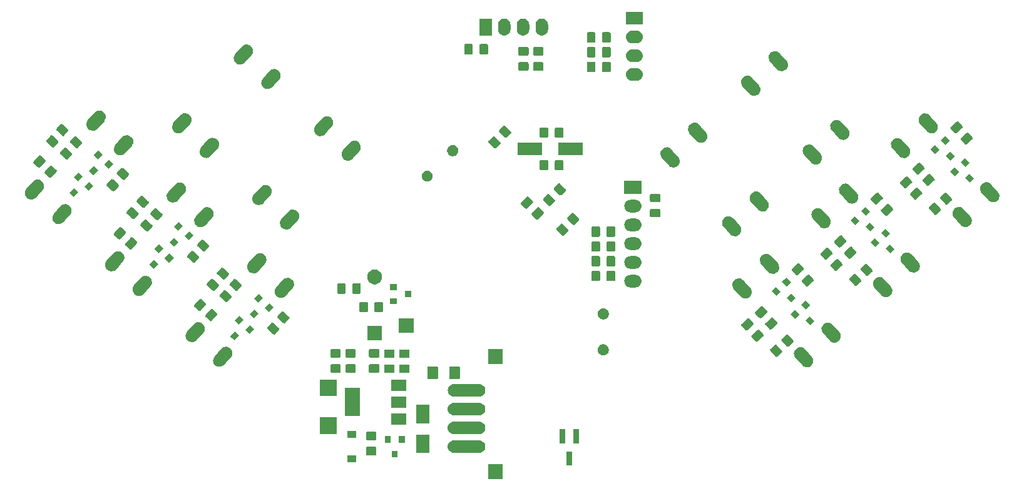
<source format=gbr>
G04 #@! TF.GenerationSoftware,KiCad,Pcbnew,5.1.4*
G04 #@! TF.CreationDate,2019-10-24T14:35:41-03:00*
G04 #@! TF.ProjectId,mswi,6d737769-2e6b-4696-9361-645f70636258,rev?*
G04 #@! TF.SameCoordinates,Original*
G04 #@! TF.FileFunction,Soldermask,Bot*
G04 #@! TF.FilePolarity,Negative*
%FSLAX46Y46*%
G04 Gerber Fmt 4.6, Leading zero omitted, Abs format (unit mm)*
G04 Created by KiCad (PCBNEW 5.1.4) date 2019-10-24 14:35:41*
%MOMM*%
%LPD*%
G04 APERTURE LIST*
%ADD10C,0.100000*%
G04 APERTURE END LIST*
D10*
G36*
X143895981Y-116963197D02*
G01*
X141895981Y-116963197D01*
X141895981Y-114963197D01*
X143895981Y-114963197D01*
X143895981Y-116963197D01*
X143895981Y-116963197D01*
G37*
G36*
X153295981Y-115137978D02*
G01*
X152495981Y-115137978D01*
X152495981Y-113237978D01*
X153295981Y-113237978D01*
X153295981Y-115137978D01*
X153295981Y-115137978D01*
G37*
G36*
X124095981Y-114691997D02*
G01*
X122895981Y-114691997D01*
X122895981Y-113791997D01*
X124095981Y-113791997D01*
X124095981Y-114691997D01*
X124095981Y-114691997D01*
G37*
G36*
X129695981Y-114041997D02*
G01*
X128895981Y-114041997D01*
X128895981Y-113141997D01*
X129695981Y-113141997D01*
X129695981Y-114041997D01*
X129695981Y-114041997D01*
G37*
G36*
X126651503Y-112621036D02*
G01*
X126685038Y-112631209D01*
X126715937Y-112647725D01*
X126743024Y-112669954D01*
X126765253Y-112697041D01*
X126781769Y-112727940D01*
X126791942Y-112761475D01*
X126795981Y-112802484D01*
X126795981Y-113581510D01*
X126791942Y-113622519D01*
X126781769Y-113656054D01*
X126765253Y-113686953D01*
X126743024Y-113714040D01*
X126715937Y-113736269D01*
X126685038Y-113752785D01*
X126651503Y-113762958D01*
X126610494Y-113766997D01*
X125581468Y-113766997D01*
X125540459Y-113762958D01*
X125506924Y-113752785D01*
X125476025Y-113736269D01*
X125448938Y-113714040D01*
X125426709Y-113686953D01*
X125410193Y-113656054D01*
X125400020Y-113622519D01*
X125395981Y-113581510D01*
X125395981Y-112802484D01*
X125400020Y-112761475D01*
X125410193Y-112727940D01*
X125426709Y-112697041D01*
X125448938Y-112669954D01*
X125476025Y-112647725D01*
X125506924Y-112631209D01*
X125540459Y-112621036D01*
X125581468Y-112616997D01*
X126610494Y-112616997D01*
X126651503Y-112621036D01*
X126651503Y-112621036D01*
G37*
G36*
X140852608Y-111754296D02*
G01*
X140932723Y-111778599D01*
X141012836Y-111802900D01*
X141012838Y-111802901D01*
X141160499Y-111881828D01*
X141289930Y-111988048D01*
X141396150Y-112117479D01*
X141475077Y-112265140D01*
X141523682Y-112425370D01*
X141540093Y-112591997D01*
X141523682Y-112758624D01*
X141475077Y-112918854D01*
X141396150Y-113066515D01*
X141289930Y-113195946D01*
X141160499Y-113302166D01*
X141012838Y-113381093D01*
X141012836Y-113381094D01*
X140932723Y-113405395D01*
X140852608Y-113429698D01*
X140727733Y-113441997D01*
X137264229Y-113441997D01*
X137139354Y-113429698D01*
X137059239Y-113405395D01*
X136979126Y-113381094D01*
X136979124Y-113381093D01*
X136831463Y-113302166D01*
X136702032Y-113195946D01*
X136595812Y-113066515D01*
X136516885Y-112918854D01*
X136468280Y-112758624D01*
X136451869Y-112591997D01*
X136468280Y-112425370D01*
X136516885Y-112265140D01*
X136595812Y-112117479D01*
X136702032Y-111988048D01*
X136831463Y-111881828D01*
X136979124Y-111802901D01*
X136979126Y-111802900D01*
X137059239Y-111778599D01*
X137139354Y-111754296D01*
X137264229Y-111741997D01*
X140727733Y-111741997D01*
X140852608Y-111754296D01*
X140852608Y-111754296D01*
G37*
G36*
X133995981Y-113441997D02*
G01*
X132195981Y-113441997D01*
X132195981Y-110941997D01*
X133995981Y-110941997D01*
X133995981Y-113441997D01*
X133995981Y-113441997D01*
G37*
G36*
X154245981Y-112137978D02*
G01*
X153445981Y-112137978D01*
X153445981Y-110237978D01*
X154245981Y-110237978D01*
X154245981Y-112137978D01*
X154245981Y-112137978D01*
G37*
G36*
X152345981Y-112137978D02*
G01*
X151545981Y-112137978D01*
X151545981Y-110237978D01*
X152345981Y-110237978D01*
X152345981Y-112137978D01*
X152345981Y-112137978D01*
G37*
G36*
X130645981Y-112041997D02*
G01*
X129845981Y-112041997D01*
X129845981Y-111141997D01*
X130645981Y-111141997D01*
X130645981Y-112041997D01*
X130645981Y-112041997D01*
G37*
G36*
X128745981Y-112041997D02*
G01*
X127945981Y-112041997D01*
X127945981Y-111141997D01*
X128745981Y-111141997D01*
X128745981Y-112041997D01*
X128745981Y-112041997D01*
G37*
G36*
X126651503Y-110571036D02*
G01*
X126685038Y-110581209D01*
X126715937Y-110597725D01*
X126743024Y-110619954D01*
X126765253Y-110647041D01*
X126781769Y-110677940D01*
X126791942Y-110711475D01*
X126795981Y-110752484D01*
X126795981Y-111531510D01*
X126791942Y-111572519D01*
X126781769Y-111606054D01*
X126765253Y-111636953D01*
X126743024Y-111664040D01*
X126715937Y-111686269D01*
X126685038Y-111702785D01*
X126651503Y-111712958D01*
X126610494Y-111716997D01*
X125581468Y-111716997D01*
X125540459Y-111712958D01*
X125506924Y-111702785D01*
X125476025Y-111686269D01*
X125448938Y-111664040D01*
X125426709Y-111636953D01*
X125410193Y-111606054D01*
X125400020Y-111572519D01*
X125395981Y-111531510D01*
X125395981Y-110752484D01*
X125400020Y-110711475D01*
X125410193Y-110677940D01*
X125426709Y-110647041D01*
X125448938Y-110619954D01*
X125476025Y-110597725D01*
X125506924Y-110581209D01*
X125540459Y-110571036D01*
X125581468Y-110566997D01*
X126610494Y-110566997D01*
X126651503Y-110571036D01*
X126651503Y-110571036D01*
G37*
G36*
X124095981Y-111391997D02*
G01*
X122895981Y-111391997D01*
X122895981Y-110491997D01*
X124095981Y-110491997D01*
X124095981Y-111391997D01*
X124095981Y-111391997D01*
G37*
G36*
X140852608Y-109214296D02*
G01*
X140932723Y-109238599D01*
X141012836Y-109262900D01*
X141012838Y-109262901D01*
X141160499Y-109341828D01*
X141289930Y-109448048D01*
X141396150Y-109577479D01*
X141475077Y-109725140D01*
X141523682Y-109885370D01*
X141540093Y-110051997D01*
X141523682Y-110218624D01*
X141475077Y-110378854D01*
X141396150Y-110526515D01*
X141289930Y-110655946D01*
X141160499Y-110762166D01*
X141092031Y-110798763D01*
X141012836Y-110841094D01*
X140943280Y-110862193D01*
X140852608Y-110889698D01*
X140727733Y-110901997D01*
X137264229Y-110901997D01*
X137139354Y-110889698D01*
X137048682Y-110862193D01*
X136979126Y-110841094D01*
X136899931Y-110798763D01*
X136831463Y-110762166D01*
X136702032Y-110655946D01*
X136595812Y-110526515D01*
X136516885Y-110378854D01*
X136468280Y-110218624D01*
X136451869Y-110051997D01*
X136468280Y-109885370D01*
X136516885Y-109725140D01*
X136595812Y-109577479D01*
X136702032Y-109448048D01*
X136831463Y-109341828D01*
X136979124Y-109262901D01*
X136979126Y-109262900D01*
X137059239Y-109238599D01*
X137139354Y-109214296D01*
X137264229Y-109201997D01*
X140727733Y-109201997D01*
X140852608Y-109214296D01*
X140852608Y-109214296D01*
G37*
G36*
X121347890Y-108620525D02*
G01*
X121376436Y-108629185D01*
X121402747Y-108643249D01*
X121425806Y-108662172D01*
X121444729Y-108685231D01*
X121458793Y-108711542D01*
X121467453Y-108740088D01*
X121470981Y-108775913D01*
X121470981Y-110708081D01*
X121467453Y-110743906D01*
X121458793Y-110772452D01*
X121444729Y-110798763D01*
X121425806Y-110821822D01*
X121402747Y-110840745D01*
X121376436Y-110854809D01*
X121347890Y-110863469D01*
X121312065Y-110866997D01*
X119279897Y-110866997D01*
X119244072Y-110863469D01*
X119215526Y-110854809D01*
X119189215Y-110840745D01*
X119166156Y-110821822D01*
X119147233Y-110798763D01*
X119133169Y-110772452D01*
X119124509Y-110743906D01*
X119120981Y-110708081D01*
X119120981Y-108775913D01*
X119124509Y-108740088D01*
X119133169Y-108711542D01*
X119147233Y-108685231D01*
X119166156Y-108662172D01*
X119189215Y-108643249D01*
X119215526Y-108629185D01*
X119244072Y-108620525D01*
X119279897Y-108616997D01*
X121312065Y-108616997D01*
X121347890Y-108620525D01*
X121347890Y-108620525D01*
G37*
G36*
X130845981Y-109615197D02*
G01*
X128845981Y-109615197D01*
X128845981Y-108115197D01*
X130845981Y-108115197D01*
X130845981Y-109615197D01*
X130845981Y-109615197D01*
G37*
G36*
X133995981Y-109441997D02*
G01*
X132195981Y-109441997D01*
X132195981Y-106941997D01*
X133995981Y-106941997D01*
X133995981Y-109441997D01*
X133995981Y-109441997D01*
G37*
G36*
X124545981Y-108465197D02*
G01*
X122545981Y-108465197D01*
X122545981Y-104665197D01*
X124545981Y-104665197D01*
X124545981Y-108465197D01*
X124545981Y-108465197D01*
G37*
G36*
X140852608Y-106674296D02*
G01*
X140932723Y-106698599D01*
X141012836Y-106722900D01*
X141012838Y-106722901D01*
X141160499Y-106801828D01*
X141289930Y-106908048D01*
X141396150Y-107037479D01*
X141475077Y-107185140D01*
X141523682Y-107345370D01*
X141540093Y-107511997D01*
X141523682Y-107678624D01*
X141475077Y-107838854D01*
X141396150Y-107986515D01*
X141289930Y-108115946D01*
X141160499Y-108222166D01*
X141012838Y-108301093D01*
X141012836Y-108301094D01*
X140932723Y-108325396D01*
X140852608Y-108349698D01*
X140727733Y-108361997D01*
X137264229Y-108361997D01*
X137139354Y-108349698D01*
X137059239Y-108325396D01*
X136979126Y-108301094D01*
X136979124Y-108301093D01*
X136831463Y-108222166D01*
X136702032Y-108115946D01*
X136595812Y-107986515D01*
X136516885Y-107838854D01*
X136468280Y-107678624D01*
X136451869Y-107511997D01*
X136468280Y-107345370D01*
X136516885Y-107185140D01*
X136595812Y-107037479D01*
X136702032Y-106908048D01*
X136831463Y-106801828D01*
X136979124Y-106722901D01*
X136979126Y-106722900D01*
X137059239Y-106698599D01*
X137139354Y-106674296D01*
X137264229Y-106661997D01*
X140727733Y-106661997D01*
X140852608Y-106674296D01*
X140852608Y-106674296D01*
G37*
G36*
X130845981Y-107315197D02*
G01*
X128845981Y-107315197D01*
X128845981Y-105815197D01*
X130845981Y-105815197D01*
X130845981Y-107315197D01*
X130845981Y-107315197D01*
G37*
G36*
X140856627Y-104134296D02*
G01*
X140936742Y-104158598D01*
X141016855Y-104182900D01*
X141016857Y-104182901D01*
X141164518Y-104261828D01*
X141293949Y-104368048D01*
X141400169Y-104497479D01*
X141479096Y-104645140D01*
X141527701Y-104805370D01*
X141544112Y-104971997D01*
X141527701Y-105138624D01*
X141479096Y-105298854D01*
X141400169Y-105446515D01*
X141293949Y-105575946D01*
X141164518Y-105682166D01*
X141133467Y-105698763D01*
X141016855Y-105761094D01*
X140936742Y-105785395D01*
X140856627Y-105809698D01*
X140731752Y-105821997D01*
X137268248Y-105821997D01*
X137143373Y-105809698D01*
X137063258Y-105785395D01*
X136983145Y-105761094D01*
X136866533Y-105698763D01*
X136835482Y-105682166D01*
X136706051Y-105575946D01*
X136599831Y-105446515D01*
X136520904Y-105298854D01*
X136472299Y-105138624D01*
X136455888Y-104971997D01*
X136472299Y-104805370D01*
X136520904Y-104645140D01*
X136599831Y-104497479D01*
X136706051Y-104368048D01*
X136835482Y-104261828D01*
X136983143Y-104182901D01*
X136983145Y-104182900D01*
X137063258Y-104158598D01*
X137143373Y-104134296D01*
X137268248Y-104121997D01*
X140731752Y-104121997D01*
X140856627Y-104134296D01*
X140856627Y-104134296D01*
G37*
G36*
X121347890Y-103520525D02*
G01*
X121376436Y-103529185D01*
X121402747Y-103543249D01*
X121425806Y-103562172D01*
X121444729Y-103585231D01*
X121458793Y-103611542D01*
X121467453Y-103640088D01*
X121470981Y-103675913D01*
X121470981Y-105608081D01*
X121467453Y-105643906D01*
X121458793Y-105672452D01*
X121444729Y-105698763D01*
X121425806Y-105721822D01*
X121402747Y-105740745D01*
X121376436Y-105754809D01*
X121347890Y-105763469D01*
X121312065Y-105766997D01*
X119279897Y-105766997D01*
X119244072Y-105763469D01*
X119215526Y-105754809D01*
X119189215Y-105740745D01*
X119166156Y-105721822D01*
X119147233Y-105698763D01*
X119133169Y-105672452D01*
X119124509Y-105643906D01*
X119120981Y-105608081D01*
X119120981Y-103675913D01*
X119124509Y-103640088D01*
X119133169Y-103611542D01*
X119147233Y-103585231D01*
X119166156Y-103562172D01*
X119189215Y-103543249D01*
X119215526Y-103529185D01*
X119244072Y-103520525D01*
X119279897Y-103516997D01*
X121312065Y-103516997D01*
X121347890Y-103520525D01*
X121347890Y-103520525D01*
G37*
G36*
X130845981Y-105015197D02*
G01*
X128845981Y-105015197D01*
X128845981Y-103515197D01*
X130845981Y-103515197D01*
X130845981Y-105015197D01*
X130845981Y-105015197D01*
G37*
G36*
X134984945Y-101720834D02*
G01*
X135016506Y-101730409D01*
X135045601Y-101745960D01*
X135071096Y-101766882D01*
X135092018Y-101792377D01*
X135107569Y-101821472D01*
X135117144Y-101853033D01*
X135120981Y-101891995D01*
X135120981Y-103291999D01*
X135117144Y-103330961D01*
X135107569Y-103362522D01*
X135092018Y-103391617D01*
X135071096Y-103417112D01*
X135045601Y-103438034D01*
X135016506Y-103453585D01*
X134984945Y-103463160D01*
X134945983Y-103466997D01*
X133870979Y-103466997D01*
X133832017Y-103463160D01*
X133800456Y-103453585D01*
X133771361Y-103438034D01*
X133745866Y-103417112D01*
X133724944Y-103391617D01*
X133709393Y-103362522D01*
X133699818Y-103330961D01*
X133695981Y-103291999D01*
X133695981Y-101891995D01*
X133699818Y-101853033D01*
X133709393Y-101821472D01*
X133724944Y-101792377D01*
X133745866Y-101766882D01*
X133771361Y-101745960D01*
X133800456Y-101730409D01*
X133832017Y-101720834D01*
X133870979Y-101716997D01*
X134945983Y-101716997D01*
X134984945Y-101720834D01*
X134984945Y-101720834D01*
G37*
G36*
X137959945Y-101720834D02*
G01*
X137991506Y-101730409D01*
X138020601Y-101745960D01*
X138046096Y-101766882D01*
X138067018Y-101792377D01*
X138082569Y-101821472D01*
X138092144Y-101853033D01*
X138095981Y-101891995D01*
X138095981Y-103291999D01*
X138092144Y-103330961D01*
X138082569Y-103362522D01*
X138067018Y-103391617D01*
X138046096Y-103417112D01*
X138020601Y-103438034D01*
X137991506Y-103453585D01*
X137959945Y-103463160D01*
X137920983Y-103466997D01*
X136845979Y-103466997D01*
X136807017Y-103463160D01*
X136775456Y-103453585D01*
X136746361Y-103438034D01*
X136720866Y-103417112D01*
X136699944Y-103391617D01*
X136684393Y-103362522D01*
X136674818Y-103330961D01*
X136670981Y-103291999D01*
X136670981Y-101891995D01*
X136674818Y-101853033D01*
X136684393Y-101821472D01*
X136699944Y-101792377D01*
X136720866Y-101766882D01*
X136746361Y-101745960D01*
X136775456Y-101730409D01*
X136807017Y-101720834D01*
X136845979Y-101716997D01*
X137920983Y-101716997D01*
X137959945Y-101720834D01*
X137959945Y-101720834D01*
G37*
G36*
X129106703Y-101482036D02*
G01*
X129140238Y-101492209D01*
X129171137Y-101508725D01*
X129198224Y-101530954D01*
X129220453Y-101558041D01*
X129236969Y-101588940D01*
X129247142Y-101622475D01*
X129251181Y-101663484D01*
X129251181Y-102442510D01*
X129247142Y-102483519D01*
X129236969Y-102517054D01*
X129220453Y-102547953D01*
X129198224Y-102575040D01*
X129171137Y-102597269D01*
X129140238Y-102613785D01*
X129106703Y-102623958D01*
X129065694Y-102627997D01*
X128036668Y-102627997D01*
X127995659Y-102623958D01*
X127962124Y-102613785D01*
X127931225Y-102597269D01*
X127904138Y-102575040D01*
X127881909Y-102547953D01*
X127865393Y-102517054D01*
X127855220Y-102483519D01*
X127851181Y-102442510D01*
X127851181Y-101663484D01*
X127855220Y-101622475D01*
X127865393Y-101588940D01*
X127881909Y-101558041D01*
X127904138Y-101530954D01*
X127931225Y-101508725D01*
X127962124Y-101492209D01*
X127995659Y-101482036D01*
X128036668Y-101477997D01*
X129065694Y-101477997D01*
X129106703Y-101482036D01*
X129106703Y-101482036D01*
G37*
G36*
X131138703Y-101482036D02*
G01*
X131172238Y-101492209D01*
X131203137Y-101508725D01*
X131230224Y-101530954D01*
X131252453Y-101558041D01*
X131268969Y-101588940D01*
X131279142Y-101622475D01*
X131283181Y-101663484D01*
X131283181Y-102442510D01*
X131279142Y-102483519D01*
X131268969Y-102517054D01*
X131252453Y-102547953D01*
X131230224Y-102575040D01*
X131203137Y-102597269D01*
X131172238Y-102613785D01*
X131138703Y-102623958D01*
X131097694Y-102627997D01*
X130068668Y-102627997D01*
X130027659Y-102623958D01*
X129994124Y-102613785D01*
X129963225Y-102597269D01*
X129936138Y-102575040D01*
X129913909Y-102547953D01*
X129897393Y-102517054D01*
X129887220Y-102483519D01*
X129883181Y-102442510D01*
X129883181Y-101663484D01*
X129887220Y-101622475D01*
X129897393Y-101588940D01*
X129913909Y-101558041D01*
X129936138Y-101530954D01*
X129963225Y-101508725D01*
X129994124Y-101492209D01*
X130027659Y-101482036D01*
X130068668Y-101477997D01*
X131097694Y-101477997D01*
X131138703Y-101482036D01*
X131138703Y-101482036D01*
G37*
G36*
X121843500Y-101446036D02*
G01*
X121877035Y-101456209D01*
X121907934Y-101472725D01*
X121935021Y-101494954D01*
X121957250Y-101522041D01*
X121973766Y-101552940D01*
X121983939Y-101586475D01*
X121987978Y-101627484D01*
X121987978Y-102406510D01*
X121983939Y-102447519D01*
X121973766Y-102481054D01*
X121957250Y-102511953D01*
X121935021Y-102539040D01*
X121907934Y-102561269D01*
X121877035Y-102577785D01*
X121843500Y-102587958D01*
X121802491Y-102591997D01*
X120773465Y-102591997D01*
X120732456Y-102587958D01*
X120698921Y-102577785D01*
X120668022Y-102561269D01*
X120640935Y-102539040D01*
X120618706Y-102511953D01*
X120602190Y-102481054D01*
X120592017Y-102447519D01*
X120587978Y-102406510D01*
X120587978Y-101627484D01*
X120592017Y-101586475D01*
X120602190Y-101552940D01*
X120618706Y-101522041D01*
X120640935Y-101494954D01*
X120668022Y-101472725D01*
X120698921Y-101456209D01*
X120732456Y-101446036D01*
X120773465Y-101441997D01*
X121802491Y-101441997D01*
X121843500Y-101446036D01*
X121843500Y-101446036D01*
G37*
G36*
X123874303Y-101446036D02*
G01*
X123907838Y-101456209D01*
X123938737Y-101472725D01*
X123965824Y-101494954D01*
X123988053Y-101522041D01*
X124004569Y-101552940D01*
X124014742Y-101586475D01*
X124018781Y-101627484D01*
X124018781Y-102406510D01*
X124014742Y-102447519D01*
X124004569Y-102481054D01*
X123988053Y-102511953D01*
X123965824Y-102539040D01*
X123938737Y-102561269D01*
X123907838Y-102577785D01*
X123874303Y-102587958D01*
X123833294Y-102591997D01*
X122804268Y-102591997D01*
X122763259Y-102587958D01*
X122729724Y-102577785D01*
X122698825Y-102561269D01*
X122671738Y-102539040D01*
X122649509Y-102511953D01*
X122632993Y-102481054D01*
X122622820Y-102447519D01*
X122618781Y-102406510D01*
X122618781Y-101627484D01*
X122622820Y-101586475D01*
X122632993Y-101552940D01*
X122649509Y-101522041D01*
X122671738Y-101494954D01*
X122698825Y-101472725D01*
X122729724Y-101456209D01*
X122763259Y-101446036D01*
X122804268Y-101441997D01*
X123833294Y-101441997D01*
X123874303Y-101446036D01*
X123874303Y-101446036D01*
G37*
G36*
X127051503Y-101438033D02*
G01*
X127085038Y-101448206D01*
X127115937Y-101464722D01*
X127143024Y-101486951D01*
X127165253Y-101514038D01*
X127181769Y-101544937D01*
X127191942Y-101578472D01*
X127195981Y-101619481D01*
X127195981Y-102398507D01*
X127191942Y-102439516D01*
X127181769Y-102473051D01*
X127165253Y-102503950D01*
X127143024Y-102531037D01*
X127115937Y-102553266D01*
X127085038Y-102569782D01*
X127051503Y-102579955D01*
X127010494Y-102583994D01*
X125981468Y-102583994D01*
X125940459Y-102579955D01*
X125906924Y-102569782D01*
X125876025Y-102553266D01*
X125848938Y-102531037D01*
X125826709Y-102503950D01*
X125810193Y-102473051D01*
X125800020Y-102439516D01*
X125795981Y-102398507D01*
X125795981Y-101619481D01*
X125800020Y-101578472D01*
X125810193Y-101544937D01*
X125826709Y-101514038D01*
X125848938Y-101486951D01*
X125876025Y-101464722D01*
X125906924Y-101448206D01*
X125940459Y-101438033D01*
X125981468Y-101433994D01*
X127010494Y-101433994D01*
X127051503Y-101438033D01*
X127051503Y-101438033D01*
G37*
G36*
X184372343Y-99159359D02*
G01*
X184532122Y-99217751D01*
X184532123Y-99217752D01*
X184532124Y-99217752D01*
X184677439Y-99306191D01*
X184771319Y-99392443D01*
X184771321Y-99392445D01*
X184935076Y-99575595D01*
X185708230Y-100440319D01*
X185783476Y-100543225D01*
X185855167Y-100697492D01*
X185870045Y-100758639D01*
X185895386Y-100862787D01*
X185902584Y-101032749D01*
X185876485Y-101200849D01*
X185818093Y-101360628D01*
X185729652Y-101505945D01*
X185614561Y-101631216D01*
X185477242Y-101731626D01*
X185331956Y-101799142D01*
X185322970Y-101803318D01*
X185235357Y-101824635D01*
X185157679Y-101843535D01*
X184987718Y-101850734D01*
X184819618Y-101824635D01*
X184659839Y-101766243D01*
X184648152Y-101759130D01*
X184586816Y-101721801D01*
X184514521Y-101677802D01*
X184420640Y-101591549D01*
X183483736Y-100543679D01*
X183408485Y-100440768D01*
X183362015Y-100340770D01*
X183336793Y-100286497D01*
X183296576Y-100121209D01*
X183295765Y-100102049D01*
X183289378Y-99951245D01*
X183315477Y-99783145D01*
X183373869Y-99623366D01*
X183381087Y-99611506D01*
X183462309Y-99478049D01*
X183577400Y-99352779D01*
X183591200Y-99342688D01*
X183714720Y-99252367D01*
X183789209Y-99217751D01*
X183868991Y-99180675D01*
X184034279Y-99140458D01*
X184053439Y-99139647D01*
X184204243Y-99133260D01*
X184372343Y-99159359D01*
X184372343Y-99159359D01*
G37*
G36*
X106585059Y-99073121D02*
G01*
X106638208Y-99086053D01*
X106750350Y-99113338D01*
X106750352Y-99113339D01*
X106904622Y-99185030D01*
X107041941Y-99285440D01*
X107157032Y-99410711D01*
X107245473Y-99556028D01*
X107303865Y-99715807D01*
X107329964Y-99883907D01*
X107322766Y-100053869D01*
X107298738Y-100152619D01*
X107282547Y-100219164D01*
X107210856Y-100373431D01*
X107135610Y-100476337D01*
X106487823Y-101200846D01*
X106262350Y-101453024D01*
X106198699Y-101524213D01*
X106104819Y-101610465D01*
X105959504Y-101698904D01*
X105959502Y-101698905D01*
X105799723Y-101757297D01*
X105631623Y-101783396D01*
X105480819Y-101777009D01*
X105461659Y-101776198D01*
X105296371Y-101735981D01*
X105184501Y-101683993D01*
X105142100Y-101664289D01*
X105004781Y-101563878D01*
X104999418Y-101558041D01*
X104889689Y-101438607D01*
X104801250Y-101293292D01*
X104801249Y-101293290D01*
X104742857Y-101133511D01*
X104716758Y-100965411D01*
X104723956Y-100795450D01*
X104723956Y-100795447D01*
X104764173Y-100630159D01*
X104807993Y-100535865D01*
X104835865Y-100475888D01*
X104911116Y-100372977D01*
X105848020Y-99325107D01*
X105941901Y-99238854D01*
X106087219Y-99150413D01*
X106246998Y-99092021D01*
X106415098Y-99065922D01*
X106585059Y-99073121D01*
X106585059Y-99073121D01*
G37*
G36*
X143895981Y-101391997D02*
G01*
X141895981Y-101391997D01*
X141895981Y-99391997D01*
X143895981Y-99391997D01*
X143895981Y-101391997D01*
X143895981Y-101391997D01*
G37*
G36*
X129106703Y-99432036D02*
G01*
X129140238Y-99442209D01*
X129171137Y-99458725D01*
X129198224Y-99480954D01*
X129220453Y-99508041D01*
X129236969Y-99538940D01*
X129247142Y-99572475D01*
X129251181Y-99613484D01*
X129251181Y-100392510D01*
X129247142Y-100433519D01*
X129236969Y-100467054D01*
X129220453Y-100497953D01*
X129198224Y-100525040D01*
X129171137Y-100547269D01*
X129140238Y-100563785D01*
X129106703Y-100573958D01*
X129065694Y-100577997D01*
X128036668Y-100577997D01*
X127995659Y-100573958D01*
X127962124Y-100563785D01*
X127931225Y-100547269D01*
X127904138Y-100525040D01*
X127881909Y-100497953D01*
X127865393Y-100467054D01*
X127855220Y-100433519D01*
X127851181Y-100392510D01*
X127851181Y-99613484D01*
X127855220Y-99572475D01*
X127865393Y-99538940D01*
X127881909Y-99508041D01*
X127904138Y-99480954D01*
X127931225Y-99458725D01*
X127962124Y-99442209D01*
X127995659Y-99432036D01*
X128036668Y-99427997D01*
X129065694Y-99427997D01*
X129106703Y-99432036D01*
X129106703Y-99432036D01*
G37*
G36*
X131138703Y-99432036D02*
G01*
X131172238Y-99442209D01*
X131203137Y-99458725D01*
X131230224Y-99480954D01*
X131252453Y-99508041D01*
X131268969Y-99538940D01*
X131279142Y-99572475D01*
X131283181Y-99613484D01*
X131283181Y-100392510D01*
X131279142Y-100433519D01*
X131268969Y-100467054D01*
X131252453Y-100497953D01*
X131230224Y-100525040D01*
X131203137Y-100547269D01*
X131172238Y-100563785D01*
X131138703Y-100573958D01*
X131097694Y-100577997D01*
X130068668Y-100577997D01*
X130027659Y-100573958D01*
X129994124Y-100563785D01*
X129963225Y-100547269D01*
X129936138Y-100525040D01*
X129913909Y-100497953D01*
X129897393Y-100467054D01*
X129887220Y-100433519D01*
X129883181Y-100392510D01*
X129883181Y-99613484D01*
X129887220Y-99572475D01*
X129897393Y-99538940D01*
X129913909Y-99508041D01*
X129936138Y-99480954D01*
X129963225Y-99458725D01*
X129994124Y-99442209D01*
X130027659Y-99432036D01*
X130068668Y-99427997D01*
X131097694Y-99427997D01*
X131138703Y-99432036D01*
X131138703Y-99432036D01*
G37*
G36*
X121843500Y-99396036D02*
G01*
X121877035Y-99406209D01*
X121907934Y-99422725D01*
X121935021Y-99444954D01*
X121957250Y-99472041D01*
X121973766Y-99502940D01*
X121983939Y-99536475D01*
X121987978Y-99577484D01*
X121987978Y-100356510D01*
X121983939Y-100397519D01*
X121973766Y-100431054D01*
X121957250Y-100461953D01*
X121935021Y-100489040D01*
X121907934Y-100511269D01*
X121877035Y-100527785D01*
X121843500Y-100537958D01*
X121802491Y-100541997D01*
X120773465Y-100541997D01*
X120732456Y-100537958D01*
X120698921Y-100527785D01*
X120668022Y-100511269D01*
X120640935Y-100489040D01*
X120618706Y-100461953D01*
X120602190Y-100431054D01*
X120592017Y-100397519D01*
X120587978Y-100356510D01*
X120587978Y-99577484D01*
X120592017Y-99536475D01*
X120602190Y-99502940D01*
X120618706Y-99472041D01*
X120640935Y-99444954D01*
X120668022Y-99422725D01*
X120698921Y-99406209D01*
X120732456Y-99396036D01*
X120773465Y-99391997D01*
X121802491Y-99391997D01*
X121843500Y-99396036D01*
X121843500Y-99396036D01*
G37*
G36*
X123874303Y-99396036D02*
G01*
X123907838Y-99406209D01*
X123938737Y-99422725D01*
X123965824Y-99444954D01*
X123988053Y-99472041D01*
X124004569Y-99502940D01*
X124014742Y-99536475D01*
X124018781Y-99577484D01*
X124018781Y-100356510D01*
X124014742Y-100397519D01*
X124004569Y-100431054D01*
X123988053Y-100461953D01*
X123965824Y-100489040D01*
X123938737Y-100511269D01*
X123907838Y-100527785D01*
X123874303Y-100537958D01*
X123833294Y-100541997D01*
X122804268Y-100541997D01*
X122763259Y-100537958D01*
X122729724Y-100527785D01*
X122698825Y-100511269D01*
X122671738Y-100489040D01*
X122649509Y-100461953D01*
X122632993Y-100431054D01*
X122622820Y-100397519D01*
X122618781Y-100356510D01*
X122618781Y-99577484D01*
X122622820Y-99536475D01*
X122632993Y-99502940D01*
X122649509Y-99472041D01*
X122671738Y-99444954D01*
X122698825Y-99422725D01*
X122729724Y-99406209D01*
X122763259Y-99396036D01*
X122804268Y-99391997D01*
X123833294Y-99391997D01*
X123874303Y-99396036D01*
X123874303Y-99396036D01*
G37*
G36*
X127051503Y-99388033D02*
G01*
X127085038Y-99398206D01*
X127115937Y-99414722D01*
X127143024Y-99436951D01*
X127165253Y-99464038D01*
X127181769Y-99494937D01*
X127191942Y-99528472D01*
X127195981Y-99569481D01*
X127195981Y-100348507D01*
X127191942Y-100389516D01*
X127181769Y-100423051D01*
X127165253Y-100453950D01*
X127143024Y-100481037D01*
X127115937Y-100503266D01*
X127085038Y-100519782D01*
X127051503Y-100529955D01*
X127010494Y-100533994D01*
X125981468Y-100533994D01*
X125940459Y-100529955D01*
X125906924Y-100519782D01*
X125876025Y-100503266D01*
X125848938Y-100481037D01*
X125826709Y-100453950D01*
X125810193Y-100423051D01*
X125800020Y-100389516D01*
X125795981Y-100348507D01*
X125795981Y-99569481D01*
X125800020Y-99528472D01*
X125810193Y-99494937D01*
X125826709Y-99464038D01*
X125848938Y-99436951D01*
X125876025Y-99414722D01*
X125906924Y-99398206D01*
X125940459Y-99388033D01*
X125981468Y-99383994D01*
X127010494Y-99383994D01*
X127051503Y-99388033D01*
X127051503Y-99388033D01*
G37*
G36*
X180868651Y-98786870D02*
G01*
X180901564Y-98798898D01*
X180931494Y-98817114D01*
X180961839Y-98844994D01*
X181004835Y-98893082D01*
X181004839Y-98893086D01*
X181604720Y-99564016D01*
X181604725Y-99564022D01*
X181647720Y-99612110D01*
X181672044Y-99645375D01*
X181686809Y-99677148D01*
X181695094Y-99711199D01*
X181696576Y-99746205D01*
X181691201Y-99780829D01*
X181679173Y-99813742D01*
X181660957Y-99843672D01*
X181633077Y-99874017D01*
X181584989Y-99917013D01*
X181584985Y-99917017D01*
X181100424Y-100350265D01*
X181100418Y-100350270D01*
X181052330Y-100393265D01*
X181019065Y-100417589D01*
X180987292Y-100432354D01*
X180953241Y-100440639D01*
X180918235Y-100442121D01*
X180883611Y-100436746D01*
X180850698Y-100424718D01*
X180820768Y-100406502D01*
X180790423Y-100378622D01*
X180747427Y-100330534D01*
X180747423Y-100330530D01*
X180147542Y-99659600D01*
X180147537Y-99659594D01*
X180104542Y-99611506D01*
X180080218Y-99578241D01*
X180065453Y-99546468D01*
X180057168Y-99512417D01*
X180055686Y-99477411D01*
X180061061Y-99442787D01*
X180073089Y-99409874D01*
X180091305Y-99379944D01*
X180119185Y-99349599D01*
X180167273Y-99306603D01*
X180167277Y-99306599D01*
X180651838Y-98873351D01*
X180651844Y-98873346D01*
X180699932Y-98830351D01*
X180733197Y-98806027D01*
X180764970Y-98791262D01*
X180799021Y-98782977D01*
X180834027Y-98781495D01*
X180868651Y-98786870D01*
X180868651Y-98786870D01*
G37*
G36*
X157706744Y-98766799D02*
G01*
X157843235Y-98823336D01*
X157966075Y-98905415D01*
X158070541Y-99009881D01*
X158152620Y-99132721D01*
X158209157Y-99269212D01*
X158237978Y-99414108D01*
X158237978Y-99561848D01*
X158209157Y-99706744D01*
X158152620Y-99843235D01*
X158070541Y-99966075D01*
X157966075Y-100070541D01*
X157843235Y-100152620D01*
X157706744Y-100209157D01*
X157561848Y-100237978D01*
X157414108Y-100237978D01*
X157269212Y-100209157D01*
X157132721Y-100152620D01*
X157009881Y-100070541D01*
X156905415Y-99966075D01*
X156823336Y-99843235D01*
X156766799Y-99706744D01*
X156737978Y-99561848D01*
X156737978Y-99414108D01*
X156766799Y-99269212D01*
X156823336Y-99132721D01*
X156905415Y-99009881D01*
X157009881Y-98905415D01*
X157132721Y-98823336D01*
X157269212Y-98766799D01*
X157414108Y-98737978D01*
X157561848Y-98737978D01*
X157706744Y-98766799D01*
X157706744Y-98766799D01*
G37*
G36*
X182396877Y-97420478D02*
G01*
X182429790Y-97432506D01*
X182459720Y-97450722D01*
X182490065Y-97478602D01*
X182533061Y-97526690D01*
X182533065Y-97526694D01*
X183132946Y-98197624D01*
X183132951Y-98197630D01*
X183175946Y-98245718D01*
X183200270Y-98278983D01*
X183215035Y-98310756D01*
X183223320Y-98344807D01*
X183224802Y-98379813D01*
X183219427Y-98414437D01*
X183207399Y-98447350D01*
X183189183Y-98477280D01*
X183161303Y-98507625D01*
X183113215Y-98550621D01*
X183113211Y-98550625D01*
X182628650Y-98983873D01*
X182628644Y-98983878D01*
X182580556Y-99026873D01*
X182547291Y-99051197D01*
X182515518Y-99065962D01*
X182481467Y-99074247D01*
X182446461Y-99075729D01*
X182411837Y-99070354D01*
X182378924Y-99058326D01*
X182348994Y-99040110D01*
X182318649Y-99012230D01*
X182275653Y-98964142D01*
X182275649Y-98964138D01*
X181675768Y-98293208D01*
X181675763Y-98293202D01*
X181632768Y-98245114D01*
X181608444Y-98211849D01*
X181593679Y-98180076D01*
X181585394Y-98146025D01*
X181583912Y-98111019D01*
X181589287Y-98076395D01*
X181601315Y-98043482D01*
X181619531Y-98013552D01*
X181647411Y-97983207D01*
X181695499Y-97940211D01*
X181695503Y-97940207D01*
X182180064Y-97506959D01*
X182180070Y-97506954D01*
X182228158Y-97463959D01*
X182261423Y-97439635D01*
X182293196Y-97424870D01*
X182327247Y-97416585D01*
X182362253Y-97415103D01*
X182396877Y-97420478D01*
X182396877Y-97420478D01*
G37*
G36*
X188099723Y-95826697D02*
G01*
X188259502Y-95885089D01*
X188259503Y-95885090D01*
X188259504Y-95885090D01*
X188404819Y-95973529D01*
X188490268Y-96052035D01*
X188498701Y-96059783D01*
X188575240Y-96145387D01*
X189435610Y-97107657D01*
X189510856Y-97210563D01*
X189582547Y-97364830D01*
X189592088Y-97404044D01*
X189622766Y-97530125D01*
X189629964Y-97700087D01*
X189603865Y-97868187D01*
X189545473Y-98027966D01*
X189457032Y-98173283D01*
X189341941Y-98298554D01*
X189204622Y-98398964D01*
X189093219Y-98450734D01*
X189050350Y-98470656D01*
X188962737Y-98491973D01*
X188885059Y-98510873D01*
X188715098Y-98518072D01*
X188546998Y-98491973D01*
X188387219Y-98433581D01*
X188241901Y-98345140D01*
X188148020Y-98258887D01*
X187211116Y-97211017D01*
X187135865Y-97108106D01*
X187104361Y-97040314D01*
X187064173Y-96953835D01*
X187023956Y-96788547D01*
X187023145Y-96769387D01*
X187016758Y-96618583D01*
X187042857Y-96450483D01*
X187101249Y-96290704D01*
X187137014Y-96231938D01*
X187189689Y-96145387D01*
X187304780Y-96020117D01*
X187325314Y-96005102D01*
X187442100Y-95919705D01*
X187544159Y-95872277D01*
X187596371Y-95848013D01*
X187761659Y-95807796D01*
X187780819Y-95806985D01*
X187931623Y-95800598D01*
X188099723Y-95826697D01*
X188099723Y-95826697D01*
G37*
G36*
X102857679Y-95740459D02*
G01*
X102910828Y-95753391D01*
X103022970Y-95780676D01*
X103022972Y-95780677D01*
X103177242Y-95852368D01*
X103314561Y-95952778D01*
X103429652Y-96078049D01*
X103518093Y-96223366D01*
X103576485Y-96383145D01*
X103602584Y-96551245D01*
X103595386Y-96721207D01*
X103575065Y-96804723D01*
X103555167Y-96886502D01*
X103483476Y-97040769D01*
X103408230Y-97143675D01*
X102471319Y-98191551D01*
X102377439Y-98277803D01*
X102241956Y-98360258D01*
X102232122Y-98366243D01*
X102072343Y-98424635D01*
X101904243Y-98450734D01*
X101753439Y-98444347D01*
X101734279Y-98443536D01*
X101568991Y-98403319D01*
X101475222Y-98359743D01*
X101414720Y-98331627D01*
X101277401Y-98231216D01*
X101265256Y-98217997D01*
X101162309Y-98105945D01*
X101073870Y-97960630D01*
X101066406Y-97940207D01*
X101015477Y-97800849D01*
X100989378Y-97632749D01*
X100996576Y-97462788D01*
X100996576Y-97462785D01*
X101036793Y-97297497D01*
X101108274Y-97143680D01*
X101108485Y-97143226D01*
X101183736Y-97040315D01*
X102120640Y-95992445D01*
X102214521Y-95906192D01*
X102336441Y-95831991D01*
X102359837Y-95817752D01*
X102359838Y-95817752D01*
X102359839Y-95817751D01*
X102519618Y-95759359D01*
X102687718Y-95733260D01*
X102857679Y-95740459D01*
X102857679Y-95740459D01*
G37*
G36*
X178520174Y-96760362D02*
G01*
X178553087Y-96772390D01*
X178583017Y-96790606D01*
X178613362Y-96818486D01*
X178656358Y-96866574D01*
X178656362Y-96866578D01*
X179089610Y-97351139D01*
X179089615Y-97351145D01*
X179132610Y-97399233D01*
X179156934Y-97432498D01*
X179171699Y-97464271D01*
X179179984Y-97498322D01*
X179181466Y-97533328D01*
X179176091Y-97567952D01*
X179164063Y-97600865D01*
X179145847Y-97630795D01*
X179117967Y-97661140D01*
X179069879Y-97704136D01*
X179069875Y-97704140D01*
X178398945Y-98304021D01*
X178398939Y-98304026D01*
X178350851Y-98347021D01*
X178317586Y-98371345D01*
X178285813Y-98386110D01*
X178251762Y-98394395D01*
X178216756Y-98395877D01*
X178182132Y-98390502D01*
X178149219Y-98378474D01*
X178119289Y-98360258D01*
X178088944Y-98332378D01*
X178045948Y-98284290D01*
X178045944Y-98284286D01*
X177612696Y-97799725D01*
X177612691Y-97799719D01*
X177569696Y-97751631D01*
X177545372Y-97718366D01*
X177530607Y-97686593D01*
X177522322Y-97652542D01*
X177520840Y-97617536D01*
X177526215Y-97582912D01*
X177538243Y-97549999D01*
X177556459Y-97520069D01*
X177584339Y-97489724D01*
X177632427Y-97446728D01*
X177632431Y-97446724D01*
X178303361Y-96846843D01*
X178303367Y-96846838D01*
X178351455Y-96803843D01*
X178384720Y-96779519D01*
X178416493Y-96764754D01*
X178450544Y-96756469D01*
X178485550Y-96754987D01*
X178520174Y-96760362D01*
X178520174Y-96760362D01*
G37*
G36*
X127563965Y-98217997D02*
G01*
X125563965Y-98217997D01*
X125563965Y-96217997D01*
X127563965Y-96217997D01*
X127563965Y-98217997D01*
X127563965Y-98217997D01*
G37*
G36*
X108200151Y-97546696D02*
G01*
X107600272Y-98217624D01*
X107003891Y-97684398D01*
X107603770Y-97013470D01*
X108200151Y-97546696D01*
X108200151Y-97546696D01*
G37*
G36*
X112757491Y-95795324D02*
G01*
X112791542Y-95803609D01*
X112823315Y-95818374D01*
X112856580Y-95842698D01*
X112904668Y-95885693D01*
X112904674Y-95885698D01*
X113575604Y-96485579D01*
X113575608Y-96485583D01*
X113623696Y-96528579D01*
X113651576Y-96558924D01*
X113669792Y-96588854D01*
X113681820Y-96621767D01*
X113687195Y-96656391D01*
X113685713Y-96691397D01*
X113677428Y-96725448D01*
X113662663Y-96757221D01*
X113638339Y-96790486D01*
X113595344Y-96838574D01*
X113595339Y-96838580D01*
X113162091Y-97323141D01*
X113162087Y-97323145D01*
X113119091Y-97371233D01*
X113088746Y-97399113D01*
X113058816Y-97417329D01*
X113025903Y-97429357D01*
X112991279Y-97434732D01*
X112956273Y-97433250D01*
X112922222Y-97424965D01*
X112890449Y-97410200D01*
X112857184Y-97385876D01*
X112809096Y-97342881D01*
X112809090Y-97342876D01*
X112138160Y-96742995D01*
X112138156Y-96742991D01*
X112090068Y-96699995D01*
X112062188Y-96669650D01*
X112043972Y-96639720D01*
X112031944Y-96606807D01*
X112026569Y-96572183D01*
X112028051Y-96537177D01*
X112036336Y-96503126D01*
X112051101Y-96471353D01*
X112075425Y-96438088D01*
X112118420Y-96390000D01*
X112118425Y-96389994D01*
X112551673Y-95905433D01*
X112551677Y-95905429D01*
X112594673Y-95857341D01*
X112625018Y-95829461D01*
X112654948Y-95811245D01*
X112687861Y-95799217D01*
X112722485Y-95793842D01*
X112757491Y-95795324D01*
X112757491Y-95795324D01*
G37*
G36*
X110241418Y-96688950D02*
G01*
X109641539Y-97359878D01*
X109045158Y-96826652D01*
X109645037Y-96155724D01*
X110241418Y-96688950D01*
X110241418Y-96688950D01*
G37*
G36*
X131849965Y-97191997D02*
G01*
X129849965Y-97191997D01*
X129849965Y-95191997D01*
X131849965Y-95191997D01*
X131849965Y-97191997D01*
X131849965Y-97191997D01*
G37*
G36*
X177153782Y-95232136D02*
G01*
X177186695Y-95244164D01*
X177216625Y-95262380D01*
X177246970Y-95290260D01*
X177289966Y-95338348D01*
X177289970Y-95338352D01*
X177723218Y-95822913D01*
X177723223Y-95822919D01*
X177766218Y-95871007D01*
X177790542Y-95904272D01*
X177805307Y-95936045D01*
X177813592Y-95970096D01*
X177815074Y-96005102D01*
X177809699Y-96039726D01*
X177797671Y-96072639D01*
X177779455Y-96102569D01*
X177751575Y-96132914D01*
X177703487Y-96175910D01*
X177703483Y-96175914D01*
X177032553Y-96775795D01*
X177032547Y-96775800D01*
X176984459Y-96818795D01*
X176951194Y-96843119D01*
X176919421Y-96857884D01*
X176885370Y-96866169D01*
X176850364Y-96867651D01*
X176815740Y-96862276D01*
X176782827Y-96850248D01*
X176752897Y-96832032D01*
X176722552Y-96804152D01*
X176679556Y-96756064D01*
X176679552Y-96756060D01*
X176246304Y-96271499D01*
X176246299Y-96271493D01*
X176203304Y-96223405D01*
X176178980Y-96190140D01*
X176164215Y-96158367D01*
X176155930Y-96124316D01*
X176154448Y-96089310D01*
X176159823Y-96054686D01*
X176171851Y-96021773D01*
X176190067Y-95991843D01*
X176217947Y-95961498D01*
X176266035Y-95918502D01*
X176266039Y-95918498D01*
X176936969Y-95318617D01*
X176936975Y-95318612D01*
X176985063Y-95275617D01*
X177018328Y-95251293D01*
X177050101Y-95236528D01*
X177084152Y-95228243D01*
X177119158Y-95226761D01*
X177153782Y-95232136D01*
X177153782Y-95232136D01*
G37*
G36*
X180383864Y-95094031D02*
G01*
X180416777Y-95106059D01*
X180446707Y-95124275D01*
X180477052Y-95152155D01*
X180520048Y-95200243D01*
X180520052Y-95200247D01*
X180953300Y-95684808D01*
X180953305Y-95684814D01*
X180996300Y-95732902D01*
X181020624Y-95766167D01*
X181035389Y-95797940D01*
X181043674Y-95831991D01*
X181045156Y-95866997D01*
X181039781Y-95901621D01*
X181027753Y-95934534D01*
X181009537Y-95964464D01*
X180981657Y-95994809D01*
X180933569Y-96037805D01*
X180933565Y-96037809D01*
X180262635Y-96637690D01*
X180262629Y-96637695D01*
X180214541Y-96680690D01*
X180181276Y-96705014D01*
X180149503Y-96719779D01*
X180115452Y-96728064D01*
X180080446Y-96729546D01*
X180045822Y-96724171D01*
X180012909Y-96712143D01*
X179982979Y-96693927D01*
X179952634Y-96666047D01*
X179909638Y-96617959D01*
X179909634Y-96617955D01*
X179476386Y-96133394D01*
X179476381Y-96133388D01*
X179433386Y-96085300D01*
X179409062Y-96052035D01*
X179394297Y-96020262D01*
X179386012Y-95986211D01*
X179384530Y-95951205D01*
X179389905Y-95916581D01*
X179401933Y-95883668D01*
X179420149Y-95853738D01*
X179448029Y-95823393D01*
X179496117Y-95780397D01*
X179496121Y-95780393D01*
X180167051Y-95180512D01*
X180167057Y-95180507D01*
X180215145Y-95137512D01*
X180248410Y-95113188D01*
X180280183Y-95098423D01*
X180314234Y-95090138D01*
X180349240Y-95088656D01*
X180383864Y-95094031D01*
X180383864Y-95094031D01*
G37*
G36*
X186068058Y-95605457D02*
G01*
X185471677Y-96138683D01*
X184871798Y-95467755D01*
X185468179Y-94934529D01*
X186068058Y-95605457D01*
X186068058Y-95605457D01*
G37*
G36*
X108825013Y-95422538D02*
G01*
X108225134Y-96093466D01*
X107628753Y-95560240D01*
X108228632Y-94889312D01*
X108825013Y-95422538D01*
X108825013Y-95422538D01*
G37*
G36*
X114123883Y-94267098D02*
G01*
X114157934Y-94275383D01*
X114189707Y-94290148D01*
X114222972Y-94314472D01*
X114271060Y-94357467D01*
X114271066Y-94357472D01*
X114941996Y-94957353D01*
X114942000Y-94957357D01*
X114990088Y-95000353D01*
X115017968Y-95030698D01*
X115036184Y-95060628D01*
X115048212Y-95093541D01*
X115053587Y-95128165D01*
X115052105Y-95163171D01*
X115043820Y-95197222D01*
X115029055Y-95228995D01*
X115004731Y-95262260D01*
X114961736Y-95310348D01*
X114961731Y-95310354D01*
X114528483Y-95794915D01*
X114528479Y-95794919D01*
X114485483Y-95843007D01*
X114455138Y-95870887D01*
X114425208Y-95889103D01*
X114392295Y-95901131D01*
X114357671Y-95906506D01*
X114322665Y-95905024D01*
X114288614Y-95896739D01*
X114256841Y-95881974D01*
X114223576Y-95857650D01*
X114175488Y-95814655D01*
X114175482Y-95814650D01*
X113504552Y-95214769D01*
X113504548Y-95214765D01*
X113456460Y-95171769D01*
X113428580Y-95141424D01*
X113410364Y-95111494D01*
X113398336Y-95078581D01*
X113392961Y-95043957D01*
X113394443Y-95008951D01*
X113402728Y-94974900D01*
X113417493Y-94943127D01*
X113441817Y-94909862D01*
X113484812Y-94861774D01*
X113484817Y-94861768D01*
X113918065Y-94377207D01*
X113918069Y-94377203D01*
X113961065Y-94329115D01*
X113991410Y-94301235D01*
X114021340Y-94283019D01*
X114054253Y-94270991D01*
X114088877Y-94265616D01*
X114123883Y-94267098D01*
X114123883Y-94267098D01*
G37*
G36*
X104545459Y-93952762D02*
G01*
X104579510Y-93961047D01*
X104611283Y-93975812D01*
X104644548Y-94000136D01*
X104692636Y-94043131D01*
X104692642Y-94043136D01*
X105177203Y-94476384D01*
X105177207Y-94476388D01*
X105225295Y-94519384D01*
X105253175Y-94549729D01*
X105271391Y-94579659D01*
X105283419Y-94612572D01*
X105288794Y-94647196D01*
X105287312Y-94682202D01*
X105279027Y-94716253D01*
X105264262Y-94748026D01*
X105239938Y-94781291D01*
X105196943Y-94829379D01*
X105196938Y-94829385D01*
X104597057Y-95500315D01*
X104597053Y-95500319D01*
X104554057Y-95548407D01*
X104523712Y-95576287D01*
X104493782Y-95594503D01*
X104460869Y-95606531D01*
X104426245Y-95611906D01*
X104391239Y-95610424D01*
X104357188Y-95602139D01*
X104325415Y-95587374D01*
X104292150Y-95563050D01*
X104244062Y-95520055D01*
X104244056Y-95520050D01*
X103759495Y-95086802D01*
X103759491Y-95086798D01*
X103711403Y-95043802D01*
X103683523Y-95013457D01*
X103665307Y-94983527D01*
X103653279Y-94950614D01*
X103647904Y-94915990D01*
X103649386Y-94880984D01*
X103657671Y-94846933D01*
X103672436Y-94815160D01*
X103696760Y-94781895D01*
X103739755Y-94733807D01*
X103739760Y-94733801D01*
X104339641Y-94062871D01*
X104339645Y-94062867D01*
X104382641Y-94014779D01*
X104412986Y-93986899D01*
X104442916Y-93968683D01*
X104475829Y-93956655D01*
X104510453Y-93951280D01*
X104545459Y-93952762D01*
X104545459Y-93952762D01*
G37*
G36*
X157706744Y-93886799D02*
G01*
X157843235Y-93943336D01*
X157966075Y-94025415D01*
X158070541Y-94129881D01*
X158152620Y-94252721D01*
X158209157Y-94389212D01*
X158237978Y-94534108D01*
X158237978Y-94681848D01*
X158209157Y-94826744D01*
X158152620Y-94963235D01*
X158070541Y-95086075D01*
X157966075Y-95190541D01*
X157843235Y-95272620D01*
X157706744Y-95329157D01*
X157561848Y-95357978D01*
X157414108Y-95357978D01*
X157269212Y-95329157D01*
X157132721Y-95272620D01*
X157009881Y-95190541D01*
X156905415Y-95086075D01*
X156823336Y-94963235D01*
X156766799Y-94826744D01*
X156737978Y-94681848D01*
X156737978Y-94534108D01*
X156766799Y-94389212D01*
X156823336Y-94252721D01*
X156905415Y-94129881D01*
X157009881Y-94025415D01*
X157132721Y-93943336D01*
X157269212Y-93886799D01*
X157414108Y-93857978D01*
X157561848Y-93857978D01*
X157706744Y-93886799D01*
X157706744Y-93886799D01*
G37*
G36*
X184026791Y-94747711D02*
G01*
X183430410Y-95280937D01*
X182830531Y-94610009D01*
X183426912Y-94076783D01*
X184026791Y-94747711D01*
X184026791Y-94747711D01*
G37*
G36*
X110866281Y-94564792D02*
G01*
X110266402Y-95235720D01*
X109670021Y-94702494D01*
X110269900Y-94031566D01*
X110866281Y-94564792D01*
X110866281Y-94564792D01*
G37*
G36*
X179017472Y-93565805D02*
G01*
X179050385Y-93577833D01*
X179080315Y-93596049D01*
X179110660Y-93623929D01*
X179153656Y-93672017D01*
X179153660Y-93672021D01*
X179586908Y-94156582D01*
X179586913Y-94156588D01*
X179629908Y-94204676D01*
X179654232Y-94237941D01*
X179668997Y-94269714D01*
X179677282Y-94303765D01*
X179678764Y-94338771D01*
X179673389Y-94373395D01*
X179661361Y-94406308D01*
X179643145Y-94436238D01*
X179615265Y-94466583D01*
X179567177Y-94509579D01*
X179567173Y-94509583D01*
X178896243Y-95109464D01*
X178896237Y-95109469D01*
X178848149Y-95152464D01*
X178814884Y-95176788D01*
X178783111Y-95191553D01*
X178749060Y-95199838D01*
X178714054Y-95201320D01*
X178679430Y-95195945D01*
X178646517Y-95183917D01*
X178616587Y-95165701D01*
X178586242Y-95137821D01*
X178543246Y-95089733D01*
X178543242Y-95089729D01*
X178109994Y-94605168D01*
X178109989Y-94605162D01*
X178066994Y-94557074D01*
X178042670Y-94523809D01*
X178027905Y-94492036D01*
X178019620Y-94457985D01*
X178018138Y-94422979D01*
X178023513Y-94388355D01*
X178035541Y-94355442D01*
X178053757Y-94325512D01*
X178081637Y-94295167D01*
X178129725Y-94252171D01*
X178129729Y-94252167D01*
X178800659Y-93652286D01*
X178800665Y-93652281D01*
X178848753Y-93609286D01*
X178882018Y-93584962D01*
X178913791Y-93570197D01*
X178947842Y-93561912D01*
X178982848Y-93560430D01*
X179017472Y-93565805D01*
X179017472Y-93565805D01*
G37*
G36*
X127555487Y-92996036D02*
G01*
X127589022Y-93006209D01*
X127619921Y-93022725D01*
X127647008Y-93044954D01*
X127669237Y-93072041D01*
X127685753Y-93102940D01*
X127695926Y-93136475D01*
X127699965Y-93177484D01*
X127699965Y-94206510D01*
X127695926Y-94247519D01*
X127685753Y-94281054D01*
X127669237Y-94311953D01*
X127647008Y-94339040D01*
X127619921Y-94361269D01*
X127589022Y-94377785D01*
X127555487Y-94387958D01*
X127514478Y-94391997D01*
X126735452Y-94391997D01*
X126694443Y-94387958D01*
X126660908Y-94377785D01*
X126630009Y-94361269D01*
X126602922Y-94339040D01*
X126580693Y-94311953D01*
X126564177Y-94281054D01*
X126554004Y-94247519D01*
X126549965Y-94206510D01*
X126549965Y-93177484D01*
X126554004Y-93136475D01*
X126564177Y-93102940D01*
X126580693Y-93072041D01*
X126602922Y-93044954D01*
X126630009Y-93022725D01*
X126660908Y-93006209D01*
X126694443Y-92996036D01*
X126735452Y-92991997D01*
X127514478Y-92991997D01*
X127555487Y-92996036D01*
X127555487Y-92996036D01*
G37*
G36*
X125505487Y-92996036D02*
G01*
X125539022Y-93006209D01*
X125569921Y-93022725D01*
X125597008Y-93044954D01*
X125619237Y-93072041D01*
X125635753Y-93102940D01*
X125645926Y-93136475D01*
X125649965Y-93177484D01*
X125649965Y-94206510D01*
X125645926Y-94247519D01*
X125635753Y-94281054D01*
X125619237Y-94311953D01*
X125597008Y-94339040D01*
X125569921Y-94361269D01*
X125539022Y-94377785D01*
X125505487Y-94387958D01*
X125464478Y-94391997D01*
X124685452Y-94391997D01*
X124644443Y-94387958D01*
X124610908Y-94377785D01*
X124580009Y-94361269D01*
X124552922Y-94339040D01*
X124530693Y-94311953D01*
X124514177Y-94281054D01*
X124504004Y-94247519D01*
X124499965Y-94206510D01*
X124499965Y-93177484D01*
X124504004Y-93136475D01*
X124514177Y-93102940D01*
X124530693Y-93072041D01*
X124552922Y-93044954D01*
X124580009Y-93022725D01*
X124610908Y-93006209D01*
X124644443Y-92996036D01*
X124685452Y-92991997D01*
X125464478Y-92991997D01*
X125505487Y-92996036D01*
X125505487Y-92996036D01*
G37*
G36*
X112907548Y-93707046D02*
G01*
X112307669Y-94377974D01*
X111711288Y-93844748D01*
X112311167Y-93173820D01*
X112907548Y-93707046D01*
X112907548Y-93707046D01*
G37*
G36*
X103017233Y-92586370D02*
G01*
X103051284Y-92594655D01*
X103083057Y-92609420D01*
X103116322Y-92633744D01*
X103164410Y-92676739D01*
X103164416Y-92676744D01*
X103648977Y-93109992D01*
X103648981Y-93109996D01*
X103697069Y-93152992D01*
X103724949Y-93183337D01*
X103743165Y-93213267D01*
X103755193Y-93246180D01*
X103760568Y-93280804D01*
X103759086Y-93315810D01*
X103750801Y-93349861D01*
X103736036Y-93381634D01*
X103711712Y-93414899D01*
X103668717Y-93462987D01*
X103668712Y-93462993D01*
X103068831Y-94133923D01*
X103068827Y-94133927D01*
X103025831Y-94182015D01*
X102995486Y-94209895D01*
X102965556Y-94228111D01*
X102932643Y-94240139D01*
X102898019Y-94245514D01*
X102863013Y-94244032D01*
X102828962Y-94235747D01*
X102797189Y-94220982D01*
X102763924Y-94196658D01*
X102715836Y-94153663D01*
X102715830Y-94153658D01*
X102231269Y-93720410D01*
X102231265Y-93720406D01*
X102183177Y-93677410D01*
X102155297Y-93647065D01*
X102137081Y-93617135D01*
X102125053Y-93584222D01*
X102119678Y-93549598D01*
X102121160Y-93514592D01*
X102129445Y-93480541D01*
X102144210Y-93448768D01*
X102168534Y-93415503D01*
X102211529Y-93367415D01*
X102211534Y-93367409D01*
X102811415Y-92696479D01*
X102811419Y-92696475D01*
X102854415Y-92648387D01*
X102884760Y-92620507D01*
X102914690Y-92602291D01*
X102947603Y-92590263D01*
X102982227Y-92584888D01*
X103017233Y-92586370D01*
X103017233Y-92586370D01*
G37*
G36*
X185443196Y-93481299D02*
G01*
X184846815Y-94014525D01*
X184246936Y-93343597D01*
X184843317Y-92810371D01*
X185443196Y-93481299D01*
X185443196Y-93481299D01*
G37*
G36*
X129549965Y-93291997D02*
G01*
X128649965Y-93291997D01*
X128649965Y-92491997D01*
X129549965Y-92491997D01*
X129549965Y-93291997D01*
X129549965Y-93291997D01*
G37*
G36*
X111491143Y-92440634D02*
G01*
X110891264Y-93111562D01*
X110294883Y-92578336D01*
X110894762Y-91907408D01*
X111491143Y-92440634D01*
X111491143Y-92440634D01*
G37*
G36*
X183501956Y-92534118D02*
G01*
X182905575Y-93067344D01*
X182305696Y-92396416D01*
X182902077Y-91863190D01*
X183501956Y-92534118D01*
X183501956Y-92534118D01*
G37*
G36*
X106297555Y-91393028D02*
G01*
X106331606Y-91401313D01*
X106363379Y-91416078D01*
X106396644Y-91440402D01*
X106444732Y-91483397D01*
X106444738Y-91483402D01*
X107115668Y-92083283D01*
X107115672Y-92083287D01*
X107163760Y-92126283D01*
X107191640Y-92156628D01*
X107209856Y-92186558D01*
X107221884Y-92219471D01*
X107227259Y-92254095D01*
X107225777Y-92289101D01*
X107217492Y-92323152D01*
X107202727Y-92354925D01*
X107178403Y-92388190D01*
X107135408Y-92436278D01*
X107135403Y-92436284D01*
X106702155Y-92920845D01*
X106702151Y-92920849D01*
X106659155Y-92968937D01*
X106628810Y-92996817D01*
X106598880Y-93015033D01*
X106565967Y-93027061D01*
X106531343Y-93032436D01*
X106496337Y-93030954D01*
X106462286Y-93022669D01*
X106430513Y-93007904D01*
X106397248Y-92983580D01*
X106349160Y-92940585D01*
X106349154Y-92940580D01*
X105678224Y-92340699D01*
X105678220Y-92340695D01*
X105630132Y-92297699D01*
X105602252Y-92267354D01*
X105584036Y-92237424D01*
X105572008Y-92204511D01*
X105566633Y-92169887D01*
X105568115Y-92134881D01*
X105576400Y-92100830D01*
X105591165Y-92069057D01*
X105615489Y-92035792D01*
X105658484Y-91987704D01*
X105658489Y-91987698D01*
X106091737Y-91503137D01*
X106091741Y-91503133D01*
X106134737Y-91455045D01*
X106165082Y-91427165D01*
X106195012Y-91408949D01*
X106227925Y-91396921D01*
X106262549Y-91391546D01*
X106297555Y-91393028D01*
X106297555Y-91393028D01*
G37*
G36*
X176040687Y-89840909D02*
G01*
X176200466Y-89899301D01*
X176200467Y-89899302D01*
X176200468Y-89899302D01*
X176345783Y-89987741D01*
X176406473Y-90043500D01*
X176439665Y-90073995D01*
X176643031Y-90301447D01*
X177376574Y-91121869D01*
X177451820Y-91224775D01*
X177523511Y-91379042D01*
X177535220Y-91427165D01*
X177563730Y-91544337D01*
X177570928Y-91714299D01*
X177544829Y-91882399D01*
X177486437Y-92042178D01*
X177397996Y-92187495D01*
X177282905Y-92312766D01*
X177145586Y-92413176D01*
X177034183Y-92464946D01*
X176991314Y-92484868D01*
X176903701Y-92506185D01*
X176826023Y-92525085D01*
X176656062Y-92532284D01*
X176487962Y-92506185D01*
X176328183Y-92447793D01*
X176182865Y-92359352D01*
X176088984Y-92273099D01*
X175152080Y-91225229D01*
X175076829Y-91122318D01*
X175040285Y-91043680D01*
X175005137Y-90968047D01*
X174964920Y-90802759D01*
X174963600Y-90771585D01*
X174957722Y-90632795D01*
X174983821Y-90464695D01*
X175042213Y-90304916D01*
X175046311Y-90298182D01*
X175130653Y-90159599D01*
X175245744Y-90034329D01*
X175263495Y-90021349D01*
X175383064Y-89933917D01*
X175471650Y-89892750D01*
X175537335Y-89862225D01*
X175702623Y-89822008D01*
X175721783Y-89821197D01*
X175872587Y-89814810D01*
X176040687Y-89840909D01*
X176040687Y-89840909D01*
G37*
G36*
X114916715Y-89754671D02*
G01*
X114969864Y-89767603D01*
X115082006Y-89794888D01*
X115082008Y-89794889D01*
X115236278Y-89866580D01*
X115373597Y-89966990D01*
X115488688Y-90092261D01*
X115577129Y-90237578D01*
X115635521Y-90397357D01*
X115661620Y-90565457D01*
X115654422Y-90735419D01*
X115633379Y-90821900D01*
X115614203Y-90900714D01*
X115542512Y-91054981D01*
X115467266Y-91157887D01*
X114823602Y-91877785D01*
X114531475Y-92204511D01*
X114530355Y-92205763D01*
X114436475Y-92292015D01*
X114291160Y-92380454D01*
X114291158Y-92380455D01*
X114131379Y-92438847D01*
X113963279Y-92464946D01*
X113812475Y-92458559D01*
X113793315Y-92457748D01*
X113628027Y-92417531D01*
X113539178Y-92376242D01*
X113473756Y-92345839D01*
X113336437Y-92245428D01*
X113329083Y-92237424D01*
X113221345Y-92120157D01*
X113132906Y-91974842D01*
X113132189Y-91972880D01*
X113074513Y-91815061D01*
X113048414Y-91646961D01*
X113054873Y-91494443D01*
X113055612Y-91476997D01*
X113095829Y-91311709D01*
X113145673Y-91204452D01*
X113167521Y-91157438D01*
X113242772Y-91054527D01*
X114179676Y-90006657D01*
X114273557Y-89920404D01*
X114418875Y-89831963D01*
X114578654Y-89773571D01*
X114746754Y-89747472D01*
X114916715Y-89754671D01*
X114916715Y-89754671D01*
G37*
G36*
X195072343Y-89659359D02*
G01*
X195232122Y-89717751D01*
X195232123Y-89717752D01*
X195232124Y-89717752D01*
X195377439Y-89806191D01*
X195466322Y-89887852D01*
X195471321Y-89892445D01*
X195619422Y-90058087D01*
X196408230Y-90940319D01*
X196483476Y-91043225D01*
X196555167Y-91197492D01*
X196561916Y-91225230D01*
X196595386Y-91362787D01*
X196602584Y-91532749D01*
X196576485Y-91700849D01*
X196518093Y-91860628D01*
X196429652Y-92005945D01*
X196314561Y-92131216D01*
X196177242Y-92231626D01*
X196047292Y-92292015D01*
X196022970Y-92303318D01*
X195941452Y-92323152D01*
X195857679Y-92343535D01*
X195687718Y-92350734D01*
X195519618Y-92324635D01*
X195359839Y-92266243D01*
X195339879Y-92254095D01*
X195278458Y-92216714D01*
X195214521Y-92177802D01*
X195120640Y-92091549D01*
X194183736Y-91043679D01*
X194108485Y-90940768D01*
X194063989Y-90845019D01*
X194036793Y-90786497D01*
X193996576Y-90621209D01*
X193994494Y-90572041D01*
X193989378Y-90451245D01*
X194015477Y-90283145D01*
X194073869Y-90123366D01*
X194074049Y-90123070D01*
X194162309Y-89978049D01*
X194277400Y-89852779D01*
X194305866Y-89831964D01*
X194414720Y-89752367D01*
X194539369Y-89694441D01*
X194568991Y-89680675D01*
X194734279Y-89640458D01*
X194753439Y-89639647D01*
X194904243Y-89633260D01*
X195072343Y-89659359D01*
X195072343Y-89659359D01*
G37*
G36*
X131549965Y-92341997D02*
G01*
X130649965Y-92341997D01*
X130649965Y-91541997D01*
X131549965Y-91541997D01*
X131549965Y-92341997D01*
X131549965Y-92341997D01*
G37*
G36*
X181460689Y-91676372D02*
G01*
X180864308Y-92209598D01*
X180264429Y-91538670D01*
X180860810Y-91005444D01*
X181460689Y-91676372D01*
X181460689Y-91676372D01*
G37*
G36*
X95702611Y-89482123D02*
G01*
X95717542Y-89485756D01*
X95867902Y-89522340D01*
X95867904Y-89522341D01*
X96022174Y-89594032D01*
X96159493Y-89694442D01*
X96274584Y-89819713D01*
X96363025Y-89965030D01*
X96421417Y-90124809D01*
X96447516Y-90292909D01*
X96440318Y-90462871D01*
X96420705Y-90543477D01*
X96400099Y-90628166D01*
X96328408Y-90782433D01*
X96253162Y-90885339D01*
X95663949Y-91544337D01*
X95357400Y-91887193D01*
X95316251Y-91933215D01*
X95222371Y-92019467D01*
X95077056Y-92107906D01*
X95077054Y-92107907D01*
X94917275Y-92166299D01*
X94749175Y-92192398D01*
X94598371Y-92186011D01*
X94579211Y-92185200D01*
X94413923Y-92144983D01*
X94325074Y-92103693D01*
X94259652Y-92073291D01*
X94122333Y-91972880D01*
X94085889Y-91933213D01*
X94007241Y-91847609D01*
X93918802Y-91702294D01*
X93918273Y-91700846D01*
X93860409Y-91542513D01*
X93834310Y-91374413D01*
X93841508Y-91204452D01*
X93841508Y-91204449D01*
X93881725Y-91039161D01*
X93944905Y-90903207D01*
X93953417Y-90884890D01*
X94028668Y-90781979D01*
X94965572Y-89734109D01*
X95059453Y-89647856D01*
X95204771Y-89559415D01*
X95364550Y-89501023D01*
X95532650Y-89474924D01*
X95702611Y-89482123D01*
X95702611Y-89482123D01*
G37*
G36*
X122505487Y-90496036D02*
G01*
X122539022Y-90506209D01*
X122569921Y-90522725D01*
X122597008Y-90544954D01*
X122619237Y-90572041D01*
X122635753Y-90602940D01*
X122645926Y-90636475D01*
X122649965Y-90677484D01*
X122649965Y-91706510D01*
X122645926Y-91747519D01*
X122635753Y-91781054D01*
X122619237Y-91811953D01*
X122597008Y-91839040D01*
X122569921Y-91861269D01*
X122539022Y-91877785D01*
X122505487Y-91887958D01*
X122464478Y-91891997D01*
X121685452Y-91891997D01*
X121644443Y-91887958D01*
X121610908Y-91877785D01*
X121580009Y-91861269D01*
X121552922Y-91839040D01*
X121530693Y-91811953D01*
X121514177Y-91781054D01*
X121504004Y-91747519D01*
X121499965Y-91706510D01*
X121499965Y-90677484D01*
X121504004Y-90636475D01*
X121514177Y-90602940D01*
X121530693Y-90572041D01*
X121552922Y-90544954D01*
X121580009Y-90522725D01*
X121610908Y-90506209D01*
X121644443Y-90496036D01*
X121685452Y-90491997D01*
X122464478Y-90491997D01*
X122505487Y-90496036D01*
X122505487Y-90496036D01*
G37*
G36*
X124555487Y-90496036D02*
G01*
X124589022Y-90506209D01*
X124619921Y-90522725D01*
X124647008Y-90544954D01*
X124669237Y-90572041D01*
X124685753Y-90602940D01*
X124695926Y-90636475D01*
X124699965Y-90677484D01*
X124699965Y-91706510D01*
X124695926Y-91747519D01*
X124685753Y-91781054D01*
X124669237Y-91811953D01*
X124647008Y-91839040D01*
X124619921Y-91861269D01*
X124589022Y-91877785D01*
X124555487Y-91887958D01*
X124514478Y-91891997D01*
X123735452Y-91891997D01*
X123694443Y-91887958D01*
X123660908Y-91877785D01*
X123630009Y-91861269D01*
X123602922Y-91839040D01*
X123580693Y-91811953D01*
X123564177Y-91781054D01*
X123554004Y-91747519D01*
X123549965Y-91706510D01*
X123549965Y-90677484D01*
X123554004Y-90636475D01*
X123564177Y-90602940D01*
X123580693Y-90572041D01*
X123602922Y-90544954D01*
X123630009Y-90522725D01*
X123660908Y-90506209D01*
X123694443Y-90496036D01*
X123735452Y-90491997D01*
X124514478Y-90491997D01*
X124555487Y-90496036D01*
X124555487Y-90496036D01*
G37*
G36*
X107663947Y-89864802D02*
G01*
X107697998Y-89873087D01*
X107729771Y-89887852D01*
X107763036Y-89912176D01*
X107811124Y-89955171D01*
X107811130Y-89955176D01*
X108482060Y-90555057D01*
X108482064Y-90555061D01*
X108530152Y-90598057D01*
X108558032Y-90628402D01*
X108576248Y-90658332D01*
X108588276Y-90691245D01*
X108593651Y-90725869D01*
X108592169Y-90760875D01*
X108583884Y-90794926D01*
X108569119Y-90826699D01*
X108544795Y-90859964D01*
X108501800Y-90908052D01*
X108501795Y-90908058D01*
X108068547Y-91392619D01*
X108068543Y-91392623D01*
X108025547Y-91440711D01*
X107995202Y-91468591D01*
X107965272Y-91486807D01*
X107932359Y-91498835D01*
X107897735Y-91504210D01*
X107862729Y-91502728D01*
X107828678Y-91494443D01*
X107796905Y-91479678D01*
X107763640Y-91455354D01*
X107715552Y-91412359D01*
X107715546Y-91412354D01*
X107044616Y-90812473D01*
X107044612Y-90812469D01*
X106996524Y-90769473D01*
X106968644Y-90739128D01*
X106950428Y-90709198D01*
X106938400Y-90676285D01*
X106933025Y-90641661D01*
X106934507Y-90606655D01*
X106942792Y-90572604D01*
X106957557Y-90540831D01*
X106981881Y-90507566D01*
X107024876Y-90459478D01*
X107024881Y-90459472D01*
X107458129Y-89974911D01*
X107458133Y-89974907D01*
X107501129Y-89926819D01*
X107531474Y-89898939D01*
X107561404Y-89880723D01*
X107594317Y-89868695D01*
X107628941Y-89863320D01*
X107663947Y-89864802D01*
X107663947Y-89864802D01*
G37*
G36*
X104582960Y-89860003D02*
G01*
X104617011Y-89868288D01*
X104648784Y-89883053D01*
X104682049Y-89907377D01*
X104730137Y-89950372D01*
X104730143Y-89950377D01*
X105401073Y-90550258D01*
X105401077Y-90550262D01*
X105449165Y-90593258D01*
X105477045Y-90623603D01*
X105495261Y-90653533D01*
X105507289Y-90686446D01*
X105512664Y-90721070D01*
X105511182Y-90756076D01*
X105502897Y-90790127D01*
X105488132Y-90821900D01*
X105463808Y-90855165D01*
X105420813Y-90903253D01*
X105420808Y-90903259D01*
X104987560Y-91387820D01*
X104987556Y-91387824D01*
X104944560Y-91435912D01*
X104914215Y-91463792D01*
X104884285Y-91482008D01*
X104851372Y-91494036D01*
X104816748Y-91499411D01*
X104781742Y-91497929D01*
X104747691Y-91489644D01*
X104715918Y-91474879D01*
X104682653Y-91450555D01*
X104634565Y-91407560D01*
X104634559Y-91407555D01*
X103963629Y-90807674D01*
X103963625Y-90807670D01*
X103915537Y-90764674D01*
X103887657Y-90734329D01*
X103869441Y-90704399D01*
X103857413Y-90671486D01*
X103852038Y-90636862D01*
X103853520Y-90601856D01*
X103861805Y-90567805D01*
X103876570Y-90536032D01*
X103900894Y-90502767D01*
X103943889Y-90454679D01*
X103943894Y-90454673D01*
X104377142Y-89970112D01*
X104377146Y-89970108D01*
X104420142Y-89922020D01*
X104450487Y-89894140D01*
X104480417Y-89875924D01*
X104513330Y-89863896D01*
X104547954Y-89858521D01*
X104582960Y-89860003D01*
X104582960Y-89860003D01*
G37*
G36*
X129549965Y-91391997D02*
G01*
X128649965Y-91391997D01*
X128649965Y-90591997D01*
X129549965Y-90591997D01*
X129549965Y-91391997D01*
X129549965Y-91391997D01*
G37*
G36*
X161962608Y-89350277D02*
G01*
X162005849Y-89363394D01*
X162122836Y-89398881D01*
X162122838Y-89398882D01*
X162270499Y-89477809D01*
X162399930Y-89584029D01*
X162506150Y-89713460D01*
X162580618Y-89852779D01*
X162585078Y-89861123D01*
X162607159Y-89933916D01*
X162633682Y-90021351D01*
X162650093Y-90187978D01*
X162633682Y-90354605D01*
X162633681Y-90354607D01*
X162586233Y-90511027D01*
X162585077Y-90514835D01*
X162506150Y-90662496D01*
X162399930Y-90791927D01*
X162270499Y-90898147D01*
X162139726Y-90968047D01*
X162122836Y-90977075D01*
X162042723Y-91001376D01*
X161962608Y-91025679D01*
X161837733Y-91037978D01*
X161154229Y-91037978D01*
X161029354Y-91025679D01*
X160949239Y-91001376D01*
X160869126Y-90977075D01*
X160852236Y-90968047D01*
X160721463Y-90898147D01*
X160592032Y-90791927D01*
X160485812Y-90662496D01*
X160406885Y-90514835D01*
X160405730Y-90511027D01*
X160358281Y-90354607D01*
X160358280Y-90354605D01*
X160341869Y-90187978D01*
X160358280Y-90021351D01*
X160384803Y-89933916D01*
X160406884Y-89861123D01*
X160411344Y-89852779D01*
X160485812Y-89713460D01*
X160592032Y-89584029D01*
X160721463Y-89477809D01*
X160869124Y-89398882D01*
X160869126Y-89398881D01*
X160986113Y-89363394D01*
X161029354Y-89350277D01*
X161154229Y-89337978D01*
X161837733Y-89337978D01*
X161962608Y-89350277D01*
X161962608Y-89350277D01*
G37*
G36*
X182877094Y-90409960D02*
G01*
X182280713Y-90943186D01*
X181680834Y-90272258D01*
X182277215Y-89739032D01*
X182877094Y-90409960D01*
X182877094Y-90409960D01*
G37*
G36*
X185329711Y-89298380D02*
G01*
X185362624Y-89310408D01*
X185392554Y-89328624D01*
X185422899Y-89356504D01*
X185465895Y-89404592D01*
X185465899Y-89404596D01*
X185899147Y-89889157D01*
X185899152Y-89889163D01*
X185942147Y-89937251D01*
X185966471Y-89970516D01*
X185981236Y-90002289D01*
X185989521Y-90036340D01*
X185991003Y-90071346D01*
X185985628Y-90105970D01*
X185973600Y-90138883D01*
X185955384Y-90168813D01*
X185927504Y-90199158D01*
X185879416Y-90242154D01*
X185879412Y-90242158D01*
X185208482Y-90842039D01*
X185208476Y-90842044D01*
X185160388Y-90885039D01*
X185127123Y-90909363D01*
X185095350Y-90924128D01*
X185061299Y-90932413D01*
X185026293Y-90933895D01*
X184991669Y-90928520D01*
X184958756Y-90916492D01*
X184928826Y-90898276D01*
X184898481Y-90870396D01*
X184855485Y-90822308D01*
X184855481Y-90822304D01*
X184422233Y-90337743D01*
X184422228Y-90337737D01*
X184379233Y-90289649D01*
X184354909Y-90256384D01*
X184340144Y-90224611D01*
X184331859Y-90190560D01*
X184330377Y-90155554D01*
X184335752Y-90120930D01*
X184347780Y-90088017D01*
X184365996Y-90058087D01*
X184393876Y-90027742D01*
X184441964Y-89984746D01*
X184441968Y-89984742D01*
X185112898Y-89384861D01*
X185112904Y-89384856D01*
X185160992Y-89341861D01*
X185194257Y-89317537D01*
X185226030Y-89302772D01*
X185260081Y-89294487D01*
X185295087Y-89293005D01*
X185329711Y-89298380D01*
X185329711Y-89298380D01*
G37*
G36*
X191574987Y-89214300D02*
G01*
X191607900Y-89226328D01*
X191637830Y-89244544D01*
X191668175Y-89272424D01*
X191711171Y-89320512D01*
X191711175Y-89320516D01*
X192311056Y-89991446D01*
X192311061Y-89991452D01*
X192354056Y-90039540D01*
X192378380Y-90072805D01*
X192393145Y-90104578D01*
X192401430Y-90138629D01*
X192402912Y-90173635D01*
X192397537Y-90208259D01*
X192385509Y-90241172D01*
X192367293Y-90271102D01*
X192339413Y-90301447D01*
X192291325Y-90344443D01*
X192291321Y-90344447D01*
X191806760Y-90777695D01*
X191806754Y-90777700D01*
X191758666Y-90820695D01*
X191725401Y-90845019D01*
X191693628Y-90859784D01*
X191659577Y-90868069D01*
X191624571Y-90869551D01*
X191589947Y-90864176D01*
X191557034Y-90852148D01*
X191527104Y-90833932D01*
X191496759Y-90806052D01*
X191453763Y-90757964D01*
X191453759Y-90757960D01*
X190853878Y-90087030D01*
X190853873Y-90087024D01*
X190810878Y-90038936D01*
X190786554Y-90005671D01*
X190771789Y-89973898D01*
X190763504Y-89939847D01*
X190762022Y-89904841D01*
X190767397Y-89870217D01*
X190779425Y-89837304D01*
X190797641Y-89807374D01*
X190825521Y-89777029D01*
X190873609Y-89734033D01*
X190873613Y-89734029D01*
X191358174Y-89300781D01*
X191358180Y-89300776D01*
X191406268Y-89257781D01*
X191439533Y-89233457D01*
X191471306Y-89218692D01*
X191505357Y-89210407D01*
X191540363Y-89208925D01*
X191574987Y-89214300D01*
X191574987Y-89214300D01*
G37*
G36*
X126752854Y-88635978D02*
G01*
X126855654Y-88656426D01*
X127037643Y-88731808D01*
X127201428Y-88841246D01*
X127340716Y-88980534D01*
X127450154Y-89144319D01*
X127525536Y-89326308D01*
X127535228Y-89375033D01*
X127563965Y-89519504D01*
X127563965Y-89716490D01*
X127539216Y-89840909D01*
X127525536Y-89909686D01*
X127450154Y-90091675D01*
X127340716Y-90255460D01*
X127201428Y-90394748D01*
X127037643Y-90504186D01*
X126855654Y-90579568D01*
X126821573Y-90586347D01*
X126662458Y-90617997D01*
X126465472Y-90617997D01*
X126306357Y-90586347D01*
X126272276Y-90579568D01*
X126090287Y-90504186D01*
X125926502Y-90394748D01*
X125787214Y-90255460D01*
X125677776Y-90091675D01*
X125602394Y-89909686D01*
X125588714Y-89840909D01*
X125563965Y-89716490D01*
X125563965Y-89519504D01*
X125592702Y-89375033D01*
X125602394Y-89326308D01*
X125677776Y-89144319D01*
X125787214Y-88980534D01*
X125926502Y-88841246D01*
X126090287Y-88731808D01*
X126272276Y-88656426D01*
X126375076Y-88635978D01*
X126465472Y-88617997D01*
X126662458Y-88617997D01*
X126752854Y-88635978D01*
X126752854Y-88635978D01*
G37*
G36*
X156901503Y-88792017D02*
G01*
X156935038Y-88802190D01*
X156965937Y-88818706D01*
X156993024Y-88840935D01*
X157015253Y-88868022D01*
X157031769Y-88898921D01*
X157041942Y-88932456D01*
X157045981Y-88973465D01*
X157045981Y-90002491D01*
X157041942Y-90043500D01*
X157031769Y-90077035D01*
X157015253Y-90107934D01*
X156993024Y-90135021D01*
X156965937Y-90157250D01*
X156935038Y-90173766D01*
X156901503Y-90183939D01*
X156860494Y-90187978D01*
X156081468Y-90187978D01*
X156040459Y-90183939D01*
X156006924Y-90173766D01*
X155976025Y-90157250D01*
X155948938Y-90135021D01*
X155926709Y-90107934D01*
X155910193Y-90077035D01*
X155900020Y-90043500D01*
X155895981Y-90002491D01*
X155895981Y-88973465D01*
X155900020Y-88932456D01*
X155910193Y-88898921D01*
X155926709Y-88868022D01*
X155948938Y-88840935D01*
X155976025Y-88818706D01*
X156006924Y-88802190D01*
X156040459Y-88792017D01*
X156081468Y-88787978D01*
X156860494Y-88787978D01*
X156901503Y-88792017D01*
X156901503Y-88792017D01*
G37*
G36*
X158951503Y-88792017D02*
G01*
X158985038Y-88802190D01*
X159015937Y-88818706D01*
X159043024Y-88840935D01*
X159065253Y-88868022D01*
X159081769Y-88898921D01*
X159091942Y-88932456D01*
X159095981Y-88973465D01*
X159095981Y-90002491D01*
X159091942Y-90043500D01*
X159081769Y-90077035D01*
X159065253Y-90107934D01*
X159043024Y-90135021D01*
X159015937Y-90157250D01*
X158985038Y-90173766D01*
X158951503Y-90183939D01*
X158910494Y-90187978D01*
X158131468Y-90187978D01*
X158090459Y-90183939D01*
X158056924Y-90173766D01*
X158026025Y-90157250D01*
X157998938Y-90135021D01*
X157976709Y-90107934D01*
X157960193Y-90077035D01*
X157950020Y-90043500D01*
X157945981Y-90002491D01*
X157945981Y-88973465D01*
X157950020Y-88932456D01*
X157960193Y-88898921D01*
X157976709Y-88868022D01*
X157998938Y-88840935D01*
X158026025Y-88818706D01*
X158056924Y-88802190D01*
X158090459Y-88792017D01*
X158131468Y-88787978D01*
X158910494Y-88787978D01*
X158951503Y-88792017D01*
X158951503Y-88792017D01*
G37*
G36*
X105949352Y-88331777D02*
G01*
X105983403Y-88340062D01*
X106015176Y-88354827D01*
X106048441Y-88379151D01*
X106096529Y-88422146D01*
X106096535Y-88422151D01*
X106767465Y-89022032D01*
X106767469Y-89022036D01*
X106815557Y-89065032D01*
X106843437Y-89095377D01*
X106861653Y-89125307D01*
X106873681Y-89158220D01*
X106879056Y-89192844D01*
X106877574Y-89227850D01*
X106869289Y-89261901D01*
X106854524Y-89293674D01*
X106830200Y-89326939D01*
X106787205Y-89375027D01*
X106787200Y-89375033D01*
X106353952Y-89859594D01*
X106353948Y-89859598D01*
X106310952Y-89907686D01*
X106280607Y-89935566D01*
X106250677Y-89953782D01*
X106217764Y-89965810D01*
X106183140Y-89971185D01*
X106148134Y-89969703D01*
X106114083Y-89961418D01*
X106082310Y-89946653D01*
X106049045Y-89922329D01*
X106000957Y-89879334D01*
X106000951Y-89879329D01*
X105330021Y-89279448D01*
X105330017Y-89279444D01*
X105281929Y-89236448D01*
X105254049Y-89206103D01*
X105235833Y-89176173D01*
X105223805Y-89143260D01*
X105218430Y-89108636D01*
X105219912Y-89073630D01*
X105228197Y-89039579D01*
X105242962Y-89007806D01*
X105267286Y-88974541D01*
X105310281Y-88926453D01*
X105310286Y-88926447D01*
X105743534Y-88441886D01*
X105743538Y-88441882D01*
X105786534Y-88393794D01*
X105816879Y-88365914D01*
X105846809Y-88347698D01*
X105879722Y-88335670D01*
X105914346Y-88330295D01*
X105949352Y-88331777D01*
X105949352Y-88331777D01*
G37*
G36*
X193103213Y-87847908D02*
G01*
X193136126Y-87859936D01*
X193166056Y-87878152D01*
X193196401Y-87906032D01*
X193239397Y-87954120D01*
X193239401Y-87954124D01*
X193839282Y-88625054D01*
X193839287Y-88625060D01*
X193882282Y-88673148D01*
X193906606Y-88706413D01*
X193921371Y-88738186D01*
X193929656Y-88772237D01*
X193931138Y-88807243D01*
X193925763Y-88841867D01*
X193913735Y-88874780D01*
X193895519Y-88904710D01*
X193867639Y-88935055D01*
X193819551Y-88978051D01*
X193819547Y-88978055D01*
X193334986Y-89411303D01*
X193334980Y-89411308D01*
X193286892Y-89454303D01*
X193253627Y-89478627D01*
X193221854Y-89493392D01*
X193187803Y-89501677D01*
X193152797Y-89503159D01*
X193118173Y-89497784D01*
X193085260Y-89485756D01*
X193055330Y-89467540D01*
X193024985Y-89439660D01*
X192981989Y-89391572D01*
X192981985Y-89391568D01*
X192382104Y-88720638D01*
X192382099Y-88720632D01*
X192339104Y-88672544D01*
X192314780Y-88639279D01*
X192300015Y-88607506D01*
X192291730Y-88573455D01*
X192290248Y-88538449D01*
X192295623Y-88503825D01*
X192307651Y-88470912D01*
X192325867Y-88440982D01*
X192353747Y-88410637D01*
X192401835Y-88367641D01*
X192401839Y-88367637D01*
X192886400Y-87934389D01*
X192886406Y-87934384D01*
X192934494Y-87891389D01*
X192967759Y-87867065D01*
X192999532Y-87852300D01*
X193033583Y-87844015D01*
X193068589Y-87842533D01*
X193103213Y-87847908D01*
X193103213Y-87847908D01*
G37*
G36*
X183963319Y-87770154D02*
G01*
X183996232Y-87782182D01*
X184026162Y-87800398D01*
X184056507Y-87828278D01*
X184099503Y-87876366D01*
X184099507Y-87876370D01*
X184532755Y-88360931D01*
X184532760Y-88360937D01*
X184575755Y-88409025D01*
X184600079Y-88442290D01*
X184614844Y-88474063D01*
X184623129Y-88508114D01*
X184624611Y-88543120D01*
X184619236Y-88577744D01*
X184607208Y-88610657D01*
X184588992Y-88640587D01*
X184561112Y-88670932D01*
X184513024Y-88713928D01*
X184513020Y-88713932D01*
X183842090Y-89313813D01*
X183842084Y-89313818D01*
X183793996Y-89356813D01*
X183760731Y-89381137D01*
X183728958Y-89395902D01*
X183694907Y-89404187D01*
X183659901Y-89405669D01*
X183625277Y-89400294D01*
X183592364Y-89388266D01*
X183562434Y-89370050D01*
X183532089Y-89342170D01*
X183489093Y-89294082D01*
X183489089Y-89294078D01*
X183055841Y-88809517D01*
X183055836Y-88809511D01*
X183012841Y-88761423D01*
X182988517Y-88728158D01*
X182973752Y-88696385D01*
X182965467Y-88662334D01*
X182963985Y-88627328D01*
X182969360Y-88592704D01*
X182981388Y-88559791D01*
X182999604Y-88529861D01*
X183027484Y-88499516D01*
X183075572Y-88456520D01*
X183075576Y-88456516D01*
X183746506Y-87856635D01*
X183746512Y-87856630D01*
X183794600Y-87813635D01*
X183827865Y-87789311D01*
X183859638Y-87774546D01*
X183893689Y-87766261D01*
X183928695Y-87764779D01*
X183963319Y-87770154D01*
X183963319Y-87770154D01*
G37*
G36*
X179768067Y-86508247D02*
G01*
X179927846Y-86566639D01*
X179927847Y-86566640D01*
X179927848Y-86566640D01*
X180073163Y-86655079D01*
X180123871Y-86701667D01*
X180167045Y-86741333D01*
X180355232Y-86951809D01*
X181103954Y-87789207D01*
X181179200Y-87892113D01*
X181250891Y-88046380D01*
X181259064Y-88079972D01*
X181291110Y-88211675D01*
X181298308Y-88381637D01*
X181272209Y-88549737D01*
X181213817Y-88709516D01*
X181125376Y-88854833D01*
X181010285Y-88980104D01*
X180872966Y-89080514D01*
X180735666Y-89144319D01*
X180718694Y-89152206D01*
X180606552Y-89179491D01*
X180553403Y-89192423D01*
X180383442Y-89199622D01*
X180215342Y-89173523D01*
X180055563Y-89115131D01*
X179910245Y-89026690D01*
X179816364Y-88940437D01*
X178879460Y-87892567D01*
X178804209Y-87789656D01*
X178772017Y-87720383D01*
X178732517Y-87635385D01*
X178692300Y-87470097D01*
X178691420Y-87449316D01*
X178685102Y-87300133D01*
X178711201Y-87132033D01*
X178769593Y-86972254D01*
X178773966Y-86965068D01*
X178858033Y-86826937D01*
X178973124Y-86701667D01*
X178976868Y-86698929D01*
X179110444Y-86601255D01*
X179198479Y-86560344D01*
X179264715Y-86529563D01*
X179430003Y-86489346D01*
X179449163Y-86488535D01*
X179599967Y-86482148D01*
X179768067Y-86508247D01*
X179768067Y-86508247D01*
G37*
G36*
X111189335Y-86422009D02*
G01*
X111232584Y-86432532D01*
X111354626Y-86462226D01*
X111354628Y-86462227D01*
X111508898Y-86533918D01*
X111646217Y-86634328D01*
X111761308Y-86759599D01*
X111849749Y-86904916D01*
X111908141Y-87064695D01*
X111934240Y-87232795D01*
X111927042Y-87402757D01*
X111907919Y-87481349D01*
X111886823Y-87568052D01*
X111815132Y-87722319D01*
X111739886Y-87825225D01*
X111099444Y-88541519D01*
X110821361Y-88852538D01*
X110802975Y-88873101D01*
X110709095Y-88959353D01*
X110563780Y-89047792D01*
X110563778Y-89047793D01*
X110403999Y-89106185D01*
X110235899Y-89132284D01*
X110085095Y-89125897D01*
X110065935Y-89125086D01*
X109900647Y-89084869D01*
X109803190Y-89039579D01*
X109746376Y-89013177D01*
X109609057Y-88912766D01*
X109596488Y-88899085D01*
X109493965Y-88787495D01*
X109405526Y-88642180D01*
X109404809Y-88640218D01*
X109347133Y-88482399D01*
X109321034Y-88314299D01*
X109328232Y-88144338D01*
X109328232Y-88144335D01*
X109368449Y-87979047D01*
X109416165Y-87876370D01*
X109440141Y-87824776D01*
X109515392Y-87721865D01*
X110452296Y-86673995D01*
X110546177Y-86587742D01*
X110691495Y-86499301D01*
X110851274Y-86440909D01*
X111019374Y-86414810D01*
X111189335Y-86422009D01*
X111189335Y-86422009D01*
G37*
G36*
X198799723Y-86326697D02*
G01*
X198959502Y-86385089D01*
X198959503Y-86385090D01*
X198959504Y-86385090D01*
X199104819Y-86473529D01*
X199170552Y-86533921D01*
X199198701Y-86559783D01*
X199300818Y-86673995D01*
X200135610Y-87607657D01*
X200210856Y-87710563D01*
X200282547Y-87864830D01*
X200292433Y-87905461D01*
X200322766Y-88030125D01*
X200329964Y-88200087D01*
X200303865Y-88368187D01*
X200245473Y-88527966D01*
X200157032Y-88673283D01*
X200041941Y-88798554D01*
X199904622Y-88898964D01*
X199774672Y-88959353D01*
X199750350Y-88970656D01*
X199662737Y-88991973D01*
X199585059Y-89010873D01*
X199415098Y-89018072D01*
X199246998Y-88991973D01*
X199087219Y-88933581D01*
X199085371Y-88932456D01*
X199032208Y-88900101D01*
X198941901Y-88845140D01*
X198848020Y-88758887D01*
X197911116Y-87711017D01*
X197835865Y-87608106D01*
X197805462Y-87542684D01*
X197764173Y-87453835D01*
X197723956Y-87288547D01*
X197722703Y-87258947D01*
X197716758Y-87118583D01*
X197742857Y-86950483D01*
X197801249Y-86790704D01*
X197802908Y-86787978D01*
X197889689Y-86645387D01*
X198004780Y-86520117D01*
X198004781Y-86520116D01*
X198142100Y-86419705D01*
X198230477Y-86378635D01*
X198296371Y-86348013D01*
X198461659Y-86307796D01*
X198480819Y-86306985D01*
X198631623Y-86300598D01*
X198799723Y-86326697D01*
X198799723Y-86326697D01*
G37*
G36*
X91975231Y-86149461D02*
G01*
X92007243Y-86157250D01*
X92140522Y-86189678D01*
X92140524Y-86189679D01*
X92294794Y-86261370D01*
X92432113Y-86361780D01*
X92547204Y-86487051D01*
X92635645Y-86632368D01*
X92694037Y-86792147D01*
X92720136Y-86960247D01*
X92712938Y-87130209D01*
X92689948Y-87224692D01*
X92672719Y-87295504D01*
X92601028Y-87449771D01*
X92525782Y-87552677D01*
X91936569Y-88211675D01*
X91613100Y-88573455D01*
X91588871Y-88600553D01*
X91494991Y-88686805D01*
X91350979Y-88774451D01*
X91349674Y-88775245D01*
X91189895Y-88833637D01*
X91021795Y-88859736D01*
X90870991Y-88853349D01*
X90851831Y-88852538D01*
X90686543Y-88812321D01*
X90571561Y-88758887D01*
X90532272Y-88740629D01*
X90394953Y-88640218D01*
X90391659Y-88636633D01*
X90279861Y-88514947D01*
X90191422Y-88369632D01*
X90188242Y-88360931D01*
X90133029Y-88209851D01*
X90106930Y-88041751D01*
X90113837Y-87878666D01*
X90114128Y-87871787D01*
X90154345Y-87706499D01*
X90200281Y-87607652D01*
X90226037Y-87552228D01*
X90301288Y-87449317D01*
X91238192Y-86401447D01*
X91332073Y-86315194D01*
X91477391Y-86226753D01*
X91637170Y-86168361D01*
X91805270Y-86142262D01*
X91975231Y-86149461D01*
X91975231Y-86149461D01*
G37*
G36*
X189226510Y-87187792D02*
G01*
X189259423Y-87199820D01*
X189289353Y-87218036D01*
X189319698Y-87245916D01*
X189362694Y-87294004D01*
X189362698Y-87294008D01*
X189795946Y-87778569D01*
X189795951Y-87778575D01*
X189838946Y-87826663D01*
X189863270Y-87859928D01*
X189878035Y-87891701D01*
X189886320Y-87925752D01*
X189887802Y-87960758D01*
X189882427Y-87995382D01*
X189870399Y-88028295D01*
X189852183Y-88058225D01*
X189824303Y-88088570D01*
X189776215Y-88131566D01*
X189776211Y-88131570D01*
X189105281Y-88731451D01*
X189105275Y-88731456D01*
X189057187Y-88774451D01*
X189023922Y-88798775D01*
X188992149Y-88813540D01*
X188958098Y-88821825D01*
X188923092Y-88823307D01*
X188888468Y-88817932D01*
X188855555Y-88805904D01*
X188825625Y-88787688D01*
X188795280Y-88759808D01*
X188752284Y-88711720D01*
X188752280Y-88711716D01*
X188319032Y-88227155D01*
X188319027Y-88227149D01*
X188276032Y-88179061D01*
X188251708Y-88145796D01*
X188236943Y-88114023D01*
X188228658Y-88079972D01*
X188227176Y-88044966D01*
X188232551Y-88010342D01*
X188244579Y-87977429D01*
X188262795Y-87947499D01*
X188290675Y-87917154D01*
X188338763Y-87874158D01*
X188338767Y-87874154D01*
X189009697Y-87274273D01*
X189009703Y-87274268D01*
X189057791Y-87231273D01*
X189091056Y-87206949D01*
X189122829Y-87192184D01*
X189156880Y-87183899D01*
X189191886Y-87182417D01*
X189226510Y-87187792D01*
X189226510Y-87187792D01*
G37*
G36*
X97346167Y-87842114D02*
G01*
X96746288Y-88513042D01*
X96149907Y-87979816D01*
X96749786Y-87308888D01*
X97346167Y-87842114D01*
X97346167Y-87842114D01*
G37*
G36*
X161962608Y-86810277D02*
G01*
X162017529Y-86826937D01*
X162122836Y-86858881D01*
X162122838Y-86858882D01*
X162270499Y-86937809D01*
X162399930Y-87044029D01*
X162506150Y-87173460D01*
X162585077Y-87321121D01*
X162633682Y-87481351D01*
X162650093Y-87647978D01*
X162633682Y-87814605D01*
X162616530Y-87871148D01*
X162589348Y-87960758D01*
X162585077Y-87974835D01*
X162506150Y-88122496D01*
X162399930Y-88251927D01*
X162270499Y-88358147D01*
X162150757Y-88422151D01*
X162122836Y-88437075D01*
X162058746Y-88456516D01*
X161962608Y-88485679D01*
X161837733Y-88497978D01*
X161154229Y-88497978D01*
X161029354Y-88485679D01*
X160933216Y-88456516D01*
X160869126Y-88437075D01*
X160841205Y-88422151D01*
X160721463Y-88358147D01*
X160592032Y-88251927D01*
X160485812Y-88122496D01*
X160406885Y-87974835D01*
X160402615Y-87960758D01*
X160375432Y-87871148D01*
X160358280Y-87814605D01*
X160341869Y-87647978D01*
X160358280Y-87481351D01*
X160406885Y-87321121D01*
X160485812Y-87173460D01*
X160592032Y-87044029D01*
X160721463Y-86937809D01*
X160869124Y-86858882D01*
X160869126Y-86858881D01*
X160974433Y-86826937D01*
X161029354Y-86810277D01*
X161154229Y-86797978D01*
X161837733Y-86797978D01*
X161962608Y-86810277D01*
X161962608Y-86810277D01*
G37*
G36*
X158951503Y-86792017D02*
G01*
X158985038Y-86802190D01*
X159015937Y-86818706D01*
X159043024Y-86840935D01*
X159065253Y-86868022D01*
X159081769Y-86898921D01*
X159091942Y-86932456D01*
X159095981Y-86973465D01*
X159095981Y-88002491D01*
X159091942Y-88043500D01*
X159081769Y-88077035D01*
X159065253Y-88107934D01*
X159043024Y-88135021D01*
X159015937Y-88157250D01*
X158985038Y-88173766D01*
X158951503Y-88183939D01*
X158910494Y-88187978D01*
X158131468Y-88187978D01*
X158090459Y-88183939D01*
X158056924Y-88173766D01*
X158026025Y-88157250D01*
X157998938Y-88135021D01*
X157976709Y-88107934D01*
X157960193Y-88077035D01*
X157950020Y-88043500D01*
X157945981Y-88002491D01*
X157945981Y-86973465D01*
X157950020Y-86932456D01*
X157960193Y-86898921D01*
X157976709Y-86868022D01*
X157998938Y-86840935D01*
X158026025Y-86818706D01*
X158056924Y-86802190D01*
X158090459Y-86792017D01*
X158131468Y-86787978D01*
X158910494Y-86787978D01*
X158951503Y-86792017D01*
X158951503Y-86792017D01*
G37*
G36*
X156901503Y-86792017D02*
G01*
X156935038Y-86802190D01*
X156965937Y-86818706D01*
X156993024Y-86840935D01*
X157015253Y-86868022D01*
X157031769Y-86898921D01*
X157041942Y-86932456D01*
X157045981Y-86973465D01*
X157045981Y-88002491D01*
X157041942Y-88043500D01*
X157031769Y-88077035D01*
X157015253Y-88107934D01*
X156993024Y-88135021D01*
X156965937Y-88157250D01*
X156935038Y-88173766D01*
X156901503Y-88183939D01*
X156860494Y-88187978D01*
X156081468Y-88187978D01*
X156040459Y-88183939D01*
X156006924Y-88173766D01*
X155976025Y-88157250D01*
X155948938Y-88135021D01*
X155926709Y-88107934D01*
X155910193Y-88077035D01*
X155900020Y-88043500D01*
X155895981Y-88002491D01*
X155895981Y-86973465D01*
X155900020Y-86932456D01*
X155910193Y-86898921D01*
X155926709Y-86868022D01*
X155948938Y-86840935D01*
X155976025Y-86818706D01*
X156006924Y-86802190D01*
X156040459Y-86792017D01*
X156081468Y-86787978D01*
X156860494Y-86787978D01*
X156901503Y-86792017D01*
X156901503Y-86792017D01*
G37*
G36*
X101903506Y-86090742D02*
G01*
X101937557Y-86099027D01*
X101969330Y-86113792D01*
X102002595Y-86138116D01*
X102050683Y-86181111D01*
X102050689Y-86181116D01*
X102721619Y-86780997D01*
X102721623Y-86781001D01*
X102769711Y-86823997D01*
X102797591Y-86854342D01*
X102815807Y-86884272D01*
X102827835Y-86917185D01*
X102833210Y-86951809D01*
X102831728Y-86986815D01*
X102823443Y-87020866D01*
X102808678Y-87052639D01*
X102784354Y-87085904D01*
X102741359Y-87133992D01*
X102741354Y-87133998D01*
X102308106Y-87618559D01*
X102308102Y-87618563D01*
X102265106Y-87666651D01*
X102234761Y-87694531D01*
X102204831Y-87712747D01*
X102171918Y-87724775D01*
X102137294Y-87730150D01*
X102102288Y-87728668D01*
X102068237Y-87720383D01*
X102036464Y-87705618D01*
X102003199Y-87681294D01*
X101955111Y-87638299D01*
X101955105Y-87638294D01*
X101284175Y-87038413D01*
X101284171Y-87038409D01*
X101236083Y-86995413D01*
X101208203Y-86965068D01*
X101189987Y-86935138D01*
X101177959Y-86902225D01*
X101172584Y-86867601D01*
X101174066Y-86832595D01*
X101182351Y-86798544D01*
X101197116Y-86766771D01*
X101221440Y-86733506D01*
X101264435Y-86685418D01*
X101264440Y-86685412D01*
X101697688Y-86200851D01*
X101697692Y-86200847D01*
X101740688Y-86152759D01*
X101771033Y-86124879D01*
X101800963Y-86106663D01*
X101833876Y-86094635D01*
X101868500Y-86089260D01*
X101903506Y-86090742D01*
X101903506Y-86090742D01*
G37*
G36*
X99387434Y-86984368D02*
G01*
X98787555Y-87655296D01*
X98191174Y-87122070D01*
X98791053Y-86451142D01*
X99387434Y-86984368D01*
X99387434Y-86984368D01*
G37*
G36*
X187860118Y-85659566D02*
G01*
X187893031Y-85671594D01*
X187922961Y-85689810D01*
X187953306Y-85717690D01*
X187996302Y-85765778D01*
X187996306Y-85765782D01*
X188429554Y-86250343D01*
X188429559Y-86250349D01*
X188472554Y-86298437D01*
X188496878Y-86331702D01*
X188511643Y-86363475D01*
X188519928Y-86397526D01*
X188521410Y-86432532D01*
X188516035Y-86467156D01*
X188504007Y-86500069D01*
X188485791Y-86529999D01*
X188457911Y-86560344D01*
X188409823Y-86603340D01*
X188409819Y-86603344D01*
X187738889Y-87203225D01*
X187738883Y-87203230D01*
X187690795Y-87246225D01*
X187657530Y-87270549D01*
X187625757Y-87285314D01*
X187591706Y-87293599D01*
X187556700Y-87295081D01*
X187522076Y-87289706D01*
X187489163Y-87277678D01*
X187459233Y-87259462D01*
X187428888Y-87231582D01*
X187385892Y-87183494D01*
X187385888Y-87183490D01*
X186952640Y-86698929D01*
X186952635Y-86698923D01*
X186909640Y-86650835D01*
X186885316Y-86617570D01*
X186870551Y-86585797D01*
X186862266Y-86551746D01*
X186860784Y-86516740D01*
X186866159Y-86482116D01*
X186878187Y-86449203D01*
X186896403Y-86419273D01*
X186924283Y-86388928D01*
X186972371Y-86345932D01*
X186972375Y-86345928D01*
X187643305Y-85746047D01*
X187643311Y-85746042D01*
X187691399Y-85703047D01*
X187724664Y-85678723D01*
X187756437Y-85663958D01*
X187790488Y-85655673D01*
X187825494Y-85654191D01*
X187860118Y-85659566D01*
X187860118Y-85659566D01*
G37*
G36*
X191090200Y-85521461D02*
G01*
X191123113Y-85533489D01*
X191153043Y-85551705D01*
X191183388Y-85579585D01*
X191226384Y-85627673D01*
X191226388Y-85627677D01*
X191659636Y-86112238D01*
X191659641Y-86112244D01*
X191702636Y-86160332D01*
X191726960Y-86193597D01*
X191741725Y-86225370D01*
X191750010Y-86259421D01*
X191751492Y-86294427D01*
X191746117Y-86329051D01*
X191734089Y-86361964D01*
X191715873Y-86391894D01*
X191687993Y-86422239D01*
X191639905Y-86465235D01*
X191639901Y-86465239D01*
X190968971Y-87065120D01*
X190968965Y-87065125D01*
X190920877Y-87108120D01*
X190887612Y-87132444D01*
X190855839Y-87147209D01*
X190821788Y-87155494D01*
X190786782Y-87156976D01*
X190752158Y-87151601D01*
X190719245Y-87139573D01*
X190689315Y-87121357D01*
X190658970Y-87093477D01*
X190615974Y-87045389D01*
X190615970Y-87045385D01*
X190182722Y-86560824D01*
X190182717Y-86560818D01*
X190139722Y-86512730D01*
X190115398Y-86479465D01*
X190100633Y-86447692D01*
X190092348Y-86413641D01*
X190090866Y-86378635D01*
X190096241Y-86344011D01*
X190108269Y-86311098D01*
X190126485Y-86281168D01*
X190154365Y-86250823D01*
X190202453Y-86207827D01*
X190202457Y-86207823D01*
X190873387Y-85607942D01*
X190873393Y-85607937D01*
X190921481Y-85564942D01*
X190954746Y-85540618D01*
X190986519Y-85525853D01*
X191020570Y-85517568D01*
X191055576Y-85516086D01*
X191090200Y-85521461D01*
X191090200Y-85521461D01*
G37*
G36*
X196911696Y-85910126D02*
G01*
X196315315Y-86443352D01*
X195715436Y-85772424D01*
X196311817Y-85239198D01*
X196911696Y-85910126D01*
X196911696Y-85910126D01*
G37*
G36*
X97971029Y-85717956D02*
G01*
X97371150Y-86388884D01*
X96774769Y-85855658D01*
X97374648Y-85184730D01*
X97971029Y-85717956D01*
X97971029Y-85717956D01*
G37*
G36*
X103269898Y-84562516D02*
G01*
X103303949Y-84570801D01*
X103335722Y-84585566D01*
X103368987Y-84609890D01*
X103417075Y-84652885D01*
X103417081Y-84652890D01*
X104088011Y-85252771D01*
X104088015Y-85252775D01*
X104136103Y-85295771D01*
X104163983Y-85326116D01*
X104182199Y-85356046D01*
X104194227Y-85388959D01*
X104199602Y-85423583D01*
X104198120Y-85458589D01*
X104189835Y-85492640D01*
X104175070Y-85524413D01*
X104150746Y-85557678D01*
X104107751Y-85605766D01*
X104107746Y-85605772D01*
X103674498Y-86090333D01*
X103674494Y-86090337D01*
X103631498Y-86138425D01*
X103601153Y-86166305D01*
X103571223Y-86184521D01*
X103538310Y-86196549D01*
X103503686Y-86201924D01*
X103468680Y-86200442D01*
X103434629Y-86192157D01*
X103402856Y-86177392D01*
X103369591Y-86153068D01*
X103321503Y-86110073D01*
X103321497Y-86110068D01*
X102650567Y-85510187D01*
X102650563Y-85510183D01*
X102602475Y-85467187D01*
X102574595Y-85436842D01*
X102556379Y-85406912D01*
X102544351Y-85373999D01*
X102538976Y-85339375D01*
X102540458Y-85304369D01*
X102548743Y-85270318D01*
X102563508Y-85238545D01*
X102587832Y-85205280D01*
X102630827Y-85157192D01*
X102630832Y-85157186D01*
X103064080Y-84672625D01*
X103064084Y-84672621D01*
X103107080Y-84624533D01*
X103137425Y-84596653D01*
X103167355Y-84578437D01*
X103200268Y-84566409D01*
X103234892Y-84561034D01*
X103269898Y-84562516D01*
X103269898Y-84562516D01*
G37*
G36*
X156901503Y-84792017D02*
G01*
X156935038Y-84802190D01*
X156965937Y-84818706D01*
X156993024Y-84840935D01*
X157015253Y-84868022D01*
X157031769Y-84898921D01*
X157041942Y-84932456D01*
X157045981Y-84973465D01*
X157045981Y-86002491D01*
X157041942Y-86043500D01*
X157031769Y-86077035D01*
X157015253Y-86107934D01*
X156993024Y-86135021D01*
X156965937Y-86157250D01*
X156935038Y-86173766D01*
X156901503Y-86183939D01*
X156860494Y-86187978D01*
X156081468Y-86187978D01*
X156040459Y-86183939D01*
X156006924Y-86173766D01*
X155976025Y-86157250D01*
X155948938Y-86135021D01*
X155926709Y-86107934D01*
X155910193Y-86077035D01*
X155900020Y-86043500D01*
X155895981Y-86002491D01*
X155895981Y-84973465D01*
X155900020Y-84932456D01*
X155910193Y-84898921D01*
X155926709Y-84868022D01*
X155948938Y-84840935D01*
X155976025Y-84818706D01*
X156006924Y-84802190D01*
X156040459Y-84792017D01*
X156081468Y-84787978D01*
X156860494Y-84787978D01*
X156901503Y-84792017D01*
X156901503Y-84792017D01*
G37*
G36*
X158951503Y-84792017D02*
G01*
X158985038Y-84802190D01*
X159015937Y-84818706D01*
X159043024Y-84840935D01*
X159065253Y-84868022D01*
X159081769Y-84898921D01*
X159091942Y-84932456D01*
X159095981Y-84973465D01*
X159095981Y-86002491D01*
X159091942Y-86043500D01*
X159081769Y-86077035D01*
X159065253Y-86107934D01*
X159043024Y-86135021D01*
X159015937Y-86157250D01*
X158985038Y-86173766D01*
X158951503Y-86183939D01*
X158910494Y-86187978D01*
X158131468Y-86187978D01*
X158090459Y-86183939D01*
X158056924Y-86173766D01*
X158026025Y-86157250D01*
X157998938Y-86135021D01*
X157976709Y-86107934D01*
X157960193Y-86077035D01*
X157950020Y-86043500D01*
X157945981Y-86002491D01*
X157945981Y-84973465D01*
X157950020Y-84932456D01*
X157960193Y-84898921D01*
X157976709Y-84868022D01*
X157998938Y-84840935D01*
X158026025Y-84818706D01*
X158056924Y-84802190D01*
X158090459Y-84792017D01*
X158131468Y-84787978D01*
X158910494Y-84787978D01*
X158951503Y-84792017D01*
X158951503Y-84792017D01*
G37*
G36*
X161962608Y-84270277D02*
G01*
X162042723Y-84294580D01*
X162122836Y-84318881D01*
X162122838Y-84318882D01*
X162270499Y-84397809D01*
X162399930Y-84504029D01*
X162506150Y-84633460D01*
X162523207Y-84665371D01*
X162585078Y-84781123D01*
X162592930Y-84807008D01*
X162633682Y-84941351D01*
X162650093Y-85107978D01*
X162633682Y-85274605D01*
X162627261Y-85295771D01*
X162585867Y-85432233D01*
X162585077Y-85434835D01*
X162506150Y-85582496D01*
X162399930Y-85711927D01*
X162270499Y-85818147D01*
X162136220Y-85889921D01*
X162122836Y-85897075D01*
X162042723Y-85921377D01*
X161962608Y-85945679D01*
X161837733Y-85957978D01*
X161154229Y-85957978D01*
X161029354Y-85945679D01*
X160949239Y-85921377D01*
X160869126Y-85897075D01*
X160855742Y-85889921D01*
X160721463Y-85818147D01*
X160592032Y-85711927D01*
X160485812Y-85582496D01*
X160406885Y-85434835D01*
X160406096Y-85432233D01*
X160364701Y-85295771D01*
X160358280Y-85274605D01*
X160341869Y-85107978D01*
X160358280Y-84941351D01*
X160399032Y-84807008D01*
X160406884Y-84781123D01*
X160468755Y-84665371D01*
X160485812Y-84633460D01*
X160592032Y-84504029D01*
X160721463Y-84397809D01*
X160869124Y-84318882D01*
X160869126Y-84318881D01*
X160949239Y-84294580D01*
X161029354Y-84270277D01*
X161154229Y-84257978D01*
X161837733Y-84257978D01*
X161962608Y-84270277D01*
X161962608Y-84270277D01*
G37*
G36*
X93691475Y-84248180D02*
G01*
X93725526Y-84256465D01*
X93757299Y-84271230D01*
X93790564Y-84295554D01*
X93838652Y-84338549D01*
X93838658Y-84338554D01*
X94323219Y-84771802D01*
X94323223Y-84771806D01*
X94371311Y-84814802D01*
X94399191Y-84845147D01*
X94417407Y-84875077D01*
X94429435Y-84907990D01*
X94434810Y-84942614D01*
X94433328Y-84977620D01*
X94425043Y-85011671D01*
X94410278Y-85043444D01*
X94385954Y-85076709D01*
X94342959Y-85124797D01*
X94342954Y-85124803D01*
X93743073Y-85795733D01*
X93743069Y-85795737D01*
X93700073Y-85843825D01*
X93669728Y-85871705D01*
X93639798Y-85889921D01*
X93606885Y-85901949D01*
X93572261Y-85907324D01*
X93537255Y-85905842D01*
X93503204Y-85897557D01*
X93471431Y-85882792D01*
X93438166Y-85858468D01*
X93390078Y-85815473D01*
X93390072Y-85815468D01*
X92905511Y-85382220D01*
X92905507Y-85382216D01*
X92857419Y-85339220D01*
X92829539Y-85308875D01*
X92811323Y-85278945D01*
X92799295Y-85246032D01*
X92793920Y-85211408D01*
X92795402Y-85176402D01*
X92803687Y-85142351D01*
X92818452Y-85110578D01*
X92842776Y-85077313D01*
X92885771Y-85029225D01*
X92885776Y-85029219D01*
X93485657Y-84358289D01*
X93485661Y-84358285D01*
X93528657Y-84310197D01*
X93559002Y-84282317D01*
X93588932Y-84264101D01*
X93621845Y-84252073D01*
X93656469Y-84246698D01*
X93691475Y-84248180D01*
X93691475Y-84248180D01*
G37*
G36*
X189723808Y-83993235D02*
G01*
X189756721Y-84005263D01*
X189786651Y-84023479D01*
X189816996Y-84051359D01*
X189859992Y-84099447D01*
X189859996Y-84099451D01*
X190293244Y-84584012D01*
X190293249Y-84584018D01*
X190336244Y-84632106D01*
X190360568Y-84665371D01*
X190375333Y-84697144D01*
X190383618Y-84731195D01*
X190385100Y-84766201D01*
X190379725Y-84800825D01*
X190367697Y-84833738D01*
X190349481Y-84863668D01*
X190321601Y-84894013D01*
X190273513Y-84937009D01*
X190273509Y-84937013D01*
X189602579Y-85536894D01*
X189602573Y-85536899D01*
X189554485Y-85579894D01*
X189521220Y-85604218D01*
X189489447Y-85618983D01*
X189455396Y-85627268D01*
X189420390Y-85628750D01*
X189385766Y-85623375D01*
X189352853Y-85611347D01*
X189322923Y-85593131D01*
X189292578Y-85565251D01*
X189249582Y-85517163D01*
X189249578Y-85517159D01*
X188816330Y-85032598D01*
X188816325Y-85032592D01*
X188773330Y-84984504D01*
X188749006Y-84951239D01*
X188734241Y-84919466D01*
X188725956Y-84885415D01*
X188724474Y-84850409D01*
X188729849Y-84815785D01*
X188741877Y-84782872D01*
X188760093Y-84752942D01*
X188787973Y-84722597D01*
X188836061Y-84679601D01*
X188836065Y-84679597D01*
X189506995Y-84079716D01*
X189507001Y-84079711D01*
X189555089Y-84036716D01*
X189588354Y-84012392D01*
X189620127Y-83997627D01*
X189654178Y-83989342D01*
X189689184Y-83987860D01*
X189723808Y-83993235D01*
X189723808Y-83993235D01*
G37*
G36*
X194870429Y-85052380D02*
G01*
X194274048Y-85585606D01*
X193674169Y-84914678D01*
X194270550Y-84381452D01*
X194870429Y-85052380D01*
X194870429Y-85052380D01*
G37*
G36*
X100012297Y-84860210D02*
G01*
X99412418Y-85531138D01*
X98816037Y-84997912D01*
X99415916Y-84326984D01*
X100012297Y-84860210D01*
X100012297Y-84860210D01*
G37*
G36*
X102053564Y-84002464D02*
G01*
X101453685Y-84673392D01*
X100857304Y-84140166D01*
X101457183Y-83469238D01*
X102053564Y-84002464D01*
X102053564Y-84002464D01*
G37*
G36*
X92163249Y-82881788D02*
G01*
X92197300Y-82890073D01*
X92229073Y-82904838D01*
X92262338Y-82929162D01*
X92310426Y-82972157D01*
X92310432Y-82972162D01*
X92794993Y-83405410D01*
X92794997Y-83405414D01*
X92843085Y-83448410D01*
X92870965Y-83478755D01*
X92889181Y-83508685D01*
X92901209Y-83541598D01*
X92906584Y-83576222D01*
X92905102Y-83611228D01*
X92896817Y-83645279D01*
X92882052Y-83677052D01*
X92857728Y-83710317D01*
X92814733Y-83758405D01*
X92814728Y-83758411D01*
X92214847Y-84429341D01*
X92214843Y-84429345D01*
X92171847Y-84477433D01*
X92141502Y-84505313D01*
X92111572Y-84523529D01*
X92078659Y-84535557D01*
X92044035Y-84540932D01*
X92009029Y-84539450D01*
X91974978Y-84531165D01*
X91943205Y-84516400D01*
X91909940Y-84492076D01*
X91861852Y-84449081D01*
X91861846Y-84449076D01*
X91377285Y-84015828D01*
X91377281Y-84015824D01*
X91329193Y-83972828D01*
X91301313Y-83942483D01*
X91283097Y-83912553D01*
X91271069Y-83879640D01*
X91265694Y-83845016D01*
X91267176Y-83810010D01*
X91275461Y-83775959D01*
X91290226Y-83744186D01*
X91314550Y-83710921D01*
X91357545Y-83662833D01*
X91357550Y-83662827D01*
X91957431Y-82991897D01*
X91957435Y-82991893D01*
X92000431Y-82943805D01*
X92030776Y-82915925D01*
X92060706Y-82897709D01*
X92093619Y-82885681D01*
X92128243Y-82880306D01*
X92163249Y-82881788D01*
X92163249Y-82881788D01*
G37*
G36*
X196286834Y-83785968D02*
G01*
X195690453Y-84319194D01*
X195090574Y-83648266D01*
X195686955Y-83115040D01*
X196286834Y-83785968D01*
X196286834Y-83785968D01*
G37*
G36*
X156901503Y-82792017D02*
G01*
X156935038Y-82802190D01*
X156965937Y-82818706D01*
X156993024Y-82840935D01*
X157015253Y-82868022D01*
X157031769Y-82898921D01*
X157041942Y-82932456D01*
X157045981Y-82973465D01*
X157045981Y-84002491D01*
X157041942Y-84043500D01*
X157031769Y-84077035D01*
X157015253Y-84107934D01*
X156993024Y-84135021D01*
X156965937Y-84157250D01*
X156935038Y-84173766D01*
X156901503Y-84183939D01*
X156860494Y-84187978D01*
X156081468Y-84187978D01*
X156040459Y-84183939D01*
X156006924Y-84173766D01*
X155976025Y-84157250D01*
X155948938Y-84135021D01*
X155926709Y-84107934D01*
X155910193Y-84077035D01*
X155900020Y-84043500D01*
X155895981Y-84002491D01*
X155895981Y-82973465D01*
X155900020Y-82932456D01*
X155910193Y-82898921D01*
X155926709Y-82868022D01*
X155948938Y-82840935D01*
X155976025Y-82818706D01*
X156006924Y-82802190D01*
X156040459Y-82792017D01*
X156081468Y-82787978D01*
X156860494Y-82787978D01*
X156901503Y-82792017D01*
X156901503Y-82792017D01*
G37*
G36*
X158951503Y-82792017D02*
G01*
X158985038Y-82802190D01*
X159015937Y-82818706D01*
X159043024Y-82840935D01*
X159065253Y-82868022D01*
X159081769Y-82898921D01*
X159091942Y-82932456D01*
X159095981Y-82973465D01*
X159095981Y-84002491D01*
X159091942Y-84043500D01*
X159081769Y-84077035D01*
X159065253Y-84107934D01*
X159043024Y-84135021D01*
X159015937Y-84157250D01*
X158985038Y-84173766D01*
X158951503Y-84183939D01*
X158910494Y-84187978D01*
X158131468Y-84187978D01*
X158090459Y-84183939D01*
X158056924Y-84173766D01*
X158026025Y-84157250D01*
X157998938Y-84135021D01*
X157976709Y-84107934D01*
X157960193Y-84077035D01*
X157950020Y-84043500D01*
X157945981Y-84002491D01*
X157945981Y-82973465D01*
X157950020Y-82932456D01*
X157960193Y-82898921D01*
X157976709Y-82868022D01*
X157998938Y-82840935D01*
X158026025Y-82818706D01*
X158056924Y-82802190D01*
X158090459Y-82792017D01*
X158131468Y-82787978D01*
X158910494Y-82787978D01*
X158951503Y-82792017D01*
X158951503Y-82792017D01*
G37*
G36*
X174644367Y-81416381D02*
G01*
X174804146Y-81474773D01*
X174804147Y-81474774D01*
X174804148Y-81474774D01*
X174949463Y-81563213D01*
X175032972Y-81639937D01*
X175043345Y-81649467D01*
X175164581Y-81785062D01*
X175980254Y-82697341D01*
X176055500Y-82800247D01*
X176127191Y-82954514D01*
X176136608Y-82993219D01*
X176167410Y-83119809D01*
X176174608Y-83289771D01*
X176148509Y-83457871D01*
X176090117Y-83617650D01*
X176001676Y-83762967D01*
X175886585Y-83888238D01*
X175749266Y-83988648D01*
X175614320Y-84051359D01*
X175594994Y-84060340D01*
X175507381Y-84081657D01*
X175429703Y-84100557D01*
X175259742Y-84107756D01*
X175091642Y-84081657D01*
X174931863Y-84023265D01*
X174913998Y-84012392D01*
X174799130Y-83942483D01*
X174786545Y-83934824D01*
X174692664Y-83848571D01*
X173755760Y-82800701D01*
X173680509Y-82697790D01*
X173632093Y-82593605D01*
X173608817Y-82543519D01*
X173568600Y-82378231D01*
X173563503Y-82257867D01*
X173561402Y-82208267D01*
X173587501Y-82040167D01*
X173645893Y-81880388D01*
X173645894Y-81880386D01*
X173734333Y-81735071D01*
X173849424Y-81609801D01*
X173854072Y-81606402D01*
X173986744Y-81509389D01*
X174065535Y-81472774D01*
X174141015Y-81437697D01*
X174306303Y-81397480D01*
X174325463Y-81396669D01*
X174476267Y-81390282D01*
X174644367Y-81416381D01*
X174644367Y-81416381D01*
G37*
G36*
X151917678Y-82389528D02*
G01*
X151951213Y-82399701D01*
X151982112Y-82416217D01*
X152013964Y-82442357D01*
X152059579Y-82487972D01*
X152059585Y-82487977D01*
X152695982Y-83124374D01*
X152695987Y-83124380D01*
X152741602Y-83169995D01*
X152767742Y-83201847D01*
X152784258Y-83232746D01*
X152794431Y-83266281D01*
X152797865Y-83301150D01*
X152794431Y-83336019D01*
X152784258Y-83369554D01*
X152767742Y-83400453D01*
X152741602Y-83432305D01*
X152695987Y-83477920D01*
X152695982Y-83477926D01*
X152236361Y-83937547D01*
X152236355Y-83937552D01*
X152190740Y-83983167D01*
X152158888Y-84009307D01*
X152127989Y-84025823D01*
X152094454Y-84035996D01*
X152059585Y-84039430D01*
X152024716Y-84035996D01*
X151991181Y-84025823D01*
X151960282Y-84009307D01*
X151928430Y-83983167D01*
X151882815Y-83937552D01*
X151882809Y-83937547D01*
X151246412Y-83301150D01*
X151246407Y-83301144D01*
X151200792Y-83255529D01*
X151174652Y-83223677D01*
X151158136Y-83192778D01*
X151147963Y-83159243D01*
X151144529Y-83124374D01*
X151147963Y-83089505D01*
X151158136Y-83055970D01*
X151174652Y-83025071D01*
X151200792Y-82993219D01*
X151246407Y-82947604D01*
X151246412Y-82947598D01*
X151706033Y-82487977D01*
X151706039Y-82487972D01*
X151751654Y-82442357D01*
X151783506Y-82416217D01*
X151814405Y-82399701D01*
X151847940Y-82389528D01*
X151882809Y-82386094D01*
X151917678Y-82389528D01*
X151917678Y-82389528D01*
G37*
G36*
X194208293Y-82961549D02*
G01*
X193611912Y-83494775D01*
X193012033Y-82823847D01*
X193608414Y-82290621D01*
X194208293Y-82961549D01*
X194208293Y-82961549D01*
G37*
G36*
X95592666Y-81821752D02*
G01*
X95626717Y-81830037D01*
X95658490Y-81844802D01*
X95691755Y-81869126D01*
X95739843Y-81912121D01*
X95739849Y-81912126D01*
X96410779Y-82512007D01*
X96410783Y-82512011D01*
X96458871Y-82555007D01*
X96486751Y-82585352D01*
X96504967Y-82615282D01*
X96516995Y-82648195D01*
X96522370Y-82682819D01*
X96520888Y-82717825D01*
X96512603Y-82751876D01*
X96497838Y-82783649D01*
X96473514Y-82816914D01*
X96430519Y-82865002D01*
X96430514Y-82865008D01*
X95997266Y-83349569D01*
X95997262Y-83349573D01*
X95954266Y-83397661D01*
X95923921Y-83425541D01*
X95893991Y-83443757D01*
X95861078Y-83455785D01*
X95826454Y-83461160D01*
X95791448Y-83459678D01*
X95757397Y-83451393D01*
X95725624Y-83436628D01*
X95692359Y-83412304D01*
X95644271Y-83369309D01*
X95644265Y-83369304D01*
X94973335Y-82769423D01*
X94973331Y-82769419D01*
X94925243Y-82726423D01*
X94897363Y-82696078D01*
X94879147Y-82666148D01*
X94867119Y-82633235D01*
X94861744Y-82598611D01*
X94863226Y-82563605D01*
X94871511Y-82529554D01*
X94886276Y-82497781D01*
X94910600Y-82464516D01*
X94953595Y-82416428D01*
X94953600Y-82416422D01*
X95386848Y-81931861D01*
X95386852Y-81931857D01*
X95429848Y-81883769D01*
X95460193Y-81855889D01*
X95490123Y-81837673D01*
X95523036Y-81825645D01*
X95557660Y-81820270D01*
X95592666Y-81821752D01*
X95592666Y-81821752D01*
G37*
G36*
X161962608Y-81730277D02*
G01*
X162014351Y-81745973D01*
X162122836Y-81778881D01*
X162122838Y-81778882D01*
X162270499Y-81857809D01*
X162399930Y-81964029D01*
X162506150Y-82093460D01*
X162585077Y-82241121D01*
X162633682Y-82401351D01*
X162650093Y-82567978D01*
X162633682Y-82734605D01*
X162617043Y-82789456D01*
X162589485Y-82880306D01*
X162585077Y-82894835D01*
X162506150Y-83042496D01*
X162399930Y-83171927D01*
X162270499Y-83278147D01*
X162162229Y-83336019D01*
X162122836Y-83357075D01*
X162081697Y-83369554D01*
X161962608Y-83405679D01*
X161837733Y-83417978D01*
X161154229Y-83417978D01*
X161029354Y-83405679D01*
X160910265Y-83369554D01*
X160869126Y-83357075D01*
X160829733Y-83336019D01*
X160721463Y-83278147D01*
X160592032Y-83171927D01*
X160485812Y-83042496D01*
X160406885Y-82894835D01*
X160402478Y-82880306D01*
X160374919Y-82789456D01*
X160358280Y-82734605D01*
X160341869Y-82567978D01*
X160358280Y-82401351D01*
X160406885Y-82241121D01*
X160485812Y-82093460D01*
X160592032Y-81964029D01*
X160721463Y-81857809D01*
X160869124Y-81778882D01*
X160869126Y-81778881D01*
X160977611Y-81745973D01*
X161029354Y-81730277D01*
X161154229Y-81717978D01*
X161837733Y-81717978D01*
X161962608Y-81730277D01*
X161962608Y-81730277D01*
G37*
G36*
X100637159Y-82736052D02*
G01*
X100037280Y-83406980D01*
X99440899Y-82873754D01*
X100040778Y-82202826D01*
X100637159Y-82736052D01*
X100637159Y-82736052D01*
G37*
G36*
X115622757Y-80500845D02*
G01*
X115648481Y-80507104D01*
X115788048Y-80541062D01*
X115788050Y-80541063D01*
X115942320Y-80612754D01*
X116079639Y-80713164D01*
X116194730Y-80838435D01*
X116283171Y-80983752D01*
X116341563Y-81143531D01*
X116367662Y-81311631D01*
X116360464Y-81481593D01*
X116339708Y-81566894D01*
X116320245Y-81646888D01*
X116248554Y-81801155D01*
X116173308Y-81904061D01*
X115579697Y-82567978D01*
X115244179Y-82943234D01*
X115236397Y-82951937D01*
X115142517Y-83038189D01*
X114997202Y-83126628D01*
X114997200Y-83126629D01*
X114837421Y-83185021D01*
X114669321Y-83211120D01*
X114518517Y-83204733D01*
X114499357Y-83203922D01*
X114334069Y-83163705D01*
X114239614Y-83119810D01*
X114179798Y-83092013D01*
X114042479Y-82991602D01*
X114012288Y-82958741D01*
X113927387Y-82866331D01*
X113838948Y-82721016D01*
X113826698Y-82687496D01*
X113780555Y-82561235D01*
X113754456Y-82393135D01*
X113761654Y-82223174D01*
X113761654Y-82223171D01*
X113801871Y-82057883D01*
X113859937Y-81932934D01*
X113873563Y-81903612D01*
X113948814Y-81800701D01*
X114885718Y-80752831D01*
X114979599Y-80666578D01*
X115116953Y-80582984D01*
X115124915Y-80578138D01*
X115124916Y-80578138D01*
X115124917Y-80578137D01*
X115284696Y-80519745D01*
X115452796Y-80493646D01*
X115622757Y-80500845D01*
X115622757Y-80500845D01*
G37*
G36*
X186740687Y-80340909D02*
G01*
X186900466Y-80399301D01*
X186900467Y-80399302D01*
X186900468Y-80399302D01*
X187045783Y-80487741D01*
X187119617Y-80555576D01*
X187139665Y-80573995D01*
X187319468Y-80775094D01*
X188076574Y-81621869D01*
X188151820Y-81724775D01*
X188223511Y-81879042D01*
X188236263Y-81931452D01*
X188263730Y-82044337D01*
X188270928Y-82214299D01*
X188244829Y-82382399D01*
X188186437Y-82542178D01*
X188097996Y-82687495D01*
X187982905Y-82812766D01*
X187845586Y-82913176D01*
X187700300Y-82980692D01*
X187691314Y-82984868D01*
X187603701Y-83006185D01*
X187526023Y-83025085D01*
X187356062Y-83032284D01*
X187187962Y-83006185D01*
X187028183Y-82947793D01*
X187027863Y-82947598D01*
X186976667Y-82916440D01*
X186882865Y-82859352D01*
X186788984Y-82773099D01*
X185852080Y-81725229D01*
X185776829Y-81622318D01*
X185741240Y-81545735D01*
X185705137Y-81468047D01*
X185664920Y-81302759D01*
X185663510Y-81269469D01*
X185657722Y-81132795D01*
X185683821Y-80964695D01*
X185742213Y-80804916D01*
X185742214Y-80804914D01*
X185830653Y-80659599D01*
X185945744Y-80534329D01*
X185947014Y-80533400D01*
X186083064Y-80433917D01*
X186167884Y-80394500D01*
X186237335Y-80362225D01*
X186402623Y-80322008D01*
X186421783Y-80321197D01*
X186572587Y-80314810D01*
X186740687Y-80340909D01*
X186740687Y-80340909D01*
G37*
G36*
X104034267Y-80163673D02*
G01*
X104065786Y-80171342D01*
X104199558Y-80203890D01*
X104199560Y-80203891D01*
X104353830Y-80275582D01*
X104491149Y-80375992D01*
X104606240Y-80501263D01*
X104694681Y-80646580D01*
X104753073Y-80806359D01*
X104779172Y-80974459D01*
X104771974Y-81144421D01*
X104752696Y-81223650D01*
X104731755Y-81309716D01*
X104660064Y-81463983D01*
X104584818Y-81566889D01*
X103981984Y-82241121D01*
X103662351Y-82598611D01*
X103647907Y-82614765D01*
X103554027Y-82701017D01*
X103408712Y-82789456D01*
X103408710Y-82789457D01*
X103248931Y-82847849D01*
X103080831Y-82873948D01*
X102930027Y-82867561D01*
X102910867Y-82866750D01*
X102745579Y-82826533D01*
X102620264Y-82768297D01*
X102591308Y-82754841D01*
X102453989Y-82654430D01*
X102401235Y-82597010D01*
X102338897Y-82529159D01*
X102250458Y-82383844D01*
X102249929Y-82382396D01*
X102192065Y-82224063D01*
X102165966Y-82055963D01*
X102173164Y-81886002D01*
X102173164Y-81885999D01*
X102213381Y-81720711D01*
X102279173Y-81579136D01*
X102285073Y-81566440D01*
X102360324Y-81463529D01*
X103297228Y-80415659D01*
X103391109Y-80329406D01*
X103528491Y-80245795D01*
X103536425Y-80240966D01*
X103536426Y-80240966D01*
X103536427Y-80240965D01*
X103696206Y-80182573D01*
X103864306Y-80156474D01*
X104034267Y-80163673D01*
X104034267Y-80163673D01*
G37*
G36*
X205828014Y-80161414D02*
G01*
X205987793Y-80219806D01*
X205987794Y-80219807D01*
X205987795Y-80219807D01*
X206133110Y-80308246D01*
X206218206Y-80386428D01*
X206226992Y-80394500D01*
X206362094Y-80545603D01*
X207163901Y-81442374D01*
X207239147Y-81545280D01*
X207310838Y-81699547D01*
X207322134Y-81745973D01*
X207351057Y-81864842D01*
X207358255Y-82034804D01*
X207332156Y-82202904D01*
X207273764Y-82362683D01*
X207185323Y-82508000D01*
X207070232Y-82633271D01*
X206932913Y-82733681D01*
X206812892Y-82789456D01*
X206778641Y-82805373D01*
X206691677Y-82826532D01*
X206613350Y-82845590D01*
X206443389Y-82852789D01*
X206275289Y-82826690D01*
X206115510Y-82768298D01*
X205970192Y-82679857D01*
X205876311Y-82593604D01*
X204939407Y-81545734D01*
X204864156Y-81442823D01*
X204821744Y-81351558D01*
X204792464Y-81288552D01*
X204752247Y-81123264D01*
X204749867Y-81067053D01*
X204745049Y-80953300D01*
X204771148Y-80785200D01*
X204829540Y-80625421D01*
X204829541Y-80625419D01*
X204917980Y-80480104D01*
X205033071Y-80354834D01*
X205033072Y-80354833D01*
X205170391Y-80254422D01*
X205249976Y-80217438D01*
X205324662Y-80182730D01*
X205489950Y-80142513D01*
X205509110Y-80141702D01*
X205659914Y-80135315D01*
X205828014Y-80161414D01*
X205828014Y-80161414D01*
G37*
G36*
X192167026Y-82103803D02*
G01*
X191570645Y-82637029D01*
X190970766Y-81966101D01*
X191567147Y-81432875D01*
X192167026Y-82103803D01*
X192167026Y-82103803D01*
G37*
G36*
X153367246Y-80939960D02*
G01*
X153400781Y-80950133D01*
X153431680Y-80966649D01*
X153463532Y-80992789D01*
X153509147Y-81038404D01*
X153509153Y-81038409D01*
X154145550Y-81674806D01*
X154145555Y-81674812D01*
X154191170Y-81720427D01*
X154217310Y-81752279D01*
X154233826Y-81783178D01*
X154243999Y-81816713D01*
X154247433Y-81851582D01*
X154243999Y-81886451D01*
X154233826Y-81919986D01*
X154217310Y-81950885D01*
X154191170Y-81982737D01*
X154145555Y-82028352D01*
X154145550Y-82028358D01*
X153685929Y-82487979D01*
X153685923Y-82487984D01*
X153640308Y-82533599D01*
X153608456Y-82559739D01*
X153577557Y-82576255D01*
X153544022Y-82586428D01*
X153509153Y-82589862D01*
X153474284Y-82586428D01*
X153440749Y-82576255D01*
X153409850Y-82559739D01*
X153377998Y-82533599D01*
X153332383Y-82487984D01*
X153332377Y-82487979D01*
X152695980Y-81851582D01*
X152695975Y-81851576D01*
X152650360Y-81805961D01*
X152624220Y-81774109D01*
X152607704Y-81743210D01*
X152597531Y-81709675D01*
X152594097Y-81674806D01*
X152597531Y-81639937D01*
X152607704Y-81606402D01*
X152624220Y-81575503D01*
X152650360Y-81543651D01*
X152695975Y-81498036D01*
X152695980Y-81498030D01*
X153155601Y-81038409D01*
X153155607Y-81038404D01*
X153201222Y-80992789D01*
X153233074Y-80966649D01*
X153263973Y-80950133D01*
X153297508Y-80939960D01*
X153332377Y-80936526D01*
X153367246Y-80939960D01*
X153367246Y-80939960D01*
G37*
G36*
X84836961Y-79767111D02*
G01*
X84890110Y-79780043D01*
X85002252Y-79807328D01*
X85002254Y-79807329D01*
X85156524Y-79879020D01*
X85293843Y-79979430D01*
X85408934Y-80104701D01*
X85497375Y-80250018D01*
X85555767Y-80409797D01*
X85581866Y-80577897D01*
X85574668Y-80747859D01*
X85553685Y-80834096D01*
X85534449Y-80913154D01*
X85462758Y-81067421D01*
X85387512Y-81170327D01*
X84736266Y-81898705D01*
X84606056Y-82044337D01*
X84450601Y-82218203D01*
X84356721Y-82304455D01*
X84211406Y-82392894D01*
X84211404Y-82392895D01*
X84051625Y-82451287D01*
X83883525Y-82477386D01*
X83732721Y-82470999D01*
X83713561Y-82470188D01*
X83548273Y-82429971D01*
X83436930Y-82378228D01*
X83394002Y-82358279D01*
X83256683Y-82257868D01*
X83224808Y-82223174D01*
X83141591Y-82132597D01*
X83053152Y-81987282D01*
X83045411Y-81966101D01*
X82994759Y-81827501D01*
X82968660Y-81659401D01*
X82975494Y-81498030D01*
X82975858Y-81489437D01*
X83016075Y-81324149D01*
X83062779Y-81223650D01*
X83087767Y-81169878D01*
X83163018Y-81066967D01*
X84099922Y-80019097D01*
X84193803Y-79932844D01*
X84326048Y-79852359D01*
X84339119Y-79844404D01*
X84339120Y-79844404D01*
X84339121Y-79844403D01*
X84498900Y-79786011D01*
X84667000Y-79759912D01*
X84836961Y-79767111D01*
X84836961Y-79767111D01*
G37*
G36*
X96959058Y-80293526D02*
G01*
X96993109Y-80301811D01*
X97024882Y-80316576D01*
X97058147Y-80340900D01*
X97106235Y-80383895D01*
X97106241Y-80383900D01*
X97777171Y-80983781D01*
X97777175Y-80983785D01*
X97825263Y-81026781D01*
X97853143Y-81057126D01*
X97871359Y-81087056D01*
X97883387Y-81119969D01*
X97888762Y-81154593D01*
X97887280Y-81189599D01*
X97878995Y-81223650D01*
X97864230Y-81255423D01*
X97839906Y-81288688D01*
X97796911Y-81336776D01*
X97796906Y-81336782D01*
X97363658Y-81821343D01*
X97363654Y-81821347D01*
X97320658Y-81869435D01*
X97290313Y-81897315D01*
X97260383Y-81915531D01*
X97227470Y-81927559D01*
X97192846Y-81932934D01*
X97157840Y-81931452D01*
X97123789Y-81923167D01*
X97092016Y-81908402D01*
X97058751Y-81884078D01*
X97010663Y-81841083D01*
X97010657Y-81841078D01*
X96339727Y-81241197D01*
X96339723Y-81241193D01*
X96291635Y-81198197D01*
X96263755Y-81167852D01*
X96245539Y-81137922D01*
X96233511Y-81105009D01*
X96228136Y-81070385D01*
X96229618Y-81035379D01*
X96237903Y-81001328D01*
X96252668Y-80969555D01*
X96276992Y-80936290D01*
X96319987Y-80888202D01*
X96319992Y-80888196D01*
X96753240Y-80403635D01*
X96753244Y-80403631D01*
X96796240Y-80355543D01*
X96826585Y-80327663D01*
X96856515Y-80309447D01*
X96889428Y-80297419D01*
X96924052Y-80292044D01*
X96959058Y-80293526D01*
X96959058Y-80293526D01*
G37*
G36*
X148744022Y-80189528D02*
G01*
X148777557Y-80199701D01*
X148808456Y-80216217D01*
X148840308Y-80242357D01*
X148885923Y-80287972D01*
X148885929Y-80287977D01*
X149345550Y-80747598D01*
X149345555Y-80747604D01*
X149391170Y-80793219D01*
X149417310Y-80825071D01*
X149433826Y-80855970D01*
X149443999Y-80889505D01*
X149447433Y-80924374D01*
X149443999Y-80959243D01*
X149433826Y-80992778D01*
X149417310Y-81023677D01*
X149391170Y-81055529D01*
X149345555Y-81101144D01*
X149345550Y-81101150D01*
X148709153Y-81737547D01*
X148709147Y-81737552D01*
X148663532Y-81783167D01*
X148631680Y-81809307D01*
X148600781Y-81825823D01*
X148567246Y-81835996D01*
X148532377Y-81839430D01*
X148497508Y-81835996D01*
X148463973Y-81825823D01*
X148433074Y-81809307D01*
X148401222Y-81783167D01*
X148355607Y-81737552D01*
X148355601Y-81737547D01*
X147895980Y-81277926D01*
X147895975Y-81277920D01*
X147850360Y-81232305D01*
X147824220Y-81200453D01*
X147807704Y-81169554D01*
X147797531Y-81136019D01*
X147794097Y-81101150D01*
X147797531Y-81066281D01*
X147807704Y-81032746D01*
X147824220Y-81001847D01*
X147850360Y-80969995D01*
X147895975Y-80924380D01*
X147895980Y-80924374D01*
X148532377Y-80287977D01*
X148532383Y-80287972D01*
X148577998Y-80242357D01*
X148609850Y-80216217D01*
X148640749Y-80199701D01*
X148674284Y-80189528D01*
X148709153Y-80186094D01*
X148744022Y-80189528D01*
X148744022Y-80189528D01*
G37*
G36*
X93728976Y-80155421D02*
G01*
X93763027Y-80163706D01*
X93794800Y-80178471D01*
X93828065Y-80202795D01*
X93876153Y-80245790D01*
X93876159Y-80245795D01*
X94547089Y-80845676D01*
X94547093Y-80845680D01*
X94595181Y-80888676D01*
X94623061Y-80919021D01*
X94641277Y-80948951D01*
X94653305Y-80981864D01*
X94658680Y-81016488D01*
X94657198Y-81051494D01*
X94648913Y-81085545D01*
X94634148Y-81117318D01*
X94609824Y-81150583D01*
X94566829Y-81198671D01*
X94566824Y-81198677D01*
X94133576Y-81683238D01*
X94133572Y-81683242D01*
X94090576Y-81731330D01*
X94060231Y-81759210D01*
X94030301Y-81777426D01*
X93997388Y-81789454D01*
X93962764Y-81794829D01*
X93927758Y-81793347D01*
X93893707Y-81785062D01*
X93861934Y-81770297D01*
X93828669Y-81745973D01*
X93780581Y-81702978D01*
X93780575Y-81702973D01*
X93109645Y-81103092D01*
X93109641Y-81103088D01*
X93061553Y-81060092D01*
X93033673Y-81029747D01*
X93015457Y-80999817D01*
X93003429Y-80966904D01*
X92998054Y-80932280D01*
X92999536Y-80897274D01*
X93007821Y-80863223D01*
X93022586Y-80831450D01*
X93046910Y-80798185D01*
X93089905Y-80750097D01*
X93089910Y-80750091D01*
X93523158Y-80265530D01*
X93523162Y-80265526D01*
X93566158Y-80217438D01*
X93596503Y-80189558D01*
X93626433Y-80171342D01*
X93659346Y-80159314D01*
X93693970Y-80153939D01*
X93728976Y-80155421D01*
X93728976Y-80155421D01*
G37*
G36*
X165073103Y-80400036D02*
G01*
X165106638Y-80410209D01*
X165137537Y-80426725D01*
X165164624Y-80448954D01*
X165186853Y-80476041D01*
X165203369Y-80506940D01*
X165213542Y-80540475D01*
X165217581Y-80581484D01*
X165217581Y-81360510D01*
X165213542Y-81401519D01*
X165203369Y-81435054D01*
X165186853Y-81465953D01*
X165164624Y-81493040D01*
X165137537Y-81515269D01*
X165106638Y-81531785D01*
X165073103Y-81541958D01*
X165032094Y-81545997D01*
X164003068Y-81545997D01*
X163962059Y-81541958D01*
X163928524Y-81531785D01*
X163897625Y-81515269D01*
X163870538Y-81493040D01*
X163848309Y-81465953D01*
X163831793Y-81435054D01*
X163821620Y-81401519D01*
X163817581Y-81360510D01*
X163817581Y-80581484D01*
X163821620Y-80540475D01*
X163831793Y-80506940D01*
X163848309Y-80476041D01*
X163870538Y-80448954D01*
X163897625Y-80426725D01*
X163928524Y-80410209D01*
X163962059Y-80400036D01*
X164003068Y-80395997D01*
X165032094Y-80395997D01*
X165073103Y-80400036D01*
X165073103Y-80400036D01*
G37*
G36*
X193583431Y-80837391D02*
G01*
X192987050Y-81370617D01*
X192387171Y-80699689D01*
X192983552Y-80166463D01*
X193583431Y-80837391D01*
X193583431Y-80837391D01*
G37*
G36*
X196036047Y-79725810D02*
G01*
X196068960Y-79737838D01*
X196098890Y-79756054D01*
X196129235Y-79783934D01*
X196172231Y-79832022D01*
X196172235Y-79832026D01*
X196605483Y-80316587D01*
X196605488Y-80316593D01*
X196648483Y-80364681D01*
X196672807Y-80397946D01*
X196687572Y-80429719D01*
X196695857Y-80463770D01*
X196697339Y-80498776D01*
X196691964Y-80533400D01*
X196679936Y-80566313D01*
X196661720Y-80596243D01*
X196633840Y-80626588D01*
X196585752Y-80669584D01*
X196585748Y-80669588D01*
X195914818Y-81269469D01*
X195914812Y-81269474D01*
X195866724Y-81312469D01*
X195833459Y-81336793D01*
X195801686Y-81351558D01*
X195767635Y-81359843D01*
X195732629Y-81361325D01*
X195698005Y-81355950D01*
X195665092Y-81343922D01*
X195635162Y-81325706D01*
X195604817Y-81297826D01*
X195561821Y-81249738D01*
X195561817Y-81249734D01*
X195128569Y-80765173D01*
X195128564Y-80765167D01*
X195085569Y-80717079D01*
X195061245Y-80683814D01*
X195046480Y-80652041D01*
X195038195Y-80617990D01*
X195036713Y-80582984D01*
X195042088Y-80548360D01*
X195054116Y-80515447D01*
X195072332Y-80485517D01*
X195100212Y-80455172D01*
X195148300Y-80412176D01*
X195148304Y-80412172D01*
X195819234Y-79812291D01*
X195819240Y-79812286D01*
X195867328Y-79769291D01*
X195900593Y-79744967D01*
X195932366Y-79730202D01*
X195966417Y-79721917D01*
X196001423Y-79720435D01*
X196036047Y-79725810D01*
X196036047Y-79725810D01*
G37*
G36*
X202352388Y-79578191D02*
G01*
X202385301Y-79590219D01*
X202415231Y-79608435D01*
X202445576Y-79636315D01*
X202488572Y-79684403D01*
X202488576Y-79684407D01*
X203088457Y-80355337D01*
X203088462Y-80355343D01*
X203131457Y-80403431D01*
X203155781Y-80436696D01*
X203170546Y-80468469D01*
X203178831Y-80502520D01*
X203180313Y-80537526D01*
X203174938Y-80572150D01*
X203162910Y-80605063D01*
X203144694Y-80634993D01*
X203116814Y-80665338D01*
X203068726Y-80708334D01*
X203068722Y-80708338D01*
X202584161Y-81141586D01*
X202584155Y-81141591D01*
X202536067Y-81184586D01*
X202502802Y-81208910D01*
X202471029Y-81223675D01*
X202436978Y-81231960D01*
X202401972Y-81233442D01*
X202367348Y-81228067D01*
X202334435Y-81216039D01*
X202304505Y-81197823D01*
X202274160Y-81169943D01*
X202231164Y-81121855D01*
X202231160Y-81121851D01*
X201631279Y-80450921D01*
X201631274Y-80450915D01*
X201588279Y-80402827D01*
X201563955Y-80369562D01*
X201549190Y-80337789D01*
X201540905Y-80303738D01*
X201539423Y-80268732D01*
X201544798Y-80234108D01*
X201556826Y-80201195D01*
X201575042Y-80171265D01*
X201602922Y-80140920D01*
X201651010Y-80097924D01*
X201651014Y-80097920D01*
X202135575Y-79664672D01*
X202135581Y-79664667D01*
X202183669Y-79621672D01*
X202216934Y-79597348D01*
X202248707Y-79582583D01*
X202282758Y-79574298D01*
X202317764Y-79572816D01*
X202352388Y-79578191D01*
X202352388Y-79578191D01*
G37*
G36*
X161962608Y-79190277D02*
G01*
X162030455Y-79210858D01*
X162122836Y-79238881D01*
X162122838Y-79238882D01*
X162270499Y-79317809D01*
X162399930Y-79424029D01*
X162506150Y-79553460D01*
X162565594Y-79664672D01*
X162585078Y-79701123D01*
X162599071Y-79747252D01*
X162633682Y-79861351D01*
X162650093Y-80027978D01*
X162633682Y-80194605D01*
X162614789Y-80256886D01*
X162588061Y-80345000D01*
X162585077Y-80354835D01*
X162506150Y-80502496D01*
X162399930Y-80631927D01*
X162270499Y-80738147D01*
X162122838Y-80817074D01*
X162122836Y-80817075D01*
X162052423Y-80838434D01*
X161962608Y-80865679D01*
X161837733Y-80877978D01*
X161154229Y-80877978D01*
X161029354Y-80865679D01*
X160939539Y-80838434D01*
X160869126Y-80817075D01*
X160869124Y-80817074D01*
X160721463Y-80738147D01*
X160592032Y-80631927D01*
X160485812Y-80502496D01*
X160406885Y-80354835D01*
X160403902Y-80345000D01*
X160377173Y-80256886D01*
X160358280Y-80194605D01*
X160341869Y-80027978D01*
X160358280Y-79861351D01*
X160392891Y-79747252D01*
X160406884Y-79701123D01*
X160426368Y-79664672D01*
X160485812Y-79553460D01*
X160592032Y-79424029D01*
X160721463Y-79317809D01*
X160869124Y-79238882D01*
X160869126Y-79238881D01*
X160961507Y-79210858D01*
X161029354Y-79190277D01*
X161154229Y-79177978D01*
X161837733Y-79177978D01*
X161962608Y-79190277D01*
X161962608Y-79190277D01*
G37*
G36*
X178371747Y-78083719D02*
G01*
X178531526Y-78142111D01*
X178531527Y-78142112D01*
X178531528Y-78142112D01*
X178676843Y-78230551D01*
X178756570Y-78303800D01*
X178770725Y-78316805D01*
X178895972Y-78456886D01*
X179707634Y-79364679D01*
X179782880Y-79467585D01*
X179854571Y-79621852D01*
X179867143Y-79673523D01*
X179894790Y-79787147D01*
X179901988Y-79957109D01*
X179875889Y-80125209D01*
X179817497Y-80284988D01*
X179729056Y-80430305D01*
X179613965Y-80555576D01*
X179476646Y-80655986D01*
X179331360Y-80723502D01*
X179322374Y-80727678D01*
X179234761Y-80748995D01*
X179157083Y-80767895D01*
X178987122Y-80775094D01*
X178819022Y-80748995D01*
X178659243Y-80690603D01*
X178513925Y-80602162D01*
X178420044Y-80515909D01*
X177483140Y-79468039D01*
X177407889Y-79365128D01*
X177363032Y-79268601D01*
X177336197Y-79210857D01*
X177295980Y-79045569D01*
X177294386Y-79007931D01*
X177288782Y-78875605D01*
X177314881Y-78707505D01*
X177373273Y-78547726D01*
X177373274Y-78547724D01*
X177461713Y-78402409D01*
X177576804Y-78277139D01*
X177576805Y-78277138D01*
X177714124Y-78176727D01*
X177788613Y-78142111D01*
X177868395Y-78105035D01*
X178033683Y-78064818D01*
X178052843Y-78064007D01*
X178203647Y-78057620D01*
X178371747Y-78083719D01*
X178371747Y-78083719D01*
G37*
G36*
X147294454Y-78739960D02*
G01*
X147327989Y-78750133D01*
X147358888Y-78766649D01*
X147390740Y-78792789D01*
X147436355Y-78838404D01*
X147436361Y-78838409D01*
X147895982Y-79298030D01*
X147895987Y-79298036D01*
X147941602Y-79343651D01*
X147967742Y-79375503D01*
X147984258Y-79406402D01*
X147994431Y-79439937D01*
X147997865Y-79474806D01*
X147994431Y-79509675D01*
X147984258Y-79543210D01*
X147967742Y-79574109D01*
X147941602Y-79605961D01*
X147895987Y-79651576D01*
X147895982Y-79651582D01*
X147259585Y-80287979D01*
X147259579Y-80287984D01*
X147213964Y-80333599D01*
X147182112Y-80359739D01*
X147151213Y-80376255D01*
X147117678Y-80386428D01*
X147082809Y-80389862D01*
X147047940Y-80386428D01*
X147014405Y-80376255D01*
X146983506Y-80359739D01*
X146951654Y-80333599D01*
X146906039Y-80287984D01*
X146906033Y-80287979D01*
X146446412Y-79828358D01*
X146446407Y-79828352D01*
X146400792Y-79782737D01*
X146374652Y-79750885D01*
X146358136Y-79719986D01*
X146347963Y-79686451D01*
X146344529Y-79651582D01*
X146347963Y-79616713D01*
X146358136Y-79583178D01*
X146374652Y-79552279D01*
X146400792Y-79520427D01*
X146446407Y-79474812D01*
X146446412Y-79474806D01*
X147082809Y-78838409D01*
X147082815Y-78838404D01*
X147128430Y-78792789D01*
X147160282Y-78766649D01*
X147191181Y-78750133D01*
X147224716Y-78739960D01*
X147259585Y-78736526D01*
X147294454Y-78739960D01*
X147294454Y-78739960D01*
G37*
G36*
X95095368Y-78627195D02*
G01*
X95129419Y-78635480D01*
X95161192Y-78650245D01*
X95194457Y-78674569D01*
X95242545Y-78717564D01*
X95242551Y-78717569D01*
X95913481Y-79317450D01*
X95913485Y-79317454D01*
X95961573Y-79360450D01*
X95989453Y-79390795D01*
X96007669Y-79420725D01*
X96019697Y-79453638D01*
X96025072Y-79488262D01*
X96023590Y-79523268D01*
X96015305Y-79557319D01*
X96000540Y-79589092D01*
X95976216Y-79622357D01*
X95933221Y-79670445D01*
X95933216Y-79670451D01*
X95499968Y-80155012D01*
X95499964Y-80155016D01*
X95456968Y-80203104D01*
X95426623Y-80230984D01*
X95396693Y-80249200D01*
X95363780Y-80261228D01*
X95329156Y-80266603D01*
X95294150Y-80265121D01*
X95260099Y-80256836D01*
X95228326Y-80242071D01*
X95195061Y-80217747D01*
X95146973Y-80174752D01*
X95146967Y-80174747D01*
X94476037Y-79574866D01*
X94476033Y-79574862D01*
X94427945Y-79531866D01*
X94400065Y-79501521D01*
X94381849Y-79471591D01*
X94369821Y-79438678D01*
X94364446Y-79404054D01*
X94365928Y-79369048D01*
X94374213Y-79334997D01*
X94388978Y-79303224D01*
X94413302Y-79269959D01*
X94456297Y-79221871D01*
X94456302Y-79221865D01*
X94889550Y-78737304D01*
X94889554Y-78737300D01*
X94932550Y-78689212D01*
X94962895Y-78661332D01*
X94992825Y-78643116D01*
X95025738Y-78631088D01*
X95060362Y-78625713D01*
X95095368Y-78627195D01*
X95095368Y-78627195D01*
G37*
G36*
X150117678Y-78389528D02*
G01*
X150151213Y-78399701D01*
X150182112Y-78416217D01*
X150213964Y-78442357D01*
X150259579Y-78487972D01*
X150259585Y-78487977D01*
X150895982Y-79124374D01*
X150895987Y-79124380D01*
X150941602Y-79169995D01*
X150967742Y-79201847D01*
X150984258Y-79232746D01*
X150994431Y-79266281D01*
X150997865Y-79301150D01*
X150994431Y-79336019D01*
X150984258Y-79369554D01*
X150967742Y-79400453D01*
X150941602Y-79432305D01*
X150895987Y-79477920D01*
X150895982Y-79477926D01*
X150436361Y-79937547D01*
X150436355Y-79937552D01*
X150390740Y-79983167D01*
X150358888Y-80009307D01*
X150327989Y-80025823D01*
X150294454Y-80035996D01*
X150259585Y-80039430D01*
X150224716Y-80035996D01*
X150191181Y-80025823D01*
X150160282Y-80009307D01*
X150128430Y-79983167D01*
X150082815Y-79937552D01*
X150082809Y-79937547D01*
X149446412Y-79301150D01*
X149446407Y-79301144D01*
X149400792Y-79255529D01*
X149374652Y-79223677D01*
X149358136Y-79192778D01*
X149347963Y-79159243D01*
X149344529Y-79124374D01*
X149347963Y-79089505D01*
X149358136Y-79055970D01*
X149374652Y-79025071D01*
X149400792Y-78993219D01*
X149446407Y-78947604D01*
X149446412Y-78947598D01*
X149906033Y-78487977D01*
X149906039Y-78487972D01*
X149951654Y-78442357D01*
X149983506Y-78416217D01*
X150014405Y-78399701D01*
X150047940Y-78389528D01*
X150082809Y-78386094D01*
X150117678Y-78389528D01*
X150117678Y-78389528D01*
G37*
G36*
X111895377Y-77168183D02*
G01*
X111948526Y-77181115D01*
X112060668Y-77208400D01*
X112060670Y-77208401D01*
X112214940Y-77280092D01*
X112352259Y-77380502D01*
X112467350Y-77505773D01*
X112555791Y-77651090D01*
X112614183Y-77810869D01*
X112640282Y-77978969D01*
X112633084Y-78148931D01*
X112612328Y-78234232D01*
X112592865Y-78314226D01*
X112521174Y-78468493D01*
X112445928Y-78571399D01*
X111827326Y-79263266D01*
X111514004Y-79613698D01*
X111509017Y-79619275D01*
X111415137Y-79705527D01*
X111269822Y-79793966D01*
X111269820Y-79793967D01*
X111110041Y-79852359D01*
X110941941Y-79878458D01*
X110791137Y-79872071D01*
X110771977Y-79871260D01*
X110606689Y-79831043D01*
X110512234Y-79787148D01*
X110452418Y-79759351D01*
X110315099Y-79658940D01*
X110308035Y-79651251D01*
X110200007Y-79533669D01*
X110111568Y-79388354D01*
X110108199Y-79379136D01*
X110053175Y-79228573D01*
X110027076Y-79060473D01*
X110034274Y-78890512D01*
X110034274Y-78890509D01*
X110074491Y-78725221D01*
X110136844Y-78591046D01*
X110146183Y-78570950D01*
X110221434Y-78468039D01*
X111158338Y-77420169D01*
X111252219Y-77333916D01*
X111385284Y-77252932D01*
X111397535Y-77245476D01*
X111397536Y-77245476D01*
X111397537Y-77245475D01*
X111557316Y-77187083D01*
X111725416Y-77160984D01*
X111895377Y-77168183D01*
X111895377Y-77168183D01*
G37*
G36*
X203880614Y-78211799D02*
G01*
X203913527Y-78223827D01*
X203943457Y-78242043D01*
X203973802Y-78269923D01*
X204016798Y-78318011D01*
X204016802Y-78318015D01*
X204616683Y-78988945D01*
X204616688Y-78988951D01*
X204659683Y-79037039D01*
X204684007Y-79070304D01*
X204698772Y-79102077D01*
X204707057Y-79136128D01*
X204708539Y-79171134D01*
X204703164Y-79205758D01*
X204691136Y-79238671D01*
X204672920Y-79268601D01*
X204645040Y-79298946D01*
X204596952Y-79341942D01*
X204596948Y-79341946D01*
X204112387Y-79775194D01*
X204112381Y-79775199D01*
X204064293Y-79818194D01*
X204031028Y-79842518D01*
X203999255Y-79857283D01*
X203965204Y-79865568D01*
X203930198Y-79867050D01*
X203895574Y-79861675D01*
X203862661Y-79849647D01*
X203832731Y-79831431D01*
X203802386Y-79803551D01*
X203759390Y-79755463D01*
X203759386Y-79755459D01*
X203159505Y-79084529D01*
X203159500Y-79084523D01*
X203116505Y-79036435D01*
X203092181Y-79003170D01*
X203077416Y-78971397D01*
X203069131Y-78937346D01*
X203067649Y-78902340D01*
X203073024Y-78867716D01*
X203085052Y-78834803D01*
X203103268Y-78804873D01*
X203131148Y-78774528D01*
X203179236Y-78731532D01*
X203179240Y-78731528D01*
X203663801Y-78298280D01*
X203663807Y-78298275D01*
X203711895Y-78255280D01*
X203745160Y-78230956D01*
X203776933Y-78216191D01*
X203810984Y-78207906D01*
X203845990Y-78206424D01*
X203880614Y-78211799D01*
X203880614Y-78211799D01*
G37*
G36*
X194669655Y-78197584D02*
G01*
X194702568Y-78209612D01*
X194732498Y-78227828D01*
X194762843Y-78255708D01*
X194805839Y-78303796D01*
X194805843Y-78303800D01*
X195239091Y-78788361D01*
X195239096Y-78788367D01*
X195282091Y-78836455D01*
X195306415Y-78869720D01*
X195321180Y-78901493D01*
X195329465Y-78935544D01*
X195330947Y-78970550D01*
X195325572Y-79005174D01*
X195313544Y-79038087D01*
X195295328Y-79068017D01*
X195267448Y-79098362D01*
X195219360Y-79141358D01*
X195219356Y-79141362D01*
X194548426Y-79741243D01*
X194548420Y-79741248D01*
X194500332Y-79784243D01*
X194467067Y-79808567D01*
X194435294Y-79823332D01*
X194401243Y-79831617D01*
X194366237Y-79833099D01*
X194331613Y-79827724D01*
X194298700Y-79815696D01*
X194268770Y-79797480D01*
X194238425Y-79769600D01*
X194195429Y-79721512D01*
X194195425Y-79721508D01*
X193762177Y-79236947D01*
X193762172Y-79236941D01*
X193719177Y-79188853D01*
X193694853Y-79155588D01*
X193680088Y-79123815D01*
X193671803Y-79089764D01*
X193670321Y-79054758D01*
X193675696Y-79020134D01*
X193687724Y-78987221D01*
X193705940Y-78957291D01*
X193733820Y-78926946D01*
X193781908Y-78883950D01*
X193781912Y-78883946D01*
X194452842Y-78284065D01*
X194452848Y-78284060D01*
X194500936Y-78241065D01*
X194534201Y-78216741D01*
X194565974Y-78201976D01*
X194600025Y-78193691D01*
X194635031Y-78192209D01*
X194669655Y-78197584D01*
X194669655Y-78197584D01*
G37*
G36*
X190468067Y-77008247D02*
G01*
X190627846Y-77066639D01*
X190627847Y-77066640D01*
X190627848Y-77066640D01*
X190773163Y-77155079D01*
X190867043Y-77241331D01*
X190867045Y-77241333D01*
X191025885Y-77418986D01*
X191803954Y-78289207D01*
X191879200Y-78392113D01*
X191950891Y-78546380D01*
X191962963Y-78595996D01*
X191991110Y-78711675D01*
X191998308Y-78881637D01*
X191972209Y-79049737D01*
X191913817Y-79209516D01*
X191825376Y-79354833D01*
X191710285Y-79480104D01*
X191572966Y-79580514D01*
X191475576Y-79625772D01*
X191418694Y-79652206D01*
X191331081Y-79673523D01*
X191253403Y-79692423D01*
X191083442Y-79699622D01*
X190915342Y-79673523D01*
X190755563Y-79615131D01*
X190740496Y-79605961D01*
X190712778Y-79589092D01*
X190610245Y-79526690D01*
X190516364Y-79440437D01*
X189579460Y-78392567D01*
X189504209Y-78289656D01*
X189468620Y-78213073D01*
X189432517Y-78135385D01*
X189392300Y-77970097D01*
X189390886Y-77936703D01*
X189385102Y-77800133D01*
X189411201Y-77632033D01*
X189469593Y-77472254D01*
X189501292Y-77420169D01*
X189558033Y-77326937D01*
X189673124Y-77201667D01*
X189676202Y-77199416D01*
X189810444Y-77101255D01*
X189884933Y-77066639D01*
X189964715Y-77029563D01*
X190130003Y-76989346D01*
X190149163Y-76988535D01*
X190299967Y-76982148D01*
X190468067Y-77008247D01*
X190468067Y-77008247D01*
G37*
G36*
X100306887Y-76831011D02*
G01*
X100357188Y-76843250D01*
X100472178Y-76871228D01*
X100472180Y-76871229D01*
X100626450Y-76942920D01*
X100763769Y-77043330D01*
X100878860Y-77168601D01*
X100967301Y-77313918D01*
X101025693Y-77473697D01*
X101051792Y-77641797D01*
X101044594Y-77811759D01*
X101026420Y-77886451D01*
X101004375Y-77977054D01*
X100932684Y-78131321D01*
X100857438Y-78234227D01*
X100199088Y-78970550D01*
X99939015Y-79261426D01*
X99920527Y-79282103D01*
X99826647Y-79368355D01*
X99681332Y-79456794D01*
X99681330Y-79456795D01*
X99521551Y-79515187D01*
X99353451Y-79541286D01*
X99202647Y-79534899D01*
X99183487Y-79534088D01*
X99018199Y-79493871D01*
X98925691Y-79450881D01*
X98863928Y-79422179D01*
X98726609Y-79321768D01*
X98707169Y-79300609D01*
X98611517Y-79196497D01*
X98523078Y-79051182D01*
X98522549Y-79049734D01*
X98464685Y-78891401D01*
X98438586Y-78723301D01*
X98445784Y-78553340D01*
X98445784Y-78553337D01*
X98486001Y-78388049D01*
X98534324Y-78284065D01*
X98557693Y-78233778D01*
X98632944Y-78130867D01*
X99569848Y-77082997D01*
X99663729Y-76996744D01*
X99809047Y-76908303D01*
X99968826Y-76849911D01*
X100136926Y-76823812D01*
X100306887Y-76831011D01*
X100306887Y-76831011D01*
G37*
G36*
X209555394Y-76828752D02*
G01*
X209715173Y-76887144D01*
X209715174Y-76887145D01*
X209715175Y-76887145D01*
X209860490Y-76975584D01*
X209928871Y-77038409D01*
X209954372Y-77061838D01*
X210118563Y-77245475D01*
X210891281Y-78109712D01*
X210966527Y-78212618D01*
X211038218Y-78366885D01*
X211051034Y-78419558D01*
X211078437Y-78532180D01*
X211085635Y-78702142D01*
X211059536Y-78870242D01*
X211001144Y-79030021D01*
X210912703Y-79175338D01*
X210797612Y-79300609D01*
X210660293Y-79401019D01*
X210546575Y-79453865D01*
X210506021Y-79472711D01*
X210419057Y-79493870D01*
X210340730Y-79512928D01*
X210170769Y-79520127D01*
X210002669Y-79494028D01*
X209842890Y-79435636D01*
X209697572Y-79347195D01*
X209607011Y-79263992D01*
X209603692Y-79260943D01*
X209583966Y-79238881D01*
X208666787Y-78213072D01*
X208591536Y-78110161D01*
X208534080Y-77986523D01*
X208519844Y-77955890D01*
X208479627Y-77790602D01*
X208476655Y-77720427D01*
X208472429Y-77620638D01*
X208498528Y-77452538D01*
X208556920Y-77292759D01*
X208557791Y-77291328D01*
X208645360Y-77147442D01*
X208760451Y-77022172D01*
X208770634Y-77014726D01*
X208897771Y-76921760D01*
X209022149Y-76863960D01*
X209052042Y-76850068D01*
X209217330Y-76809851D01*
X209236490Y-76809040D01*
X209387294Y-76802653D01*
X209555394Y-76828752D01*
X209555394Y-76828752D01*
G37*
G36*
X165073103Y-78350036D02*
G01*
X165106638Y-78360209D01*
X165137537Y-78376725D01*
X165164624Y-78398954D01*
X165186853Y-78426041D01*
X165203369Y-78456940D01*
X165213542Y-78490475D01*
X165217581Y-78531484D01*
X165217581Y-79310510D01*
X165213542Y-79351519D01*
X165203369Y-79385054D01*
X165186853Y-79415953D01*
X165164624Y-79443040D01*
X165137537Y-79465269D01*
X165106638Y-79481785D01*
X165073103Y-79491958D01*
X165032094Y-79495997D01*
X164003068Y-79495997D01*
X163962059Y-79491958D01*
X163928524Y-79481785D01*
X163897625Y-79465269D01*
X163870538Y-79443040D01*
X163848309Y-79415953D01*
X163831793Y-79385054D01*
X163821620Y-79351519D01*
X163817581Y-79310510D01*
X163817581Y-78531484D01*
X163821620Y-78490475D01*
X163831793Y-78456940D01*
X163848309Y-78426041D01*
X163870538Y-78398954D01*
X163897625Y-78376725D01*
X163928524Y-78360209D01*
X163962059Y-78350036D01*
X164003068Y-78345997D01*
X165032094Y-78345997D01*
X165073103Y-78350036D01*
X165073103Y-78350036D01*
G37*
G36*
X200003912Y-77551683D02*
G01*
X200036825Y-77563711D01*
X200066755Y-77581927D01*
X200097100Y-77609807D01*
X200140096Y-77657895D01*
X200140100Y-77657899D01*
X200573348Y-78142460D01*
X200573353Y-78142466D01*
X200616348Y-78190554D01*
X200640672Y-78223819D01*
X200655437Y-78255592D01*
X200663722Y-78289643D01*
X200665204Y-78324649D01*
X200659829Y-78359273D01*
X200647801Y-78392186D01*
X200629585Y-78422116D01*
X200601705Y-78452461D01*
X200553617Y-78495457D01*
X200553613Y-78495461D01*
X199882683Y-79095342D01*
X199882677Y-79095347D01*
X199834589Y-79138342D01*
X199801324Y-79162666D01*
X199769551Y-79177431D01*
X199735500Y-79185716D01*
X199700494Y-79187198D01*
X199665870Y-79181823D01*
X199632957Y-79169795D01*
X199603027Y-79151579D01*
X199572682Y-79123699D01*
X199529686Y-79075611D01*
X199529682Y-79075607D01*
X199096434Y-78591046D01*
X199096429Y-78591040D01*
X199053434Y-78542952D01*
X199029110Y-78509687D01*
X199014345Y-78477914D01*
X199006060Y-78443863D01*
X199004578Y-78408857D01*
X199009953Y-78374233D01*
X199021981Y-78341320D01*
X199040197Y-78311390D01*
X199068077Y-78281045D01*
X199116165Y-78238049D01*
X199116169Y-78238045D01*
X199787099Y-77638164D01*
X199787105Y-77638159D01*
X199835193Y-77595164D01*
X199868458Y-77570840D01*
X199900231Y-77556075D01*
X199934282Y-77547790D01*
X199969288Y-77546308D01*
X200003912Y-77551683D01*
X200003912Y-77551683D01*
G37*
G36*
X81109581Y-76434449D02*
G01*
X81162730Y-76447381D01*
X81274872Y-76474666D01*
X81274874Y-76474667D01*
X81429144Y-76546358D01*
X81566463Y-76646768D01*
X81681554Y-76772039D01*
X81769995Y-76917356D01*
X81828387Y-77077135D01*
X81854486Y-77245235D01*
X81847288Y-77415197D01*
X81827133Y-77498030D01*
X81807069Y-77580492D01*
X81735378Y-77734759D01*
X81660132Y-77837665D01*
X81017509Y-78556398D01*
X80739159Y-78867716D01*
X80723221Y-78885541D01*
X80629341Y-78971793D01*
X80484026Y-79060232D01*
X80484024Y-79060233D01*
X80324245Y-79118625D01*
X80156145Y-79144724D01*
X80005341Y-79138337D01*
X79986181Y-79137526D01*
X79820893Y-79097309D01*
X79691201Y-79037039D01*
X79666622Y-79025617D01*
X79529303Y-78925206D01*
X79497428Y-78890512D01*
X79414211Y-78799935D01*
X79325772Y-78654620D01*
X79317172Y-78631088D01*
X79267379Y-78494839D01*
X79241280Y-78326739D01*
X79248478Y-78156778D01*
X79248478Y-78156775D01*
X79288695Y-77991487D01*
X79360176Y-77837670D01*
X79360387Y-77837216D01*
X79435638Y-77734305D01*
X80372542Y-76686435D01*
X80466423Y-76600182D01*
X80611741Y-76511741D01*
X80771520Y-76453349D01*
X80939620Y-76427250D01*
X81109581Y-76434449D01*
X81109581Y-76434449D01*
G37*
G36*
X86480517Y-78127102D02*
G01*
X85880638Y-78798030D01*
X85284257Y-78264804D01*
X85884136Y-77593876D01*
X86480517Y-78127102D01*
X86480517Y-78127102D01*
G37*
G36*
X151567246Y-76939960D02*
G01*
X151600781Y-76950133D01*
X151631680Y-76966649D01*
X151663532Y-76992789D01*
X151709147Y-77038404D01*
X151709153Y-77038409D01*
X152345550Y-77674806D01*
X152345555Y-77674812D01*
X152391170Y-77720427D01*
X152417310Y-77752279D01*
X152433826Y-77783178D01*
X152443999Y-77816713D01*
X152447433Y-77851582D01*
X152443999Y-77886451D01*
X152433826Y-77919986D01*
X152417310Y-77950885D01*
X152391170Y-77982737D01*
X152345555Y-78028352D01*
X152345550Y-78028358D01*
X151885929Y-78487979D01*
X151885923Y-78487984D01*
X151840308Y-78533599D01*
X151808456Y-78559739D01*
X151777557Y-78576255D01*
X151744022Y-78586428D01*
X151709153Y-78589862D01*
X151674284Y-78586428D01*
X151640749Y-78576255D01*
X151609850Y-78559739D01*
X151577998Y-78533599D01*
X151532383Y-78487984D01*
X151532377Y-78487979D01*
X150895980Y-77851582D01*
X150895975Y-77851576D01*
X150850360Y-77805961D01*
X150824220Y-77774109D01*
X150807704Y-77743210D01*
X150797531Y-77709675D01*
X150794097Y-77674806D01*
X150797531Y-77639937D01*
X150807704Y-77606402D01*
X150824220Y-77575503D01*
X150850360Y-77543651D01*
X150895975Y-77498036D01*
X150895980Y-77498030D01*
X151355601Y-77038409D01*
X151355607Y-77038404D01*
X151401222Y-76992789D01*
X151433074Y-76966649D01*
X151463973Y-76950133D01*
X151497508Y-76939960D01*
X151532377Y-76936526D01*
X151567246Y-76939960D01*
X151567246Y-76939960D01*
G37*
G36*
X162645981Y-78337978D02*
G01*
X160345981Y-78337978D01*
X160345981Y-76637978D01*
X162645981Y-76637978D01*
X162645981Y-78337978D01*
X162645981Y-78337978D01*
G37*
G36*
X91037857Y-76375730D02*
G01*
X91071908Y-76384015D01*
X91103681Y-76398780D01*
X91136946Y-76423104D01*
X91185034Y-76466099D01*
X91185040Y-76466104D01*
X91855970Y-77065985D01*
X91855974Y-77065989D01*
X91904062Y-77108985D01*
X91931942Y-77139330D01*
X91950158Y-77169260D01*
X91962186Y-77202173D01*
X91967561Y-77236797D01*
X91966079Y-77271803D01*
X91957794Y-77305854D01*
X91943029Y-77337627D01*
X91918705Y-77370892D01*
X91875710Y-77418980D01*
X91875705Y-77418986D01*
X91442457Y-77903547D01*
X91442453Y-77903551D01*
X91399457Y-77951639D01*
X91369112Y-77979519D01*
X91339182Y-77997735D01*
X91306269Y-78009763D01*
X91271645Y-78015138D01*
X91236639Y-78013656D01*
X91202588Y-78005371D01*
X91170815Y-77990606D01*
X91137550Y-77966282D01*
X91089462Y-77923287D01*
X91089456Y-77923282D01*
X90418526Y-77323401D01*
X90418522Y-77323397D01*
X90370434Y-77280401D01*
X90342554Y-77250056D01*
X90324338Y-77220126D01*
X90312310Y-77187213D01*
X90306935Y-77152589D01*
X90308417Y-77117583D01*
X90316702Y-77083532D01*
X90331467Y-77051759D01*
X90355791Y-77018494D01*
X90398786Y-76970406D01*
X90398791Y-76970400D01*
X90832039Y-76485839D01*
X90832043Y-76485835D01*
X90875039Y-76437747D01*
X90905384Y-76409867D01*
X90935314Y-76391651D01*
X90968227Y-76379623D01*
X91002851Y-76374248D01*
X91037857Y-76375730D01*
X91037857Y-76375730D01*
G37*
G36*
X88521784Y-77269356D02*
G01*
X87921905Y-77940284D01*
X87325524Y-77407058D01*
X87925403Y-76736130D01*
X88521784Y-77269356D01*
X88521784Y-77269356D01*
G37*
G36*
X198637520Y-76023457D02*
G01*
X198670433Y-76035485D01*
X198700363Y-76053701D01*
X198730708Y-76081581D01*
X198773704Y-76129669D01*
X198773708Y-76129673D01*
X199206956Y-76614234D01*
X199206961Y-76614240D01*
X199249956Y-76662328D01*
X199274280Y-76695593D01*
X199289045Y-76727366D01*
X199297330Y-76761417D01*
X199298812Y-76796423D01*
X199293437Y-76831047D01*
X199281409Y-76863960D01*
X199263193Y-76893890D01*
X199235313Y-76924235D01*
X199187225Y-76967231D01*
X199187221Y-76967235D01*
X198516291Y-77567116D01*
X198516285Y-77567121D01*
X198468197Y-77610116D01*
X198434932Y-77634440D01*
X198403159Y-77649205D01*
X198369108Y-77657490D01*
X198334102Y-77658972D01*
X198299478Y-77653597D01*
X198266565Y-77641569D01*
X198236635Y-77623353D01*
X198206290Y-77595473D01*
X198163294Y-77547385D01*
X198163290Y-77547381D01*
X197730042Y-77062820D01*
X197730037Y-77062814D01*
X197687042Y-77014726D01*
X197662718Y-76981461D01*
X197647953Y-76949688D01*
X197639668Y-76915637D01*
X197638186Y-76880631D01*
X197643561Y-76846007D01*
X197655589Y-76813094D01*
X197673805Y-76783164D01*
X197701685Y-76752819D01*
X197749773Y-76709823D01*
X197749777Y-76709819D01*
X198420707Y-76109938D01*
X198420713Y-76109933D01*
X198468801Y-76066938D01*
X198502066Y-76042614D01*
X198533839Y-76027849D01*
X198567890Y-76019564D01*
X198602896Y-76018082D01*
X198637520Y-76023457D01*
X198637520Y-76023457D01*
G37*
G36*
X201684305Y-75680345D02*
G01*
X201717218Y-75692373D01*
X201747148Y-75710589D01*
X201777493Y-75738469D01*
X201820489Y-75786557D01*
X201820493Y-75786561D01*
X202253741Y-76271122D01*
X202253746Y-76271128D01*
X202296741Y-76319216D01*
X202321065Y-76352481D01*
X202335830Y-76384254D01*
X202344115Y-76418305D01*
X202345597Y-76453311D01*
X202340222Y-76487935D01*
X202328194Y-76520848D01*
X202309978Y-76550778D01*
X202282098Y-76581123D01*
X202234010Y-76624119D01*
X202234006Y-76624123D01*
X201563076Y-77224004D01*
X201563070Y-77224009D01*
X201514982Y-77267004D01*
X201481717Y-77291328D01*
X201449944Y-77306093D01*
X201415893Y-77314378D01*
X201380887Y-77315860D01*
X201346263Y-77310485D01*
X201313350Y-77298457D01*
X201283420Y-77280241D01*
X201253075Y-77252361D01*
X201210079Y-77204273D01*
X201210075Y-77204269D01*
X200776827Y-76719708D01*
X200776822Y-76719702D01*
X200733827Y-76671614D01*
X200709503Y-76638349D01*
X200694738Y-76606576D01*
X200686453Y-76572525D01*
X200684971Y-76537519D01*
X200690346Y-76502895D01*
X200702374Y-76469982D01*
X200720590Y-76440052D01*
X200748470Y-76409707D01*
X200796558Y-76366711D01*
X200796562Y-76366707D01*
X201467492Y-75766826D01*
X201467498Y-75766821D01*
X201515586Y-75723826D01*
X201548851Y-75699502D01*
X201580624Y-75684737D01*
X201614675Y-75676452D01*
X201649681Y-75674970D01*
X201684305Y-75680345D01*
X201684305Y-75680345D01*
G37*
G36*
X207651824Y-76307343D02*
G01*
X207055443Y-76840569D01*
X206455564Y-76169641D01*
X207051945Y-75636415D01*
X207651824Y-76307343D01*
X207651824Y-76307343D01*
G37*
G36*
X133903814Y-75238939D02*
G01*
X134040305Y-75295476D01*
X134163145Y-75377555D01*
X134267611Y-75482021D01*
X134349690Y-75604861D01*
X134406227Y-75741352D01*
X134435048Y-75886248D01*
X134435048Y-76033988D01*
X134406227Y-76178884D01*
X134349690Y-76315375D01*
X134267611Y-76438215D01*
X134163145Y-76542681D01*
X134040305Y-76624760D01*
X133903814Y-76681297D01*
X133758918Y-76710118D01*
X133611178Y-76710118D01*
X133466282Y-76681297D01*
X133329791Y-76624760D01*
X133206951Y-76542681D01*
X133102485Y-76438215D01*
X133020406Y-76315375D01*
X132963869Y-76178884D01*
X132935048Y-76033988D01*
X132935048Y-75886248D01*
X132963869Y-75741352D01*
X133020406Y-75604861D01*
X133102485Y-75482021D01*
X133206951Y-75377555D01*
X133329791Y-75295476D01*
X133466282Y-75238939D01*
X133611178Y-75210118D01*
X133758918Y-75210118D01*
X133903814Y-75238939D01*
X133903814Y-75238939D01*
G37*
G36*
X87105379Y-76002944D02*
G01*
X86505500Y-76673872D01*
X85909119Y-76140646D01*
X86508998Y-75469718D01*
X87105379Y-76002944D01*
X87105379Y-76002944D01*
G37*
G36*
X92404249Y-74847504D02*
G01*
X92438300Y-74855789D01*
X92470073Y-74870554D01*
X92503338Y-74894878D01*
X92551426Y-74937873D01*
X92551432Y-74937878D01*
X93222362Y-75537759D01*
X93222366Y-75537763D01*
X93270454Y-75580759D01*
X93298334Y-75611104D01*
X93316550Y-75641034D01*
X93328578Y-75673947D01*
X93333953Y-75708571D01*
X93332471Y-75743577D01*
X93324186Y-75777628D01*
X93309421Y-75809401D01*
X93285097Y-75842666D01*
X93242102Y-75890754D01*
X93242097Y-75890760D01*
X92808849Y-76375321D01*
X92808845Y-76375325D01*
X92765849Y-76423413D01*
X92735504Y-76451293D01*
X92705574Y-76469509D01*
X92672661Y-76481537D01*
X92638037Y-76486912D01*
X92603031Y-76485430D01*
X92568980Y-76477145D01*
X92537207Y-76462380D01*
X92503942Y-76438056D01*
X92455854Y-76395061D01*
X92455848Y-76395056D01*
X91784918Y-75795175D01*
X91784914Y-75795171D01*
X91736826Y-75752175D01*
X91708946Y-75721830D01*
X91690730Y-75691900D01*
X91678702Y-75658987D01*
X91673327Y-75624363D01*
X91674809Y-75589357D01*
X91683094Y-75555306D01*
X91697859Y-75523533D01*
X91722183Y-75490268D01*
X91765178Y-75442180D01*
X91765183Y-75442174D01*
X92198431Y-74957613D01*
X92198435Y-74957609D01*
X92241431Y-74909521D01*
X92271776Y-74881641D01*
X92301706Y-74863425D01*
X92334619Y-74851397D01*
X92369243Y-74846022D01*
X92404249Y-74847504D01*
X92404249Y-74847504D01*
G37*
G36*
X82825825Y-74533168D02*
G01*
X82859876Y-74541453D01*
X82891649Y-74556218D01*
X82924914Y-74580542D01*
X82973002Y-74623537D01*
X82973008Y-74623542D01*
X83457569Y-75056790D01*
X83457573Y-75056794D01*
X83505661Y-75099790D01*
X83533541Y-75130135D01*
X83551757Y-75160065D01*
X83563785Y-75192978D01*
X83569160Y-75227602D01*
X83567678Y-75262608D01*
X83559393Y-75296659D01*
X83544628Y-75328432D01*
X83520304Y-75361697D01*
X83477309Y-75409785D01*
X83477304Y-75409791D01*
X82877423Y-76080721D01*
X82877419Y-76080725D01*
X82834423Y-76128813D01*
X82804078Y-76156693D01*
X82774148Y-76174909D01*
X82741235Y-76186937D01*
X82706611Y-76192312D01*
X82671605Y-76190830D01*
X82637554Y-76182545D01*
X82605781Y-76167780D01*
X82572516Y-76143456D01*
X82524428Y-76100461D01*
X82524422Y-76100456D01*
X82039861Y-75667208D01*
X82039857Y-75667204D01*
X81991769Y-75624208D01*
X81963889Y-75593863D01*
X81945673Y-75563933D01*
X81933645Y-75531020D01*
X81928270Y-75496396D01*
X81929752Y-75461390D01*
X81938037Y-75427339D01*
X81952802Y-75395566D01*
X81977126Y-75362301D01*
X82020121Y-75314213D01*
X82020126Y-75314207D01*
X82620007Y-74643277D01*
X82620011Y-74643273D01*
X82663007Y-74595185D01*
X82693352Y-74567305D01*
X82723282Y-74549089D01*
X82756195Y-74537061D01*
X82790819Y-74531686D01*
X82825825Y-74533168D01*
X82825825Y-74533168D01*
G37*
G36*
X205610557Y-75449597D02*
G01*
X205014176Y-75982823D01*
X204414297Y-75311895D01*
X205010678Y-74778669D01*
X205610557Y-75449597D01*
X205610557Y-75449597D01*
G37*
G36*
X89146647Y-75145198D02*
G01*
X88546768Y-75816126D01*
X87950387Y-75282900D01*
X88550266Y-74611972D01*
X89146647Y-75145198D01*
X89146647Y-75145198D01*
G37*
G36*
X200317913Y-74152119D02*
G01*
X200350826Y-74164147D01*
X200380756Y-74182363D01*
X200411101Y-74210243D01*
X200454097Y-74258331D01*
X200454101Y-74258335D01*
X200887349Y-74742896D01*
X200887354Y-74742902D01*
X200930349Y-74790990D01*
X200954673Y-74824255D01*
X200969438Y-74856028D01*
X200977723Y-74890079D01*
X200979205Y-74925085D01*
X200973830Y-74959709D01*
X200961802Y-74992622D01*
X200943586Y-75022552D01*
X200915706Y-75052897D01*
X200867618Y-75095893D01*
X200867614Y-75095897D01*
X200196684Y-75695778D01*
X200196678Y-75695783D01*
X200148590Y-75738778D01*
X200115325Y-75763102D01*
X200083552Y-75777867D01*
X200049501Y-75786152D01*
X200014495Y-75787634D01*
X199979871Y-75782259D01*
X199946958Y-75770231D01*
X199917028Y-75752015D01*
X199886683Y-75724135D01*
X199843687Y-75676047D01*
X199843683Y-75676043D01*
X199410435Y-75191482D01*
X199410430Y-75191476D01*
X199367435Y-75143388D01*
X199343111Y-75110123D01*
X199328346Y-75078350D01*
X199320061Y-75044299D01*
X199318579Y-75009293D01*
X199323954Y-74974669D01*
X199335982Y-74941756D01*
X199354198Y-74911826D01*
X199382078Y-74881481D01*
X199430166Y-74838485D01*
X199430170Y-74838481D01*
X200101100Y-74238600D01*
X200101106Y-74238595D01*
X200149194Y-74195600D01*
X200182459Y-74171276D01*
X200214232Y-74156511D01*
X200248283Y-74148226D01*
X200283289Y-74146744D01*
X200317913Y-74152119D01*
X200317913Y-74152119D01*
G37*
G36*
X151951503Y-73792017D02*
G01*
X151985038Y-73802190D01*
X152015937Y-73818706D01*
X152043024Y-73840935D01*
X152065253Y-73868022D01*
X152081769Y-73898921D01*
X152091942Y-73932456D01*
X152095981Y-73973465D01*
X152095981Y-75002491D01*
X152091942Y-75043500D01*
X152081769Y-75077035D01*
X152065253Y-75107934D01*
X152043024Y-75135021D01*
X152015937Y-75157250D01*
X151985038Y-75173766D01*
X151951503Y-75183939D01*
X151910494Y-75187978D01*
X151131468Y-75187978D01*
X151090459Y-75183939D01*
X151056924Y-75173766D01*
X151026025Y-75157250D01*
X150998938Y-75135021D01*
X150976709Y-75107934D01*
X150960193Y-75077035D01*
X150950020Y-75043500D01*
X150945981Y-75002491D01*
X150945981Y-73973465D01*
X150950020Y-73932456D01*
X150960193Y-73898921D01*
X150976709Y-73868022D01*
X150998938Y-73840935D01*
X151026025Y-73818706D01*
X151056924Y-73802190D01*
X151090459Y-73792017D01*
X151131468Y-73787978D01*
X151910494Y-73787978D01*
X151951503Y-73792017D01*
X151951503Y-73792017D01*
G37*
G36*
X149901503Y-73792017D02*
G01*
X149935038Y-73802190D01*
X149965937Y-73818706D01*
X149993024Y-73840935D01*
X150015253Y-73868022D01*
X150031769Y-73898921D01*
X150041942Y-73932456D01*
X150045981Y-73973465D01*
X150045981Y-75002491D01*
X150041942Y-75043500D01*
X150031769Y-75077035D01*
X150015253Y-75107934D01*
X149993024Y-75135021D01*
X149965937Y-75157250D01*
X149935038Y-75173766D01*
X149901503Y-75183939D01*
X149860494Y-75187978D01*
X149081468Y-75187978D01*
X149040459Y-75183939D01*
X149006924Y-75173766D01*
X148976025Y-75157250D01*
X148948938Y-75135021D01*
X148926709Y-75107934D01*
X148910193Y-75077035D01*
X148900020Y-75043500D01*
X148895981Y-75002491D01*
X148895981Y-73973465D01*
X148900020Y-73932456D01*
X148910193Y-73898921D01*
X148926709Y-73868022D01*
X148948938Y-73840935D01*
X148976025Y-73818706D01*
X149006924Y-73802190D01*
X149040459Y-73792017D01*
X149081468Y-73787978D01*
X149860494Y-73787978D01*
X149901503Y-73792017D01*
X149901503Y-73792017D01*
G37*
G36*
X91187914Y-74287452D02*
G01*
X90588035Y-74958380D01*
X89991654Y-74425154D01*
X90591533Y-73754226D01*
X91187914Y-74287452D01*
X91187914Y-74287452D01*
G37*
G36*
X81297599Y-73166776D02*
G01*
X81331650Y-73175061D01*
X81363423Y-73189826D01*
X81396688Y-73214150D01*
X81444776Y-73257145D01*
X81444782Y-73257150D01*
X81929343Y-73690398D01*
X81929347Y-73690402D01*
X81977435Y-73733398D01*
X82005315Y-73763743D01*
X82023531Y-73793673D01*
X82035559Y-73826586D01*
X82040934Y-73861210D01*
X82039452Y-73896216D01*
X82031167Y-73930267D01*
X82016402Y-73962040D01*
X81992078Y-73995305D01*
X81949083Y-74043393D01*
X81949078Y-74043399D01*
X81349197Y-74714329D01*
X81349193Y-74714333D01*
X81306197Y-74762421D01*
X81275852Y-74790301D01*
X81245922Y-74808517D01*
X81213009Y-74820545D01*
X81178385Y-74825920D01*
X81143379Y-74824438D01*
X81109328Y-74816153D01*
X81077555Y-74801388D01*
X81044290Y-74777064D01*
X80996202Y-74734069D01*
X80996196Y-74734064D01*
X80511635Y-74300816D01*
X80511631Y-74300812D01*
X80463543Y-74257816D01*
X80435663Y-74227471D01*
X80417447Y-74197541D01*
X80405419Y-74164628D01*
X80400044Y-74130004D01*
X80401526Y-74094998D01*
X80409811Y-74060947D01*
X80424576Y-74029174D01*
X80448900Y-73995909D01*
X80491895Y-73947821D01*
X80491900Y-73947815D01*
X81091781Y-73276885D01*
X81091785Y-73276881D01*
X81134781Y-73228793D01*
X81165126Y-73200913D01*
X81195056Y-73182697D01*
X81227969Y-73170669D01*
X81262593Y-73165294D01*
X81297599Y-73166776D01*
X81297599Y-73166776D01*
G37*
G36*
X166312711Y-72097931D02*
G01*
X166472490Y-72156323D01*
X166472491Y-72156324D01*
X166472492Y-72156324D01*
X166617807Y-72244763D01*
X166668515Y-72291351D01*
X166711689Y-72331017D01*
X166938921Y-72585162D01*
X167648598Y-73378891D01*
X167723844Y-73481797D01*
X167795535Y-73636064D01*
X167807008Y-73683220D01*
X167835754Y-73801359D01*
X167842952Y-73971321D01*
X167816853Y-74139421D01*
X167758461Y-74299200D01*
X167670020Y-74444517D01*
X167554929Y-74569788D01*
X167417610Y-74670198D01*
X167318165Y-74716411D01*
X167263338Y-74741890D01*
X167175725Y-74763207D01*
X167098047Y-74782107D01*
X166928086Y-74789306D01*
X166759986Y-74763207D01*
X166600207Y-74704815D01*
X166454889Y-74616374D01*
X166361008Y-74530121D01*
X165424104Y-73482251D01*
X165348853Y-73379340D01*
X165300437Y-73275155D01*
X165277161Y-73225069D01*
X165236944Y-73059781D01*
X165235385Y-73022966D01*
X165229746Y-72889817D01*
X165255845Y-72721717D01*
X165314237Y-72561938D01*
X165336641Y-72525126D01*
X165402677Y-72416621D01*
X165517768Y-72291351D01*
X165518699Y-72290670D01*
X165655088Y-72190939D01*
X165765806Y-72139487D01*
X165809359Y-72119247D01*
X165974647Y-72079030D01*
X165993807Y-72078219D01*
X166144611Y-72071832D01*
X166312711Y-72097931D01*
X166312711Y-72097931D01*
G37*
G36*
X207026962Y-74183185D02*
G01*
X206430581Y-74716411D01*
X205830702Y-74045483D01*
X206427083Y-73512257D01*
X207026962Y-74183185D01*
X207026962Y-74183185D01*
G37*
G36*
X185555179Y-71715052D02*
G01*
X185714958Y-71773444D01*
X185714959Y-71773445D01*
X185714960Y-71773445D01*
X185860275Y-71861884D01*
X185954155Y-71948136D01*
X185954157Y-71948138D01*
X186111328Y-72123924D01*
X186891066Y-72996012D01*
X186966312Y-73098918D01*
X187038003Y-73253185D01*
X187039524Y-73259437D01*
X187078222Y-73418480D01*
X187085420Y-73588442D01*
X187059321Y-73756542D01*
X187000929Y-73916321D01*
X186912488Y-74061638D01*
X186797397Y-74186909D01*
X186660078Y-74287319D01*
X186514792Y-74354835D01*
X186505806Y-74359011D01*
X186418193Y-74380328D01*
X186340515Y-74399228D01*
X186170554Y-74406427D01*
X186002454Y-74380328D01*
X185842675Y-74321936D01*
X185697357Y-74233495D01*
X185603476Y-74147242D01*
X184666572Y-73099372D01*
X184591321Y-72996461D01*
X184539270Y-72884454D01*
X184519629Y-72842190D01*
X184479412Y-72676902D01*
X184478464Y-72654511D01*
X184472214Y-72506938D01*
X184498313Y-72338838D01*
X184556705Y-72179059D01*
X184556706Y-72179057D01*
X184645145Y-72033742D01*
X184760236Y-71908472D01*
X184760237Y-71908471D01*
X184897556Y-71808060D01*
X184972045Y-71773444D01*
X185051827Y-71736368D01*
X185217115Y-71696151D01*
X185236275Y-71695340D01*
X185387079Y-71688953D01*
X185555179Y-71715052D01*
X185555179Y-71715052D01*
G37*
G36*
X123954413Y-71182395D02*
G01*
X123967100Y-71185482D01*
X124119704Y-71222612D01*
X124119706Y-71222613D01*
X124273976Y-71294304D01*
X124411295Y-71394714D01*
X124526386Y-71519985D01*
X124614827Y-71665302D01*
X124673219Y-71825081D01*
X124699318Y-71993181D01*
X124692120Y-72163143D01*
X124672260Y-72244763D01*
X124651901Y-72328438D01*
X124580210Y-72482705D01*
X124504964Y-72585611D01*
X123908083Y-73253185D01*
X123663139Y-73527140D01*
X123568053Y-73633487D01*
X123474173Y-73719739D01*
X123330780Y-73807008D01*
X123328856Y-73808179D01*
X123169077Y-73866571D01*
X123000977Y-73892670D01*
X122850173Y-73886283D01*
X122831013Y-73885472D01*
X122665725Y-73845255D01*
X122571270Y-73801360D01*
X122511454Y-73773563D01*
X122374135Y-73673152D01*
X122369138Y-73667713D01*
X122259043Y-73547881D01*
X122170604Y-73402566D01*
X122167461Y-73393966D01*
X122112211Y-73242785D01*
X122086112Y-73074685D01*
X122093310Y-72904724D01*
X122093310Y-72904721D01*
X122133527Y-72739433D01*
X122205008Y-72585616D01*
X122205219Y-72585162D01*
X122280470Y-72482251D01*
X123217374Y-71434381D01*
X123311255Y-71348128D01*
X123456573Y-71259687D01*
X123616352Y-71201295D01*
X123784452Y-71175196D01*
X123954413Y-71182395D01*
X123954413Y-71182395D01*
G37*
G36*
X204985694Y-73325439D02*
G01*
X204389313Y-73858665D01*
X203789434Y-73187737D01*
X204385815Y-72654511D01*
X204985694Y-73325439D01*
X204985694Y-73325439D01*
G37*
G36*
X84727016Y-72106740D02*
G01*
X84761067Y-72115025D01*
X84792840Y-72129790D01*
X84826105Y-72154114D01*
X84874193Y-72197109D01*
X84874199Y-72197114D01*
X85545129Y-72796995D01*
X85545133Y-72796999D01*
X85593221Y-72839995D01*
X85621101Y-72870340D01*
X85639317Y-72900270D01*
X85651345Y-72933183D01*
X85656720Y-72967807D01*
X85655238Y-73002813D01*
X85646953Y-73036864D01*
X85632188Y-73068637D01*
X85607864Y-73101902D01*
X85564869Y-73149990D01*
X85564864Y-73149996D01*
X85131616Y-73634557D01*
X85131612Y-73634561D01*
X85088616Y-73682649D01*
X85058271Y-73710529D01*
X85028341Y-73728745D01*
X84995428Y-73740773D01*
X84960804Y-73746148D01*
X84925798Y-73744666D01*
X84891747Y-73736381D01*
X84859974Y-73721616D01*
X84826709Y-73697292D01*
X84778621Y-73654297D01*
X84778615Y-73654292D01*
X84107685Y-73054411D01*
X84107681Y-73054407D01*
X84059593Y-73011411D01*
X84031713Y-72981066D01*
X84013497Y-72951136D01*
X84001469Y-72918223D01*
X83996094Y-72883599D01*
X83997576Y-72848593D01*
X84005861Y-72814542D01*
X84020626Y-72782769D01*
X84044950Y-72749504D01*
X84087945Y-72701416D01*
X84087950Y-72701410D01*
X84521198Y-72216849D01*
X84521202Y-72216845D01*
X84564198Y-72168757D01*
X84594543Y-72140877D01*
X84624473Y-72122661D01*
X84657386Y-72110633D01*
X84692010Y-72105258D01*
X84727016Y-72106740D01*
X84727016Y-72106740D01*
G37*
G36*
X89771509Y-73021040D02*
G01*
X89171630Y-73691968D01*
X88575249Y-73158742D01*
X89175128Y-72487814D01*
X89771509Y-73021040D01*
X89771509Y-73021040D01*
G37*
G36*
X197496358Y-70842964D02*
G01*
X197656137Y-70901356D01*
X197656138Y-70901357D01*
X197656139Y-70901357D01*
X197801454Y-70989796D01*
X197864484Y-71047705D01*
X197895336Y-71076050D01*
X198128189Y-71336482D01*
X198832245Y-72123924D01*
X198907491Y-72226830D01*
X198979182Y-72381097D01*
X198987825Y-72416621D01*
X199019401Y-72546392D01*
X199026599Y-72716354D01*
X199000500Y-72884454D01*
X198942108Y-73044233D01*
X198853667Y-73189550D01*
X198738576Y-73314821D01*
X198601257Y-73415231D01*
X198458015Y-73481797D01*
X198446985Y-73486923D01*
X198334843Y-73514208D01*
X198281694Y-73527140D01*
X198111733Y-73534339D01*
X197943633Y-73508240D01*
X197783854Y-73449848D01*
X197638536Y-73361407D01*
X197544655Y-73275154D01*
X196607751Y-72227284D01*
X196532500Y-72124373D01*
X196490383Y-72033742D01*
X196460808Y-71970102D01*
X196420591Y-71804814D01*
X196419263Y-71773444D01*
X196413393Y-71634850D01*
X196439492Y-71466750D01*
X196497884Y-71306971D01*
X196508514Y-71289505D01*
X196586324Y-71161654D01*
X196701415Y-71036384D01*
X196701416Y-71036383D01*
X196838735Y-70935972D01*
X196916039Y-70900048D01*
X196993006Y-70864280D01*
X197158294Y-70824063D01*
X197177454Y-70823252D01*
X197328258Y-70816865D01*
X197496358Y-70842964D01*
X197496358Y-70842964D01*
G37*
G36*
X104776081Y-70802797D02*
G01*
X104814324Y-70812102D01*
X104941372Y-70843014D01*
X104941374Y-70843015D01*
X105095644Y-70914706D01*
X105232963Y-71015116D01*
X105348054Y-71140387D01*
X105436495Y-71285704D01*
X105494887Y-71445483D01*
X105520986Y-71613583D01*
X105513788Y-71783545D01*
X105497161Y-71851877D01*
X105473569Y-71948840D01*
X105401878Y-72103107D01*
X105326632Y-72206013D01*
X104706357Y-72899751D01*
X104390351Y-73253185D01*
X104389721Y-73253889D01*
X104295841Y-73340141D01*
X104150526Y-73428580D01*
X104150524Y-73428581D01*
X103990745Y-73486973D01*
X103822645Y-73513072D01*
X103671841Y-73506685D01*
X103652681Y-73505874D01*
X103487393Y-73465657D01*
X103398544Y-73424367D01*
X103333122Y-73393965D01*
X103195803Y-73293554D01*
X103195802Y-73293553D01*
X103080711Y-73168283D01*
X102992272Y-73022968D01*
X102982419Y-72996007D01*
X102933879Y-72863187D01*
X102907780Y-72695087D01*
X102914978Y-72525126D01*
X102914978Y-72525123D01*
X102955195Y-72359835D01*
X103016793Y-72227285D01*
X103026887Y-72205564D01*
X103102138Y-72102653D01*
X104039042Y-71054783D01*
X104132923Y-70968530D01*
X104278241Y-70880089D01*
X104438020Y-70821697D01*
X104606120Y-70795598D01*
X104776081Y-70802797D01*
X104776081Y-70802797D01*
G37*
G36*
X137354495Y-71788258D02*
G01*
X137490986Y-71844795D01*
X137613826Y-71926874D01*
X137718292Y-72031340D01*
X137800371Y-72154180D01*
X137856908Y-72290671D01*
X137885729Y-72435567D01*
X137885729Y-72583307D01*
X137856908Y-72728203D01*
X137800371Y-72864694D01*
X137718292Y-72987534D01*
X137613826Y-73092000D01*
X137490986Y-73174079D01*
X137354495Y-73230616D01*
X137209599Y-73259437D01*
X137061859Y-73259437D01*
X136916963Y-73230616D01*
X136780472Y-73174079D01*
X136657632Y-73092000D01*
X136553166Y-72987534D01*
X136471087Y-72864694D01*
X136414550Y-72728203D01*
X136385729Y-72583307D01*
X136385729Y-72435567D01*
X136414550Y-72290671D01*
X136471087Y-72154180D01*
X136553166Y-72031340D01*
X136657632Y-71926874D01*
X136780472Y-71844795D01*
X136916963Y-71788258D01*
X137061859Y-71759437D01*
X137209599Y-71759437D01*
X137354495Y-71788258D01*
X137354495Y-71788258D01*
G37*
G36*
X93168617Y-70448661D02*
G01*
X93200136Y-70456330D01*
X93333908Y-70488878D01*
X93333910Y-70488879D01*
X93488180Y-70560570D01*
X93625499Y-70660980D01*
X93740590Y-70786251D01*
X93829031Y-70931568D01*
X93887423Y-71091347D01*
X93913522Y-71259447D01*
X93906324Y-71429409D01*
X93891545Y-71490146D01*
X93866105Y-71594704D01*
X93794414Y-71748971D01*
X93719168Y-71851877D01*
X93117215Y-72525123D01*
X92796701Y-72883599D01*
X92782257Y-72899753D01*
X92688377Y-72986005D01*
X92543062Y-73074444D01*
X92543060Y-73074445D01*
X92383281Y-73132837D01*
X92215181Y-73158936D01*
X92064377Y-73152549D01*
X92045217Y-73151738D01*
X91879929Y-73111521D01*
X91757037Y-73054411D01*
X91725658Y-73039829D01*
X91588339Y-72939418D01*
X91556464Y-72904724D01*
X91473247Y-72814147D01*
X91384808Y-72668832D01*
X91379574Y-72654511D01*
X91326415Y-72509051D01*
X91300316Y-72340951D01*
X91307514Y-72170990D01*
X91307514Y-72170987D01*
X91347731Y-72005699D01*
X91392914Y-71908472D01*
X91419423Y-71851428D01*
X91494674Y-71748517D01*
X92431578Y-70700647D01*
X92525459Y-70614394D01*
X92663547Y-70530353D01*
X92670775Y-70525954D01*
X92670776Y-70525954D01*
X92670777Y-70525953D01*
X92830556Y-70467561D01*
X92998656Y-70441462D01*
X93168617Y-70448661D01*
X93168617Y-70448661D01*
G37*
G36*
X149195981Y-73137978D02*
G01*
X145895981Y-73137978D01*
X145895981Y-71437978D01*
X149195981Y-71437978D01*
X149195981Y-73137978D01*
X149195981Y-73137978D01*
G37*
G36*
X154695981Y-73137978D02*
G01*
X151395981Y-73137978D01*
X151395981Y-71437978D01*
X154695981Y-71437978D01*
X154695981Y-73137978D01*
X154695981Y-73137978D01*
G37*
G36*
X202944427Y-72467693D02*
G01*
X202348046Y-73000919D01*
X201748167Y-72329991D01*
X202344548Y-71796765D01*
X202944427Y-72467693D01*
X202944427Y-72467693D01*
G37*
G36*
X142709675Y-70589528D02*
G01*
X142743210Y-70599701D01*
X142774109Y-70616217D01*
X142805961Y-70642357D01*
X142851576Y-70687972D01*
X142851582Y-70687977D01*
X143487979Y-71324374D01*
X143487984Y-71324380D01*
X143533599Y-71369995D01*
X143559739Y-71401847D01*
X143576255Y-71432746D01*
X143586428Y-71466281D01*
X143589862Y-71501150D01*
X143586428Y-71536019D01*
X143576255Y-71569554D01*
X143559739Y-71600453D01*
X143533599Y-71632305D01*
X143487984Y-71677920D01*
X143487979Y-71677926D01*
X143028358Y-72137547D01*
X143028352Y-72137552D01*
X142982737Y-72183167D01*
X142950885Y-72209307D01*
X142919986Y-72225823D01*
X142886451Y-72235996D01*
X142851582Y-72239430D01*
X142816713Y-72235996D01*
X142783178Y-72225823D01*
X142752279Y-72209307D01*
X142720427Y-72183167D01*
X142674812Y-72137552D01*
X142674806Y-72137547D01*
X142038409Y-71501150D01*
X142038404Y-71501144D01*
X141992789Y-71455529D01*
X141966649Y-71423677D01*
X141950133Y-71392778D01*
X141939960Y-71359243D01*
X141936526Y-71324374D01*
X141939960Y-71289505D01*
X141950133Y-71255970D01*
X141966649Y-71225071D01*
X141992789Y-71193219D01*
X142038404Y-71147604D01*
X142038409Y-71147598D01*
X142498030Y-70687977D01*
X142498036Y-70687972D01*
X142543651Y-70642357D01*
X142575503Y-70616217D01*
X142606402Y-70599701D01*
X142639937Y-70589528D01*
X142674806Y-70586094D01*
X142709675Y-70589528D01*
X142709675Y-70589528D01*
G37*
G36*
X86093408Y-70578514D02*
G01*
X86127459Y-70586799D01*
X86159232Y-70601564D01*
X86192497Y-70625888D01*
X86240585Y-70668883D01*
X86240591Y-70668888D01*
X86911521Y-71268769D01*
X86911525Y-71268773D01*
X86959613Y-71311769D01*
X86987493Y-71342114D01*
X87005709Y-71372044D01*
X87017737Y-71404957D01*
X87023112Y-71439581D01*
X87021630Y-71474587D01*
X87013345Y-71508638D01*
X86998580Y-71540411D01*
X86974256Y-71573676D01*
X86931261Y-71621764D01*
X86931256Y-71621770D01*
X86498008Y-72106331D01*
X86498004Y-72106335D01*
X86455008Y-72154423D01*
X86424663Y-72182303D01*
X86394733Y-72200519D01*
X86361820Y-72212547D01*
X86327196Y-72217922D01*
X86292190Y-72216440D01*
X86258139Y-72208155D01*
X86226366Y-72193390D01*
X86193101Y-72169066D01*
X86145013Y-72126071D01*
X86145007Y-72126066D01*
X85474077Y-71526185D01*
X85474073Y-71526181D01*
X85425985Y-71483185D01*
X85398105Y-71452840D01*
X85379889Y-71422910D01*
X85367861Y-71389997D01*
X85362486Y-71355373D01*
X85363968Y-71320367D01*
X85372253Y-71286316D01*
X85387018Y-71254543D01*
X85411342Y-71221278D01*
X85454337Y-71173190D01*
X85454342Y-71173184D01*
X85887590Y-70688623D01*
X85887594Y-70688619D01*
X85930590Y-70640531D01*
X85960935Y-70612651D01*
X85990865Y-70594435D01*
X86023778Y-70582407D01*
X86058402Y-70577032D01*
X86093408Y-70578514D01*
X86093408Y-70578514D01*
G37*
G36*
X82863326Y-70440409D02*
G01*
X82897377Y-70448694D01*
X82929150Y-70463459D01*
X82962415Y-70487783D01*
X83010503Y-70530778D01*
X83010509Y-70530783D01*
X83681439Y-71130664D01*
X83681443Y-71130668D01*
X83729531Y-71173664D01*
X83757411Y-71204009D01*
X83775627Y-71233939D01*
X83787655Y-71266852D01*
X83793030Y-71301476D01*
X83791548Y-71336482D01*
X83783263Y-71370533D01*
X83768498Y-71402306D01*
X83744174Y-71435571D01*
X83701179Y-71483659D01*
X83701174Y-71483665D01*
X83267926Y-71968226D01*
X83267922Y-71968230D01*
X83224926Y-72016318D01*
X83194581Y-72044198D01*
X83164651Y-72062414D01*
X83131738Y-72074442D01*
X83097114Y-72079817D01*
X83062108Y-72078335D01*
X83028057Y-72070050D01*
X82996284Y-72055285D01*
X82963019Y-72030961D01*
X82914931Y-71987966D01*
X82914925Y-71987961D01*
X82243995Y-71388080D01*
X82243991Y-71388076D01*
X82195903Y-71345080D01*
X82168023Y-71314735D01*
X82149807Y-71284805D01*
X82137779Y-71251892D01*
X82132404Y-71217268D01*
X82133886Y-71182262D01*
X82142171Y-71148211D01*
X82156936Y-71116438D01*
X82181260Y-71083173D01*
X82224255Y-71035085D01*
X82224260Y-71035079D01*
X82657508Y-70550518D01*
X82657512Y-70550514D01*
X82700508Y-70502426D01*
X82730853Y-70474546D01*
X82760783Y-70456330D01*
X82793696Y-70444302D01*
X82828320Y-70438927D01*
X82863326Y-70440409D01*
X82863326Y-70440409D01*
G37*
G36*
X204360832Y-71201281D02*
G01*
X203764451Y-71734507D01*
X203164572Y-71063579D01*
X203760953Y-70530353D01*
X204360832Y-71201281D01*
X204360832Y-71201281D01*
G37*
G36*
X206813449Y-70089701D02*
G01*
X206846362Y-70101729D01*
X206876292Y-70119945D01*
X206906637Y-70147825D01*
X206949633Y-70195913D01*
X206949637Y-70195917D01*
X207382885Y-70680478D01*
X207382890Y-70680484D01*
X207425885Y-70728572D01*
X207450209Y-70761837D01*
X207464974Y-70793610D01*
X207473259Y-70827661D01*
X207474741Y-70862667D01*
X207469366Y-70897291D01*
X207457338Y-70930204D01*
X207439122Y-70960134D01*
X207411242Y-70990479D01*
X207363154Y-71033475D01*
X207363150Y-71033479D01*
X206692220Y-71633360D01*
X206692214Y-71633365D01*
X206644126Y-71676360D01*
X206610861Y-71700684D01*
X206579088Y-71715449D01*
X206545037Y-71723734D01*
X206510031Y-71725216D01*
X206475407Y-71719841D01*
X206442494Y-71707813D01*
X206412564Y-71689597D01*
X206382219Y-71661717D01*
X206339223Y-71613629D01*
X206339219Y-71613625D01*
X205905971Y-71129064D01*
X205905966Y-71129058D01*
X205862971Y-71080970D01*
X205838647Y-71047705D01*
X205823882Y-71015932D01*
X205815597Y-70981881D01*
X205814115Y-70946875D01*
X205819490Y-70912251D01*
X205831518Y-70879338D01*
X205849734Y-70849408D01*
X205877614Y-70819063D01*
X205925702Y-70776067D01*
X205925706Y-70776063D01*
X206596636Y-70176182D01*
X206596642Y-70176177D01*
X206644730Y-70133182D01*
X206677995Y-70108858D01*
X206709768Y-70094093D01*
X206743819Y-70085808D01*
X206778825Y-70084326D01*
X206813449Y-70089701D01*
X206813449Y-70089701D01*
G37*
G36*
X170040091Y-68765269D02*
G01*
X170199870Y-68823661D01*
X170199871Y-68823662D01*
X170199872Y-68823662D01*
X170345187Y-68912101D01*
X170412156Y-68973629D01*
X170439069Y-68998355D01*
X170694399Y-69283926D01*
X171375978Y-70046229D01*
X171451224Y-70149135D01*
X171522915Y-70303402D01*
X171531939Y-70340490D01*
X171563134Y-70468697D01*
X171570332Y-70638659D01*
X171544233Y-70806759D01*
X171485841Y-70966538D01*
X171397400Y-71111855D01*
X171282309Y-71237126D01*
X171144990Y-71337536D01*
X170999704Y-71405052D01*
X170990718Y-71409228D01*
X170903105Y-71430545D01*
X170825427Y-71449445D01*
X170655466Y-71456644D01*
X170487366Y-71430545D01*
X170327587Y-71372153D01*
X170182269Y-71283712D01*
X170088388Y-71197459D01*
X169151484Y-70149589D01*
X169076233Y-70046678D01*
X169027817Y-69942493D01*
X169004541Y-69892407D01*
X168964324Y-69727119D01*
X168962150Y-69675783D01*
X168957126Y-69557155D01*
X168983225Y-69389055D01*
X169041617Y-69229276D01*
X169051078Y-69213730D01*
X169130057Y-69083959D01*
X169245148Y-68958689D01*
X169252961Y-68952976D01*
X169382468Y-68858277D01*
X169456957Y-68823661D01*
X169536739Y-68786585D01*
X169702027Y-68746368D01*
X169721187Y-68745557D01*
X169871991Y-68739170D01*
X170040091Y-68765269D01*
X170040091Y-68765269D01*
G37*
G36*
X189282559Y-68382390D02*
G01*
X189442338Y-68440782D01*
X189442339Y-68440783D01*
X189442340Y-68440783D01*
X189587655Y-68529222D01*
X189670087Y-68604956D01*
X189681537Y-68615476D01*
X189838708Y-68791262D01*
X190618446Y-69663350D01*
X190693692Y-69766256D01*
X190765383Y-69920523D01*
X190773878Y-69955439D01*
X190805602Y-70085818D01*
X190812800Y-70255780D01*
X190786701Y-70423880D01*
X190728309Y-70583659D01*
X190639868Y-70728976D01*
X190524777Y-70854247D01*
X190387458Y-70954657D01*
X190257360Y-71015115D01*
X190233186Y-71026349D01*
X190121044Y-71053634D01*
X190067895Y-71066566D01*
X189897934Y-71073765D01*
X189729834Y-71047666D01*
X189570055Y-70989274D01*
X189557908Y-70981881D01*
X189500389Y-70946875D01*
X189424737Y-70900833D01*
X189330856Y-70814580D01*
X188393952Y-69766710D01*
X188318701Y-69663799D01*
X188266650Y-69551792D01*
X188247009Y-69509528D01*
X188206792Y-69344240D01*
X188204895Y-69299435D01*
X188199594Y-69174276D01*
X188225693Y-69006176D01*
X188284085Y-68846397D01*
X188288996Y-68838328D01*
X188372525Y-68701080D01*
X188487616Y-68575810D01*
X188490771Y-68573503D01*
X188624936Y-68475398D01*
X188699425Y-68440782D01*
X188779207Y-68403706D01*
X188944495Y-68363489D01*
X188963655Y-68362678D01*
X189114459Y-68356291D01*
X189282559Y-68382390D01*
X189282559Y-68382390D01*
G37*
G36*
X144159243Y-69139960D02*
G01*
X144192778Y-69150133D01*
X144223677Y-69166649D01*
X144255529Y-69192789D01*
X144301144Y-69238404D01*
X144301150Y-69238409D01*
X144937547Y-69874806D01*
X144937552Y-69874812D01*
X144983167Y-69920427D01*
X145009307Y-69952279D01*
X145025823Y-69983178D01*
X145035996Y-70016713D01*
X145039430Y-70051582D01*
X145035996Y-70086451D01*
X145025823Y-70119986D01*
X145009307Y-70150885D01*
X144983167Y-70182737D01*
X144937552Y-70228352D01*
X144937547Y-70228358D01*
X144477926Y-70687979D01*
X144477920Y-70687984D01*
X144432305Y-70733599D01*
X144400453Y-70759739D01*
X144369554Y-70776255D01*
X144336019Y-70786428D01*
X144301150Y-70789862D01*
X144266281Y-70786428D01*
X144232746Y-70776255D01*
X144201847Y-70759739D01*
X144169995Y-70733599D01*
X144124380Y-70687984D01*
X144124374Y-70687979D01*
X143487977Y-70051582D01*
X143487972Y-70051576D01*
X143442357Y-70005961D01*
X143416217Y-69974109D01*
X143399701Y-69943210D01*
X143389528Y-69909675D01*
X143386094Y-69874806D01*
X143389528Y-69839937D01*
X143399701Y-69806402D01*
X143416217Y-69775503D01*
X143442357Y-69743651D01*
X143487972Y-69698036D01*
X143487977Y-69698030D01*
X143947598Y-69238409D01*
X143947604Y-69238404D01*
X143993219Y-69192789D01*
X144025071Y-69166649D01*
X144055970Y-69150133D01*
X144089505Y-69139960D01*
X144124374Y-69136526D01*
X144159243Y-69139960D01*
X144159243Y-69139960D01*
G37*
G36*
X149901503Y-69392017D02*
G01*
X149935038Y-69402190D01*
X149965937Y-69418706D01*
X149993024Y-69440935D01*
X150015253Y-69468022D01*
X150031769Y-69498921D01*
X150041942Y-69532456D01*
X150045981Y-69573465D01*
X150045981Y-70602491D01*
X150041942Y-70643500D01*
X150031769Y-70677035D01*
X150015253Y-70707934D01*
X149993024Y-70735021D01*
X149965937Y-70757250D01*
X149935038Y-70773766D01*
X149901503Y-70783939D01*
X149860494Y-70787978D01*
X149081468Y-70787978D01*
X149040459Y-70783939D01*
X149006924Y-70773766D01*
X148976025Y-70757250D01*
X148948938Y-70735021D01*
X148926709Y-70707934D01*
X148910193Y-70677035D01*
X148900020Y-70643500D01*
X148895981Y-70602491D01*
X148895981Y-69573465D01*
X148900020Y-69532456D01*
X148910193Y-69498921D01*
X148926709Y-69468022D01*
X148948938Y-69440935D01*
X148976025Y-69418706D01*
X149006924Y-69402190D01*
X149040459Y-69392017D01*
X149081468Y-69387978D01*
X149860494Y-69387978D01*
X149901503Y-69392017D01*
X149901503Y-69392017D01*
G37*
G36*
X151951503Y-69392017D02*
G01*
X151985038Y-69402190D01*
X152015937Y-69418706D01*
X152043024Y-69440935D01*
X152065253Y-69468022D01*
X152081769Y-69498921D01*
X152091942Y-69532456D01*
X152095981Y-69573465D01*
X152095981Y-70602491D01*
X152091942Y-70643500D01*
X152081769Y-70677035D01*
X152065253Y-70707934D01*
X152043024Y-70735021D01*
X152015937Y-70757250D01*
X151985038Y-70773766D01*
X151951503Y-70783939D01*
X151910494Y-70787978D01*
X151131468Y-70787978D01*
X151090459Y-70783939D01*
X151056924Y-70773766D01*
X151026025Y-70757250D01*
X150998938Y-70735021D01*
X150976709Y-70707934D01*
X150960193Y-70677035D01*
X150950020Y-70643500D01*
X150945981Y-70602491D01*
X150945981Y-69573465D01*
X150950020Y-69532456D01*
X150960193Y-69498921D01*
X150976709Y-69468022D01*
X150998938Y-69440935D01*
X151026025Y-69418706D01*
X151056924Y-69402190D01*
X151090459Y-69392017D01*
X151131468Y-69387978D01*
X151910494Y-69387978D01*
X151951503Y-69392017D01*
X151951503Y-69392017D01*
G37*
G36*
X120227033Y-67849733D02*
G01*
X120280182Y-67862665D01*
X120392324Y-67889950D01*
X120392326Y-67889951D01*
X120546596Y-67961642D01*
X120683915Y-68062052D01*
X120799006Y-68187323D01*
X120887447Y-68332640D01*
X120945839Y-68492419D01*
X120971938Y-68660519D01*
X120964740Y-68830481D01*
X120945221Y-68910701D01*
X120924521Y-68995776D01*
X120852830Y-69150043D01*
X120777584Y-69252949D01*
X120187706Y-69912690D01*
X119933513Y-70196990D01*
X119840673Y-70300825D01*
X119746793Y-70387077D01*
X119602227Y-70475060D01*
X119601476Y-70475517D01*
X119441697Y-70533909D01*
X119273597Y-70560008D01*
X119122793Y-70553621D01*
X119103633Y-70552810D01*
X118938345Y-70512593D01*
X118843890Y-70468698D01*
X118784074Y-70440901D01*
X118646755Y-70340490D01*
X118646754Y-70340489D01*
X118531663Y-70215219D01*
X118443224Y-70069904D01*
X118440081Y-70061304D01*
X118384831Y-69910123D01*
X118358732Y-69742023D01*
X118365246Y-69588212D01*
X118365930Y-69572059D01*
X118406147Y-69406771D01*
X118456028Y-69299435D01*
X118477839Y-69252500D01*
X118553090Y-69149589D01*
X119489994Y-68101719D01*
X119583875Y-68015466D01*
X119729193Y-67927025D01*
X119888972Y-67868633D01*
X120057072Y-67842534D01*
X120227033Y-67849733D01*
X120227033Y-67849733D01*
G37*
G36*
X84229718Y-68912183D02*
G01*
X84263769Y-68920468D01*
X84295542Y-68935233D01*
X84328807Y-68959557D01*
X84376895Y-69002552D01*
X84376901Y-69002557D01*
X85047831Y-69602438D01*
X85047835Y-69602442D01*
X85095923Y-69645438D01*
X85123803Y-69675783D01*
X85142019Y-69705713D01*
X85154047Y-69738626D01*
X85159422Y-69773250D01*
X85157940Y-69808256D01*
X85149655Y-69842307D01*
X85134890Y-69874080D01*
X85110566Y-69907345D01*
X85067571Y-69955433D01*
X85067566Y-69955439D01*
X84634318Y-70440000D01*
X84634314Y-70440004D01*
X84591318Y-70488092D01*
X84560973Y-70515972D01*
X84531043Y-70534188D01*
X84498130Y-70546216D01*
X84463506Y-70551591D01*
X84428500Y-70550109D01*
X84394449Y-70541824D01*
X84362676Y-70527059D01*
X84329411Y-70502735D01*
X84281323Y-70459740D01*
X84281317Y-70459735D01*
X83610387Y-69859854D01*
X83610383Y-69859850D01*
X83562295Y-69816854D01*
X83534415Y-69786509D01*
X83516199Y-69756579D01*
X83504171Y-69723666D01*
X83498796Y-69689042D01*
X83500278Y-69654036D01*
X83508563Y-69619985D01*
X83523328Y-69588212D01*
X83547652Y-69554947D01*
X83590647Y-69506859D01*
X83590652Y-69506853D01*
X84023900Y-69022292D01*
X84023904Y-69022288D01*
X84066900Y-68974200D01*
X84097245Y-68946320D01*
X84127175Y-68928104D01*
X84160088Y-68916076D01*
X84194712Y-68910701D01*
X84229718Y-68912183D01*
X84229718Y-68912183D01*
G37*
G36*
X201223738Y-67510302D02*
G01*
X201383517Y-67568694D01*
X201383518Y-67568695D01*
X201383519Y-67568695D01*
X201528834Y-67657134D01*
X201579542Y-67703722D01*
X201622716Y-67743388D01*
X201810169Y-67953043D01*
X202559625Y-68791262D01*
X202634871Y-68894168D01*
X202706562Y-69048435D01*
X202715205Y-69083959D01*
X202746781Y-69213730D01*
X202753979Y-69383692D01*
X202727880Y-69551792D01*
X202669488Y-69711571D01*
X202581047Y-69856888D01*
X202465956Y-69982159D01*
X202328637Y-70082569D01*
X202196372Y-70144034D01*
X202174365Y-70154261D01*
X202062223Y-70181546D01*
X202009074Y-70194478D01*
X201839113Y-70201677D01*
X201671013Y-70175578D01*
X201511234Y-70117186D01*
X201365916Y-70028745D01*
X201272035Y-69942492D01*
X200335131Y-68894622D01*
X200259880Y-68791711D01*
X200204730Y-68673036D01*
X200188188Y-68637440D01*
X200147971Y-68472152D01*
X200145587Y-68415854D01*
X200140773Y-68302188D01*
X200166872Y-68134088D01*
X200225264Y-67974309D01*
X200232973Y-67961642D01*
X200313704Y-67828992D01*
X200428795Y-67703722D01*
X200428796Y-67703721D01*
X200566115Y-67603310D01*
X200640604Y-67568694D01*
X200720386Y-67531618D01*
X200885674Y-67491401D01*
X200904834Y-67490590D01*
X201055638Y-67484203D01*
X201223738Y-67510302D01*
X201223738Y-67510302D01*
G37*
G36*
X205447057Y-68561475D02*
G01*
X205479970Y-68573503D01*
X205509900Y-68591719D01*
X205540245Y-68619599D01*
X205583241Y-68667687D01*
X205583245Y-68667691D01*
X206016493Y-69152252D01*
X206016498Y-69152258D01*
X206059493Y-69200346D01*
X206083817Y-69233611D01*
X206098582Y-69265384D01*
X206106867Y-69299435D01*
X206108349Y-69334441D01*
X206102974Y-69369065D01*
X206090946Y-69401978D01*
X206072730Y-69431908D01*
X206044850Y-69462253D01*
X205996762Y-69505249D01*
X205996758Y-69505253D01*
X205325828Y-70105134D01*
X205325822Y-70105139D01*
X205277734Y-70148134D01*
X205244469Y-70172458D01*
X205212696Y-70187223D01*
X205178645Y-70195508D01*
X205143639Y-70196990D01*
X205109015Y-70191615D01*
X205076102Y-70179587D01*
X205046172Y-70161371D01*
X205015827Y-70133491D01*
X204972831Y-70085403D01*
X204972827Y-70085399D01*
X204539579Y-69600838D01*
X204539574Y-69600832D01*
X204496579Y-69552744D01*
X204472255Y-69519479D01*
X204457490Y-69487706D01*
X204449205Y-69453655D01*
X204447723Y-69418649D01*
X204453098Y-69384025D01*
X204465126Y-69351112D01*
X204483342Y-69321182D01*
X204511222Y-69290837D01*
X204559310Y-69247841D01*
X204559314Y-69247837D01*
X205230244Y-68647956D01*
X205230250Y-68647951D01*
X205278338Y-68604956D01*
X205311603Y-68580632D01*
X205343376Y-68565867D01*
X205377427Y-68557582D01*
X205412433Y-68556100D01*
X205447057Y-68561475D01*
X205447057Y-68561475D01*
G37*
G36*
X101048701Y-67470135D02*
G01*
X101101850Y-67483067D01*
X101213992Y-67510352D01*
X101213994Y-67510353D01*
X101368264Y-67582044D01*
X101505583Y-67682454D01*
X101620674Y-67807725D01*
X101709115Y-67953042D01*
X101767507Y-68112821D01*
X101793606Y-68280921D01*
X101786408Y-68450883D01*
X101769781Y-68519215D01*
X101746189Y-68616178D01*
X101674498Y-68770445D01*
X101599252Y-68873351D01*
X100948802Y-69600838D01*
X100662971Y-69920523D01*
X100662341Y-69921227D01*
X100568461Y-70007479D01*
X100423146Y-70095918D01*
X100423144Y-70095919D01*
X100263365Y-70154311D01*
X100095265Y-70180410D01*
X99944461Y-70174023D01*
X99925301Y-70173212D01*
X99760013Y-70132995D01*
X99659857Y-70086451D01*
X99605742Y-70061303D01*
X99468423Y-69960892D01*
X99431337Y-69920526D01*
X99353331Y-69835621D01*
X99264892Y-69690306D01*
X99261269Y-69680392D01*
X99206499Y-69530525D01*
X99180400Y-69362425D01*
X99187598Y-69192464D01*
X99187598Y-69192461D01*
X99227815Y-69027173D01*
X99281291Y-68912101D01*
X99299507Y-68872902D01*
X99374758Y-68769991D01*
X100311662Y-67722121D01*
X100405543Y-67635868D01*
X100550861Y-67547427D01*
X100710640Y-67489035D01*
X100878740Y-67462936D01*
X101048701Y-67470135D01*
X101048701Y-67470135D01*
G37*
G36*
X89441237Y-67115999D02*
G01*
X89494386Y-67128931D01*
X89606528Y-67156216D01*
X89606530Y-67156217D01*
X89760800Y-67227908D01*
X89898119Y-67328318D01*
X90013210Y-67453589D01*
X90101651Y-67598906D01*
X90160043Y-67758685D01*
X90186142Y-67926785D01*
X90178944Y-68096747D01*
X90169857Y-68134091D01*
X90138725Y-68262042D01*
X90067034Y-68416309D01*
X89991788Y-68519215D01*
X89397207Y-69184216D01*
X89060076Y-69561277D01*
X89054877Y-69567091D01*
X88960997Y-69653343D01*
X88815682Y-69741782D01*
X88815680Y-69741783D01*
X88655901Y-69800175D01*
X88487801Y-69826274D01*
X88336997Y-69819887D01*
X88317837Y-69819076D01*
X88152549Y-69778859D01*
X88041206Y-69727116D01*
X87998278Y-69707167D01*
X87860959Y-69606756D01*
X87829084Y-69572062D01*
X87745867Y-69481485D01*
X87657428Y-69336170D01*
X87653635Y-69325791D01*
X87599035Y-69176389D01*
X87572936Y-69008289D01*
X87580134Y-68838328D01*
X87580134Y-68838325D01*
X87620351Y-68673037D01*
X87665534Y-68575810D01*
X87692043Y-68518766D01*
X87767294Y-68415855D01*
X88704198Y-67367985D01*
X88798079Y-67281732D01*
X88943397Y-67193291D01*
X89103176Y-67134899D01*
X89271276Y-67108800D01*
X89441237Y-67115999D01*
X89441237Y-67115999D01*
G37*
G36*
X177223523Y-62396602D02*
G01*
X177383302Y-62454994D01*
X177383303Y-62454995D01*
X177383304Y-62454995D01*
X177528619Y-62543434D01*
X177579327Y-62590022D01*
X177622501Y-62629688D01*
X177673310Y-62686515D01*
X178559410Y-63677562D01*
X178634656Y-63780468D01*
X178706347Y-63934735D01*
X178706518Y-63935439D01*
X178746566Y-64100030D01*
X178753764Y-64269992D01*
X178727665Y-64438092D01*
X178669273Y-64597871D01*
X178580832Y-64743188D01*
X178465741Y-64868459D01*
X178328422Y-64968869D01*
X178183136Y-65036385D01*
X178174150Y-65040561D01*
X178086537Y-65061878D01*
X178008859Y-65080778D01*
X177838898Y-65087977D01*
X177670798Y-65061878D01*
X177511019Y-65003486D01*
X177365701Y-64915045D01*
X177271820Y-64828792D01*
X176334916Y-63780922D01*
X176259665Y-63678011D01*
X176197731Y-63544737D01*
X176187973Y-63523740D01*
X176147756Y-63358452D01*
X176146945Y-63339292D01*
X176140558Y-63188488D01*
X176166657Y-63020388D01*
X176225049Y-62860609D01*
X176252231Y-62815946D01*
X176313489Y-62715292D01*
X176428580Y-62590022D01*
X176428581Y-62590021D01*
X176565900Y-62489610D01*
X176640389Y-62454994D01*
X176720171Y-62417918D01*
X176885459Y-62377701D01*
X176904619Y-62376890D01*
X177055423Y-62370503D01*
X177223523Y-62396602D01*
X177223523Y-62396602D01*
G37*
G36*
X113107737Y-61484347D02*
G01*
X113150653Y-61494789D01*
X113273028Y-61524564D01*
X113273030Y-61524565D01*
X113427300Y-61596256D01*
X113564619Y-61696666D01*
X113679710Y-61821937D01*
X113768151Y-61967254D01*
X113826543Y-62127033D01*
X113852642Y-62295133D01*
X113845444Y-62465095D01*
X113827497Y-62538852D01*
X113805225Y-62630390D01*
X113733534Y-62784657D01*
X113658288Y-62887563D01*
X112989066Y-63636046D01*
X112722007Y-63934735D01*
X112721377Y-63935439D01*
X112627497Y-64021691D01*
X112482182Y-64110130D01*
X112482180Y-64110131D01*
X112322401Y-64168523D01*
X112154301Y-64194622D01*
X112003497Y-64188235D01*
X111984337Y-64187424D01*
X111819049Y-64147207D01*
X111730200Y-64105917D01*
X111664778Y-64075515D01*
X111527459Y-63975104D01*
X111490373Y-63934738D01*
X111412367Y-63849833D01*
X111323928Y-63704518D01*
X111314075Y-63677557D01*
X111265535Y-63544737D01*
X111239436Y-63376637D01*
X111246634Y-63206676D01*
X111246634Y-63206673D01*
X111286851Y-63041385D01*
X111342254Y-62922166D01*
X111358543Y-62887114D01*
X111433794Y-62784203D01*
X112370698Y-61736333D01*
X112464579Y-61650080D01*
X112609897Y-61561639D01*
X112769676Y-61503247D01*
X112937776Y-61477148D01*
X113107737Y-61484347D01*
X113107737Y-61484347D01*
G37*
G36*
X162162608Y-61374296D02*
G01*
X162242723Y-61398599D01*
X162322836Y-61422900D01*
X162322838Y-61422901D01*
X162470499Y-61501828D01*
X162599930Y-61608048D01*
X162706150Y-61737479D01*
X162785077Y-61885140D01*
X162833682Y-62045370D01*
X162850093Y-62211997D01*
X162833682Y-62378624D01*
X162785077Y-62538854D01*
X162706150Y-62686515D01*
X162599930Y-62815946D01*
X162470499Y-62922166D01*
X162322838Y-63001093D01*
X162322836Y-63001094D01*
X162259231Y-63020388D01*
X162162608Y-63049698D01*
X162037733Y-63061997D01*
X161354229Y-63061997D01*
X161229354Y-63049698D01*
X161132731Y-63020388D01*
X161069126Y-63001094D01*
X161069124Y-63001093D01*
X160921463Y-62922166D01*
X160792032Y-62815946D01*
X160685812Y-62686515D01*
X160606885Y-62538854D01*
X160558280Y-62378624D01*
X160541869Y-62211997D01*
X160558280Y-62045370D01*
X160606885Y-61885140D01*
X160685812Y-61737479D01*
X160792032Y-61608048D01*
X160921463Y-61501828D01*
X161069124Y-61422901D01*
X161069126Y-61422900D01*
X161149239Y-61398598D01*
X161229354Y-61374296D01*
X161354229Y-61361997D01*
X162037733Y-61361997D01*
X162162608Y-61374296D01*
X162162608Y-61374296D01*
G37*
G36*
X158351503Y-60496036D02*
G01*
X158385038Y-60506209D01*
X158415937Y-60522725D01*
X158443024Y-60544954D01*
X158465253Y-60572041D01*
X158481769Y-60602940D01*
X158491942Y-60636475D01*
X158495981Y-60677484D01*
X158495981Y-61706510D01*
X158491942Y-61747519D01*
X158481769Y-61781054D01*
X158465253Y-61811953D01*
X158443024Y-61839040D01*
X158415937Y-61861269D01*
X158385038Y-61877785D01*
X158351503Y-61887958D01*
X158310494Y-61891997D01*
X157531468Y-61891997D01*
X157490459Y-61887958D01*
X157456924Y-61877785D01*
X157426025Y-61861269D01*
X157398938Y-61839040D01*
X157376709Y-61811953D01*
X157360193Y-61781054D01*
X157350020Y-61747519D01*
X157345981Y-61706510D01*
X157345981Y-60677484D01*
X157350020Y-60636475D01*
X157360193Y-60602940D01*
X157376709Y-60572041D01*
X157398938Y-60544954D01*
X157426025Y-60522725D01*
X157456924Y-60506209D01*
X157490459Y-60496036D01*
X157531468Y-60491997D01*
X158310494Y-60491997D01*
X158351503Y-60496036D01*
X158351503Y-60496036D01*
G37*
G36*
X156301503Y-60496036D02*
G01*
X156335038Y-60506209D01*
X156365937Y-60522725D01*
X156393024Y-60544954D01*
X156415253Y-60572041D01*
X156431769Y-60602940D01*
X156441942Y-60636475D01*
X156445981Y-60677484D01*
X156445981Y-61706510D01*
X156441942Y-61747519D01*
X156431769Y-61781054D01*
X156415253Y-61811953D01*
X156393024Y-61839040D01*
X156365937Y-61861269D01*
X156335038Y-61877785D01*
X156301503Y-61887958D01*
X156260494Y-61891997D01*
X155481468Y-61891997D01*
X155440459Y-61887958D01*
X155406924Y-61877785D01*
X155376025Y-61861269D01*
X155348938Y-61839040D01*
X155326709Y-61811953D01*
X155310193Y-61781054D01*
X155300020Y-61747519D01*
X155295981Y-61706510D01*
X155295981Y-60677484D01*
X155300020Y-60636475D01*
X155310193Y-60602940D01*
X155326709Y-60572041D01*
X155348938Y-60544954D01*
X155376025Y-60522725D01*
X155406924Y-60506209D01*
X155440459Y-60496036D01*
X155481468Y-60491997D01*
X156260494Y-60491997D01*
X156301503Y-60496036D01*
X156301503Y-60496036D01*
G37*
G36*
X180950903Y-59063940D02*
G01*
X181110682Y-59122332D01*
X181110683Y-59122333D01*
X181110684Y-59122333D01*
X181255999Y-59210772D01*
X181306707Y-59257360D01*
X181349881Y-59297026D01*
X181511498Y-59477785D01*
X182286790Y-60344900D01*
X182362036Y-60447806D01*
X182433727Y-60602073D01*
X182439563Y-60626060D01*
X182473946Y-60767368D01*
X182481144Y-60937330D01*
X182455045Y-61105430D01*
X182396653Y-61265209D01*
X182308212Y-61410526D01*
X182193121Y-61535797D01*
X182055802Y-61636207D01*
X181925704Y-61696665D01*
X181901530Y-61707899D01*
X181813917Y-61729216D01*
X181736239Y-61748116D01*
X181566278Y-61755315D01*
X181398178Y-61729216D01*
X181238399Y-61670824D01*
X181229303Y-61665288D01*
X181159479Y-61622793D01*
X181093081Y-61582383D01*
X180999200Y-61496130D01*
X180062296Y-60448260D01*
X179987045Y-60345349D01*
X179925111Y-60212075D01*
X179915353Y-60191078D01*
X179875136Y-60025790D01*
X179873995Y-59998852D01*
X179867938Y-59855826D01*
X179894037Y-59687726D01*
X179952429Y-59527947D01*
X179952430Y-59527945D01*
X180040869Y-59382630D01*
X180155960Y-59257360D01*
X180155961Y-59257359D01*
X180293280Y-59156948D01*
X180367769Y-59122332D01*
X180447551Y-59085256D01*
X180612839Y-59045039D01*
X180631999Y-59044228D01*
X180782803Y-59037841D01*
X180950903Y-59063940D01*
X180950903Y-59063940D01*
G37*
G36*
X147251503Y-60550055D02*
G01*
X147285038Y-60560228D01*
X147315937Y-60576744D01*
X147343024Y-60598973D01*
X147365253Y-60626060D01*
X147381769Y-60656959D01*
X147391942Y-60690494D01*
X147395981Y-60731503D01*
X147395981Y-61510529D01*
X147391942Y-61551538D01*
X147381769Y-61585073D01*
X147365253Y-61615972D01*
X147343024Y-61643059D01*
X147315937Y-61665288D01*
X147285038Y-61681804D01*
X147251503Y-61691977D01*
X147210494Y-61696016D01*
X146181468Y-61696016D01*
X146140459Y-61691977D01*
X146106924Y-61681804D01*
X146076025Y-61665288D01*
X146048938Y-61643059D01*
X146026709Y-61615972D01*
X146010193Y-61585073D01*
X146000020Y-61551538D01*
X145995981Y-61510529D01*
X145995981Y-60731503D01*
X146000020Y-60690494D01*
X146010193Y-60656959D01*
X146026709Y-60626060D01*
X146048938Y-60598973D01*
X146076025Y-60576744D01*
X146106924Y-60560228D01*
X146140459Y-60550055D01*
X146181468Y-60546016D01*
X147210494Y-60546016D01*
X147251503Y-60550055D01*
X147251503Y-60550055D01*
G37*
G36*
X149251503Y-60550055D02*
G01*
X149285038Y-60560228D01*
X149315937Y-60576744D01*
X149343024Y-60598973D01*
X149365253Y-60626060D01*
X149381769Y-60656959D01*
X149391942Y-60690494D01*
X149395981Y-60731503D01*
X149395981Y-61510529D01*
X149391942Y-61551538D01*
X149381769Y-61585073D01*
X149365253Y-61615972D01*
X149343024Y-61643059D01*
X149315937Y-61665288D01*
X149285038Y-61681804D01*
X149251503Y-61691977D01*
X149210494Y-61696016D01*
X148181468Y-61696016D01*
X148140459Y-61691977D01*
X148106924Y-61681804D01*
X148076025Y-61665288D01*
X148048938Y-61643059D01*
X148026709Y-61615972D01*
X148010193Y-61585073D01*
X148000020Y-61551538D01*
X147995981Y-61510529D01*
X147995981Y-60731503D01*
X148000020Y-60690494D01*
X148010193Y-60656959D01*
X148026709Y-60626060D01*
X148048938Y-60598973D01*
X148076025Y-60576744D01*
X148106924Y-60560228D01*
X148140459Y-60550055D01*
X148181468Y-60546016D01*
X149210494Y-60546016D01*
X149251503Y-60550055D01*
X149251503Y-60550055D01*
G37*
G36*
X109380357Y-58151685D02*
G01*
X109433506Y-58164617D01*
X109545648Y-58191902D01*
X109545650Y-58191903D01*
X109699920Y-58263594D01*
X109837239Y-58364004D01*
X109952330Y-58489275D01*
X110040771Y-58634592D01*
X110099163Y-58794371D01*
X110125262Y-58962471D01*
X110118064Y-59132433D01*
X110099002Y-59210772D01*
X110077845Y-59297728D01*
X110006154Y-59451995D01*
X109930908Y-59554901D01*
X109286219Y-60275945D01*
X108994627Y-60602073D01*
X108993997Y-60602777D01*
X108900117Y-60689029D01*
X108754802Y-60777468D01*
X108754800Y-60777469D01*
X108595021Y-60835861D01*
X108426921Y-60861960D01*
X108276117Y-60855573D01*
X108256957Y-60854762D01*
X108091669Y-60814545D01*
X108002820Y-60773255D01*
X107937398Y-60742853D01*
X107800079Y-60642442D01*
X107785028Y-60626060D01*
X107684987Y-60517171D01*
X107596548Y-60371856D01*
X107586695Y-60344895D01*
X107538155Y-60212075D01*
X107512056Y-60043975D01*
X107519254Y-59874014D01*
X107519254Y-59874011D01*
X107559471Y-59708723D01*
X107630952Y-59554906D01*
X107631163Y-59554452D01*
X107706414Y-59451541D01*
X108643318Y-58403671D01*
X108737199Y-58317418D01*
X108882517Y-58228977D01*
X109042296Y-58170585D01*
X109210396Y-58144486D01*
X109380357Y-58151685D01*
X109380357Y-58151685D01*
G37*
G36*
X162162608Y-58834296D02*
G01*
X162242723Y-58858599D01*
X162322836Y-58882900D01*
X162322838Y-58882901D01*
X162470499Y-58961828D01*
X162599930Y-59068048D01*
X162706150Y-59197479D01*
X162764429Y-59306510D01*
X162785078Y-59345142D01*
X162800510Y-59396017D01*
X162833682Y-59505370D01*
X162850093Y-59671997D01*
X162833682Y-59838624D01*
X162785077Y-59998854D01*
X162706150Y-60146515D01*
X162599930Y-60275946D01*
X162470499Y-60382166D01*
X162346845Y-60448261D01*
X162322836Y-60461094D01*
X162242723Y-60485396D01*
X162162608Y-60509698D01*
X162037733Y-60521997D01*
X161354229Y-60521997D01*
X161229354Y-60509698D01*
X161149239Y-60485395D01*
X161069126Y-60461094D01*
X161045117Y-60448261D01*
X160921463Y-60382166D01*
X160792032Y-60275946D01*
X160685812Y-60146515D01*
X160606885Y-59998854D01*
X160558280Y-59838624D01*
X160541869Y-59671997D01*
X160558280Y-59505370D01*
X160591452Y-59396017D01*
X160606884Y-59345142D01*
X160627533Y-59306510D01*
X160685812Y-59197479D01*
X160792032Y-59068048D01*
X160921463Y-58961828D01*
X161069124Y-58882901D01*
X161069126Y-58882900D01*
X161149239Y-58858599D01*
X161229354Y-58834296D01*
X161354229Y-58821997D01*
X162037733Y-58821997D01*
X162162608Y-58834296D01*
X162162608Y-58834296D01*
G37*
G36*
X156301503Y-58496036D02*
G01*
X156335038Y-58506209D01*
X156365937Y-58522725D01*
X156393024Y-58544954D01*
X156415253Y-58572041D01*
X156431769Y-58602940D01*
X156441942Y-58636475D01*
X156445981Y-58677484D01*
X156445981Y-59706510D01*
X156441942Y-59747519D01*
X156431769Y-59781054D01*
X156415253Y-59811953D01*
X156393024Y-59839040D01*
X156365937Y-59861269D01*
X156335038Y-59877785D01*
X156301503Y-59887958D01*
X156260494Y-59891997D01*
X155481468Y-59891997D01*
X155440459Y-59887958D01*
X155406924Y-59877785D01*
X155376025Y-59861269D01*
X155348938Y-59839040D01*
X155326709Y-59811953D01*
X155310193Y-59781054D01*
X155300020Y-59747519D01*
X155295981Y-59706510D01*
X155295981Y-58677484D01*
X155300020Y-58636475D01*
X155310193Y-58602940D01*
X155326709Y-58572041D01*
X155348938Y-58544954D01*
X155376025Y-58522725D01*
X155406924Y-58506209D01*
X155440459Y-58496036D01*
X155481468Y-58491997D01*
X156260494Y-58491997D01*
X156301503Y-58496036D01*
X156301503Y-58496036D01*
G37*
G36*
X158351503Y-58496036D02*
G01*
X158385038Y-58506209D01*
X158415937Y-58522725D01*
X158443024Y-58544954D01*
X158465253Y-58572041D01*
X158481769Y-58602940D01*
X158491942Y-58636475D01*
X158495981Y-58677484D01*
X158495981Y-59706510D01*
X158491942Y-59747519D01*
X158481769Y-59781054D01*
X158465253Y-59811953D01*
X158443024Y-59839040D01*
X158415937Y-59861269D01*
X158385038Y-59877785D01*
X158351503Y-59887958D01*
X158310494Y-59891997D01*
X157531468Y-59891997D01*
X157490459Y-59887958D01*
X157456924Y-59877785D01*
X157426025Y-59861269D01*
X157398938Y-59839040D01*
X157376709Y-59811953D01*
X157360193Y-59781054D01*
X157350020Y-59747519D01*
X157345981Y-59706510D01*
X157345981Y-58677484D01*
X157350020Y-58636475D01*
X157360193Y-58602940D01*
X157376709Y-58572041D01*
X157398938Y-58544954D01*
X157426025Y-58522725D01*
X157456924Y-58506209D01*
X157490459Y-58496036D01*
X157531468Y-58491997D01*
X158310494Y-58491997D01*
X158351503Y-58496036D01*
X158351503Y-58496036D01*
G37*
G36*
X147251503Y-58500055D02*
G01*
X147285038Y-58510228D01*
X147315937Y-58526744D01*
X147343024Y-58548973D01*
X147365253Y-58576060D01*
X147381769Y-58606959D01*
X147391942Y-58640494D01*
X147395981Y-58681503D01*
X147395981Y-59460529D01*
X147391942Y-59501538D01*
X147381769Y-59535073D01*
X147365253Y-59565972D01*
X147343024Y-59593059D01*
X147315937Y-59615288D01*
X147285038Y-59631804D01*
X147251503Y-59641977D01*
X147210494Y-59646016D01*
X146181468Y-59646016D01*
X146140459Y-59641977D01*
X146106924Y-59631804D01*
X146076025Y-59615288D01*
X146048938Y-59593059D01*
X146026709Y-59565972D01*
X146010193Y-59535073D01*
X146000020Y-59501538D01*
X145995981Y-59460529D01*
X145995981Y-58681503D01*
X146000020Y-58640494D01*
X146010193Y-58606959D01*
X146026709Y-58576060D01*
X146048938Y-58548973D01*
X146076025Y-58526744D01*
X146106924Y-58510228D01*
X146140459Y-58500055D01*
X146181468Y-58496016D01*
X147210494Y-58496016D01*
X147251503Y-58500055D01*
X147251503Y-58500055D01*
G37*
G36*
X149251503Y-58500055D02*
G01*
X149285038Y-58510228D01*
X149315937Y-58526744D01*
X149343024Y-58548973D01*
X149365253Y-58576060D01*
X149381769Y-58606959D01*
X149391942Y-58640494D01*
X149395981Y-58681503D01*
X149395981Y-59460529D01*
X149391942Y-59501538D01*
X149381769Y-59535073D01*
X149365253Y-59565972D01*
X149343024Y-59593059D01*
X149315937Y-59615288D01*
X149285038Y-59631804D01*
X149251503Y-59641977D01*
X149210494Y-59646016D01*
X148181468Y-59646016D01*
X148140459Y-59641977D01*
X148106924Y-59631804D01*
X148076025Y-59615288D01*
X148048938Y-59593059D01*
X148026709Y-59565972D01*
X148010193Y-59535073D01*
X148000020Y-59501538D01*
X147995981Y-59460529D01*
X147995981Y-58681503D01*
X148000020Y-58640494D01*
X148010193Y-58606959D01*
X148026709Y-58576060D01*
X148048938Y-58548973D01*
X148076025Y-58526744D01*
X148106924Y-58510228D01*
X148140459Y-58500055D01*
X148181468Y-58496016D01*
X149210494Y-58496016D01*
X149251503Y-58500055D01*
X149251503Y-58500055D01*
G37*
G36*
X141751503Y-58096036D02*
G01*
X141785038Y-58106209D01*
X141815937Y-58122725D01*
X141843024Y-58144954D01*
X141865253Y-58172041D01*
X141881769Y-58202940D01*
X141891942Y-58236475D01*
X141895981Y-58277484D01*
X141895981Y-59306510D01*
X141891942Y-59347519D01*
X141881769Y-59381054D01*
X141865253Y-59411953D01*
X141843024Y-59439040D01*
X141815937Y-59461269D01*
X141785038Y-59477785D01*
X141751503Y-59487958D01*
X141710494Y-59491997D01*
X140931468Y-59491997D01*
X140890459Y-59487958D01*
X140856924Y-59477785D01*
X140826025Y-59461269D01*
X140798938Y-59439040D01*
X140776709Y-59411953D01*
X140760193Y-59381054D01*
X140750020Y-59347519D01*
X140745981Y-59306510D01*
X140745981Y-58277484D01*
X140750020Y-58236475D01*
X140760193Y-58202940D01*
X140776709Y-58172041D01*
X140798938Y-58144954D01*
X140826025Y-58122725D01*
X140856924Y-58106209D01*
X140890459Y-58096036D01*
X140931468Y-58091997D01*
X141710494Y-58091997D01*
X141751503Y-58096036D01*
X141751503Y-58096036D01*
G37*
G36*
X139701503Y-58096036D02*
G01*
X139735038Y-58106209D01*
X139765937Y-58122725D01*
X139793024Y-58144954D01*
X139815253Y-58172041D01*
X139831769Y-58202940D01*
X139841942Y-58236475D01*
X139845981Y-58277484D01*
X139845981Y-59306510D01*
X139841942Y-59347519D01*
X139831769Y-59381054D01*
X139815253Y-59411953D01*
X139793024Y-59439040D01*
X139765937Y-59461269D01*
X139735038Y-59477785D01*
X139701503Y-59487958D01*
X139660494Y-59491997D01*
X138881468Y-59491997D01*
X138840459Y-59487958D01*
X138806924Y-59477785D01*
X138776025Y-59461269D01*
X138748938Y-59439040D01*
X138726709Y-59411953D01*
X138710193Y-59381054D01*
X138700020Y-59347519D01*
X138695981Y-59306510D01*
X138695981Y-58277484D01*
X138700020Y-58236475D01*
X138710193Y-58202940D01*
X138726709Y-58172041D01*
X138748938Y-58144954D01*
X138776025Y-58122725D01*
X138806924Y-58106209D01*
X138840459Y-58096036D01*
X138881468Y-58091997D01*
X139660494Y-58091997D01*
X139701503Y-58096036D01*
X139701503Y-58096036D01*
G37*
G36*
X162162608Y-56294296D02*
G01*
X162242723Y-56318599D01*
X162322836Y-56342900D01*
X162322838Y-56342901D01*
X162470499Y-56421828D01*
X162599930Y-56528048D01*
X162706150Y-56657479D01*
X162785077Y-56805140D01*
X162833682Y-56965370D01*
X162850093Y-57131997D01*
X162833682Y-57298624D01*
X162785077Y-57458854D01*
X162706150Y-57606515D01*
X162599930Y-57735946D01*
X162470499Y-57842166D01*
X162377272Y-57891997D01*
X162322836Y-57921094D01*
X162242723Y-57945395D01*
X162162608Y-57969698D01*
X162037733Y-57981997D01*
X161354229Y-57981997D01*
X161229354Y-57969698D01*
X161149239Y-57945396D01*
X161069126Y-57921094D01*
X161014690Y-57891997D01*
X160921463Y-57842166D01*
X160792032Y-57735946D01*
X160685812Y-57606515D01*
X160606885Y-57458854D01*
X160558280Y-57298624D01*
X160541869Y-57131997D01*
X160558280Y-56965370D01*
X160606885Y-56805140D01*
X160685812Y-56657479D01*
X160792032Y-56528048D01*
X160921463Y-56421828D01*
X161069124Y-56342901D01*
X161069126Y-56342900D01*
X161149239Y-56318599D01*
X161229354Y-56294296D01*
X161354229Y-56281997D01*
X162037733Y-56281997D01*
X162162608Y-56294296D01*
X162162608Y-56294296D01*
G37*
G36*
X156301503Y-56496036D02*
G01*
X156335038Y-56506209D01*
X156365937Y-56522725D01*
X156393024Y-56544954D01*
X156415253Y-56572041D01*
X156431769Y-56602940D01*
X156441942Y-56636475D01*
X156445981Y-56677484D01*
X156445981Y-57706510D01*
X156441942Y-57747519D01*
X156431769Y-57781054D01*
X156415253Y-57811953D01*
X156393024Y-57839040D01*
X156365937Y-57861269D01*
X156335038Y-57877785D01*
X156301503Y-57887958D01*
X156260494Y-57891997D01*
X155481468Y-57891997D01*
X155440459Y-57887958D01*
X155406924Y-57877785D01*
X155376025Y-57861269D01*
X155348938Y-57839040D01*
X155326709Y-57811953D01*
X155310193Y-57781054D01*
X155300020Y-57747519D01*
X155295981Y-57706510D01*
X155295981Y-56677484D01*
X155300020Y-56636475D01*
X155310193Y-56602940D01*
X155326709Y-56572041D01*
X155348938Y-56544954D01*
X155376025Y-56522725D01*
X155406924Y-56506209D01*
X155440459Y-56496036D01*
X155481468Y-56491997D01*
X156260494Y-56491997D01*
X156301503Y-56496036D01*
X156301503Y-56496036D01*
G37*
G36*
X158351503Y-56496036D02*
G01*
X158385038Y-56506209D01*
X158415937Y-56522725D01*
X158443024Y-56544954D01*
X158465253Y-56572041D01*
X158481769Y-56602940D01*
X158491942Y-56636475D01*
X158495981Y-56677484D01*
X158495981Y-57706510D01*
X158491942Y-57747519D01*
X158481769Y-57781054D01*
X158465253Y-57811953D01*
X158443024Y-57839040D01*
X158415937Y-57861269D01*
X158385038Y-57877785D01*
X158351503Y-57887958D01*
X158310494Y-57891997D01*
X157531468Y-57891997D01*
X157490459Y-57887958D01*
X157456924Y-57877785D01*
X157426025Y-57861269D01*
X157398938Y-57839040D01*
X157376709Y-57811953D01*
X157360193Y-57781054D01*
X157350020Y-57747519D01*
X157345981Y-57706510D01*
X157345981Y-56677484D01*
X157350020Y-56636475D01*
X157360193Y-56602940D01*
X157376709Y-56572041D01*
X157398938Y-56544954D01*
X157426025Y-56522725D01*
X157456924Y-56506209D01*
X157490459Y-56496036D01*
X157531468Y-56491997D01*
X158310494Y-56491997D01*
X158351503Y-56496036D01*
X158351503Y-56496036D01*
G37*
G36*
X144262607Y-54654296D02*
G01*
X144422838Y-54702901D01*
X144570499Y-54781828D01*
X144699930Y-54888048D01*
X144806150Y-55017479D01*
X144885077Y-55165140D01*
X144933682Y-55325370D01*
X144945981Y-55450245D01*
X144945981Y-56133748D01*
X144933682Y-56258623D01*
X144885077Y-56418854D01*
X144806150Y-56566515D01*

... [3370 chars truncated]
</source>
